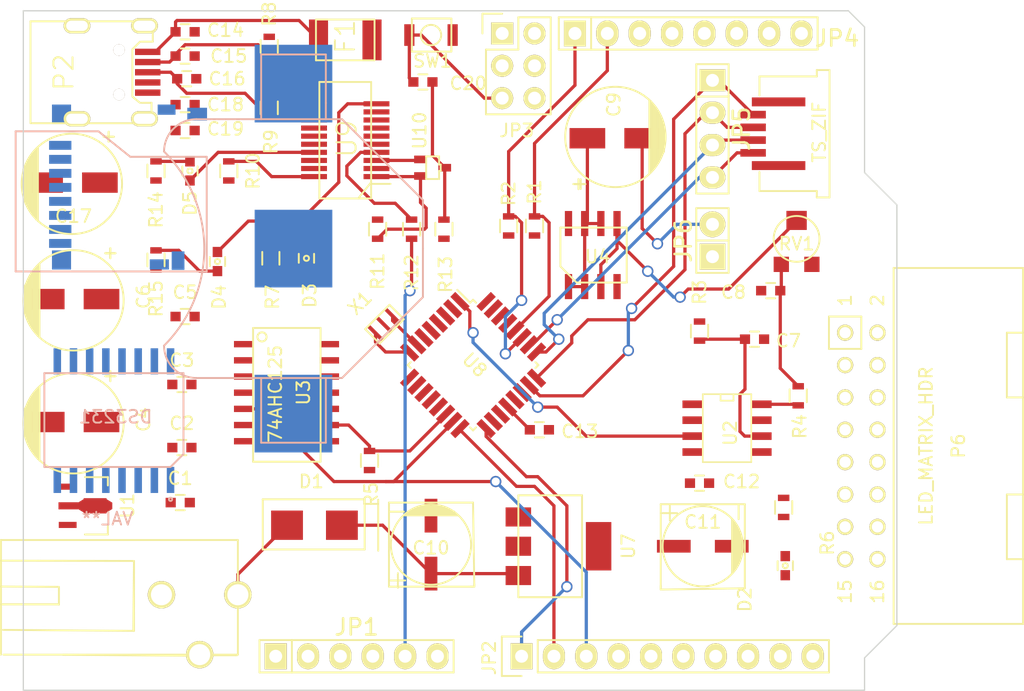
<source format=kicad_pcb>
(kicad_pcb (version 4) (host pcbnew "(2015-01-06 BZR 5261)-product")

  (general
    (links 203)
    (no_connects 145)
    (area 130.759999 86.309999 199.440001 139.750001)
    (thickness 1.6)
    (drawings 96)
    (tracks 208)
    (zones 0)
    (modules 65)
    (nets 80)
  )

  (page A)
  (title_block
    (title "tapMatrix Shield: Footprint")
    (date "2 Apr 2015")
    (rev 0.5)
    (company "Responsive Devices Inc")
  )

  (layers
    (0 F.Cu signal)
    (31 B.Cu signal)
    (32 B.Adhes user)
    (33 F.Adhes user)
    (34 B.Paste user hide)
    (35 F.Paste user)
    (36 B.SilkS user)
    (37 F.SilkS user)
    (38 B.Mask user hide)
    (39 F.Mask user)
    (40 Dwgs.User user hide)
    (41 Cmts.User user hide)
    (42 Eco1.User user hide)
    (43 Eco2.User user hide)
    (44 Edge.Cuts user)
    (45 Margin user hide)
    (46 B.CrtYd user hide)
    (47 F.CrtYd user hide)
    (48 B.Fab user hide)
    (49 F.Fab user hide)
  )

  (setup
    (last_trace_width 0.254)
    (user_trace_width 0.254)
    (user_trace_width 0.3556)
    (user_trace_width 0.508)
    (trace_clearance 0.254)
    (zone_clearance 0.508)
    (zone_45_only yes)
    (trace_min 0.1524)
    (segment_width 0.2)
    (edge_width 0.1)
    (via_size 0.889)
    (via_drill 0.635)
    (via_min_size 0.508)
    (via_min_drill 0.3302)
    (uvia_size 0.508)
    (uvia_drill 0.127)
    (uvias_allowed no)
    (uvia_min_size 0.381)
    (uvia_min_drill 0.0127)
    (pcb_text_width 0.3)
    (pcb_text_size 1.5 1.5)
    (mod_edge_width 0.15)
    (mod_text_size 1 1)
    (mod_text_width 0.15)
    (pad_size 1.45 1)
    (pad_drill 0)
    (pad_to_mask_clearance 0)
    (aux_axis_origin 0 0)
    (visible_elements FFFF7B3F)
    (pcbplotparams
      (layerselection 0x010fc_80000001)
      (usegerberextensions true)
      (excludeedgelayer true)
      (linewidth 0.152400)
      (plotframeref false)
      (viasonmask false)
      (mode 1)
      (useauxorigin false)
      (hpglpennumber 1)
      (hpglpenspeed 20)
      (hpglpendiameter 15)
      (hpglpenoverlay 2)
      (psnegative false)
      (psa4output false)
      (plotreference true)
      (plotvalue false)
      (plotinvisibletext false)
      (padsonsilk false)
      (subtractmaskfromsilk false)
      (outputformat 1)
      (mirror false)
      (drillshape 0)
      (scaleselection 1)
      (outputdirectory Gerber/))
  )

  (net 0 "")
  (net 1 +5V)
  (net 2 GND)
  (net 3 "Net-(C7-Pad2)")
  (net 4 "Net-(C8-Pad1)")
  (net 5 "Net-(C9-Pad1)")
  (net 6 "Net-(C9-Pad2)")
  (net 7 "Net-(BT1-Pad1)")
  (net 8 /I2C_SCL)
  (net 9 /I2C_SDA)
  (net 10 /XM)
  (net 11 /YP)
  (net 12 /XP)
  (net 13 /YM)
  (net 14 /SCK)
  (net 15 /MISO)
  (net 16 /MOSI)
  (net 17 /SD_CS)
  (net 18 /MATRIX_WR)
  (net 19 /MATRIX_DATA)
  (net 20 /DAC_LAT)
  (net 21 /DAC_DI)
  (net 22 /DAC_SCK)
  (net 23 /DAC_CS)
  (net 24 /MATRIX_CS)
  (net 25 /MATRIX_CLK)
  (net 26 "Net-(R4-Pad2)")
  (net 27 /SCLK)
  (net 28 /CS)
  (net 29 "Net-(P6-Pad9)")
  (net 30 "Net-(P6-Pad10)")
  (net 31 "Net-(P6-Pad6)")
  (net 32 "Net-(P6-Pad3)")
  (net 33 "Net-(P6-Pad4)")
  (net 34 "Net-(U5-Pad1)")
  (net 35 "Net-(U5-Pad8)")
  (net 36 /DATA_IN)
  (net 37 "Net-(U3-Pad11)")
  (net 38 "Net-(U3-Pad12)")
  (net 39 "Net-(U3-Pad13)")
  (net 40 "Net-(RV1-Pad2)")
  (net 41 "Net-(U6-Pad1)")
  (net 42 "Net-(U6-Pad3)")
  (net 43 "Net-(U6-Pad4)")
  (net 44 "Net-(C10-Pad1)")
  (net 45 "Net-(C13-Pad1)")
  (net 46 "Net-(C14-Pad1)")
  (net 47 "Net-(C15-Pad1)")
  (net 48 "Net-(C16-Pad1)")
  (net 49 "Net-(D1-Pad1)")
  (net 50 "Net-(D2-Pad1)")
  (net 51 "Net-(D3-Pad1)")
  (net 52 "Net-(D4-Pad1)")
  (net 53 "Net-(D4-Pad2)")
  (net 54 "Net-(D5-Pad1)")
  (net 55 "Net-(D5-Pad2)")
  (net 56 /RESET)
  (net 57 /D8)
  (net 58 "Net-(JP2-Pad6)")
  (net 59 /D9)
  (net 60 "Net-(JP2-Pad8)")
  (net 61 "Net-(P2-Pad4)")
  (net 62 "Net-(R8-Pad2)")
  (net 63 "Net-(R9-Pad2)")
  (net 64 "Net-(R10-Pad1)")
  (net 65 "Net-(R11-Pad2)")
  (net 66 "Net-(R12-Pad1)")
  (net 67 "Net-(U8-Pad7)")
  (net 68 "Net-(U8-Pad8)")
  (net 69 "Net-(U8-Pad19)")
  (net 70 "Net-(U8-Pad22)")
  (net 71 "Net-(U9-Pad18)")
  (net 72 "Net-(U9-Pad19)")
  (net 73 "Net-(U9-Pad2)")
  (net 74 "Net-(U9-Pad5)")
  (net 75 "Net-(U9-Pad7)")
  (net 76 "Net-(U9-Pad8)")
  (net 77 "Net-(U9-Pad9)")
  (net 78 VCC)
  (net 79 "Net-(C20-Pad2)")

  (net_class Default "This is the default net class."
    (clearance 0.254)
    (trace_width 0.254)
    (via_dia 0.889)
    (via_drill 0.635)
    (uvia_dia 0.508)
    (uvia_drill 0.127)
    (add_net /D8)
    (add_net /D9)
    (add_net /DATA_IN)
    (add_net /RESET)
    (add_net "Net-(C10-Pad1)")
    (add_net "Net-(C13-Pad1)")
    (add_net "Net-(C14-Pad1)")
    (add_net "Net-(C15-Pad1)")
    (add_net "Net-(C16-Pad1)")
    (add_net "Net-(C20-Pad2)")
    (add_net "Net-(D1-Pad1)")
    (add_net "Net-(D2-Pad1)")
    (add_net "Net-(D3-Pad1)")
    (add_net "Net-(D4-Pad1)")
    (add_net "Net-(D4-Pad2)")
    (add_net "Net-(D5-Pad1)")
    (add_net "Net-(D5-Pad2)")
    (add_net "Net-(JP2-Pad6)")
    (add_net "Net-(JP2-Pad8)")
    (add_net "Net-(P2-Pad4)")
    (add_net "Net-(R10-Pad1)")
    (add_net "Net-(R11-Pad2)")
    (add_net "Net-(R12-Pad1)")
    (add_net "Net-(R8-Pad2)")
    (add_net "Net-(R9-Pad2)")
    (add_net "Net-(RV1-Pad2)")
    (add_net "Net-(U3-Pad11)")
    (add_net "Net-(U3-Pad12)")
    (add_net "Net-(U3-Pad13)")
    (add_net "Net-(U5-Pad1)")
    (add_net "Net-(U5-Pad8)")
    (add_net "Net-(U6-Pad1)")
    (add_net "Net-(U6-Pad3)")
    (add_net "Net-(U6-Pad4)")
    (add_net "Net-(U8-Pad19)")
    (add_net "Net-(U8-Pad22)")
    (add_net "Net-(U8-Pad7)")
    (add_net "Net-(U8-Pad8)")
    (add_net "Net-(U9-Pad18)")
    (add_net "Net-(U9-Pad19)")
    (add_net "Net-(U9-Pad2)")
    (add_net "Net-(U9-Pad5)")
    (add_net "Net-(U9-Pad7)")
    (add_net "Net-(U9-Pad8)")
    (add_net "Net-(U9-Pad9)")
    (add_net VCC)
  )

  (net_class Power ""
    (clearance 0.381)
    (trace_width 0.762)
    (via_dia 1.27)
    (via_drill 0.889)
    (uvia_dia 0.508)
    (uvia_drill 0.127)
    (add_net +5V)
  )

  (net_class Signal ""
    (clearance 0.1524)
    (trace_width 0.254)
    (via_dia 0.889)
    (via_drill 0.635)
    (uvia_dia 0.508)
    (uvia_drill 0.127)
    (add_net /CS)
    (add_net /DAC_CS)
    (add_net /DAC_DI)
    (add_net /DAC_LAT)
    (add_net /DAC_SCK)
    (add_net /I2C_SCL)
    (add_net /I2C_SDA)
    (add_net /MATRIX_CLK)
    (add_net /MATRIX_CS)
    (add_net /MATRIX_DATA)
    (add_net /MATRIX_WR)
    (add_net /MISO)
    (add_net /MOSI)
    (add_net /SCK)
    (add_net /SCLK)
    (add_net /SD_CS)
    (add_net /XM)
    (add_net /XP)
    (add_net /YM)
    (add_net /YP)
    (add_net GND)
    (add_net "Net-(BT1-Pad1)")
    (add_net "Net-(C7-Pad2)")
    (add_net "Net-(C8-Pad1)")
    (add_net "Net-(C9-Pad1)")
    (add_net "Net-(C9-Pad2)")
    (add_net "Net-(P6-Pad10)")
    (add_net "Net-(P6-Pad3)")
    (add_net "Net-(P6-Pad4)")
    (add_net "Net-(P6-Pad6)")
    (add_net "Net-(P6-Pad9)")
    (add_net "Net-(R4-Pad2)")
  )

  (module SW_3BU_1000P (layer F.Cu) (tedit 551F7098) (tstamp 551E1D9A)
    (at 162.814 88.265 180)
    (path /54E7EA59)
    (fp_text reference SW1 (at -0.127 -2.032 180) (layer F.SilkS)
      (effects (font (size 1 1) (thickness 0.15)))
    )
    (fp_text value SW_PUSH (at 0.1 2.8 180) (layer F.SilkS) hide
      (effects (font (size 1.5 1.5) (thickness 0.15)))
    )
    (fp_line (start -1.6 -1.3) (end -1.6 1.3) (layer F.SilkS) (width 0.15))
    (fp_line (start 1.5 1.3) (end -1.5 1.3) (layer F.SilkS) (width 0.15))
    (fp_line (start -1.5 -1.3) (end 1.5 -1.3) (layer F.SilkS) (width 0.15))
    (fp_line (start 1.5 -1.3) (end 1.5 1.3) (layer F.SilkS) (width 0.15))
    (fp_circle (center 0 0) (end 0 -0.8) (layer F.SilkS) (width 0.15))
    (pad 1 smd rect (at -1.7 0 180) (size 0.8 1.7) (layers F.Cu F.Paste F.Mask)
      (net 2 GND))
    (pad 2 smd rect (at 1.7 0 180) (size 0.8 1.7) (layers F.Cu F.Paste F.Mask)
      (net 56 /RESET))
  )

  (module D_0603 (layer F.Cu) (tedit 551E259D) (tstamp 551E1BE6)
    (at 146.05 106.045 90)
    (descr "Capacitor SMD 0603, reflow soldering, AVX (see smccp.pdf)")
    (tags "capacitor 0603")
    (path /55096424)
    (attr smd)
    (fp_text reference D4 (at -2.794 0.127 90) (layer F.SilkS)
      (effects (font (size 1 1) (thickness 0.15)))
    )
    (fp_text value TXLED (at 0 1.9 90) (layer F.SilkS) hide
      (effects (font (size 1 1) (thickness 0.15)))
    )
    (fp_circle (center 0 0) (end -0.2 0) (layer F.SilkS) (width 0.15))
    (fp_line (start -1.45 -0.75) (end 1.45 -0.75) (layer F.CrtYd) (width 0.05))
    (fp_line (start -1.45 0.75) (end 1.45 0.75) (layer F.CrtYd) (width 0.05))
    (fp_line (start -1.45 -0.75) (end -1.45 0.75) (layer F.CrtYd) (width 0.05))
    (fp_line (start 1.45 -0.75) (end 1.45 0.75) (layer F.CrtYd) (width 0.05))
    (fp_line (start -0.35 -0.6) (end 0.35 -0.6) (layer F.SilkS) (width 0.15))
    (fp_line (start 0.35 0.6) (end -0.35 0.6) (layer F.SilkS) (width 0.15))
    (pad 1 smd rect (at -0.75 0 90) (size 0.8 0.75) (layers F.Cu F.Paste F.Mask)
      (net 52 "Net-(D4-Pad1)"))
    (pad 2 smd rect (at 0.75 0 90) (size 0.8 0.75) (layers F.Cu F.Paste F.Mask)
      (net 53 "Net-(D4-Pad2)"))
    (model Capacitors_SMD/C_0603J.wrl
      (at (xyz 0 0 0))
      (scale (xyz 1 1 1))
      (rotate (xyz 0 0 0))
    )
  )

  (module R_0603 (layer F.Cu) (tedit 551E25A0) (tstamp 551E1D87)
    (at 141.224 105.918 270)
    (descr "Resistor SMD 0603, reflow soldering, Vishay (see dcrcw.pdf)")
    (tags "resistor 0603")
    (path /55096A7A)
    (attr smd)
    (fp_text reference R15 (at 3.048 0 270) (layer F.SilkS)
      (effects (font (size 1 1) (thickness 0.15)))
    )
    (fp_text value 1K (at 0 1.9 270) (layer F.SilkS) hide
      (effects (font (size 1 1) (thickness 0.15)))
    )
    (fp_line (start -1.3 -0.8) (end 1.3 -0.8) (layer F.CrtYd) (width 0.05))
    (fp_line (start -1.3 0.8) (end 1.3 0.8) (layer F.CrtYd) (width 0.05))
    (fp_line (start -1.3 -0.8) (end -1.3 0.8) (layer F.CrtYd) (width 0.05))
    (fp_line (start 1.3 -0.8) (end 1.3 0.8) (layer F.CrtYd) (width 0.05))
    (fp_line (start 0.5 0.675) (end -0.5 0.675) (layer F.SilkS) (width 0.15))
    (fp_line (start -0.5 -0.675) (end 0.5 -0.675) (layer F.SilkS) (width 0.15))
    (pad 1 smd rect (at -0.75 0 270) (size 0.5 0.9) (layers F.Cu F.Paste F.Mask)
      (net 52 "Net-(D4-Pad1)"))
    (pad 2 smd rect (at 0.75 0 270) (size 0.5 0.9) (layers F.Cu F.Paste F.Mask)
      (net 1 +5V))
    (model Resistors_SMD/R_0603.wrl
      (at (xyz 0 0 0))
      (scale (xyz 1 1 1))
      (rotate (xyz 0 0 0))
    )
  )

  (module D_0603 (layer F.Cu) (tedit 551E258D) (tstamp 551E1BF3)
    (at 143.891 98.933 270)
    (descr "Capacitor SMD 0603, reflow soldering, AVX (see smccp.pdf)")
    (tags "capacitor 0603")
    (path /55095625)
    (attr smd)
    (fp_text reference D5 (at 2.54 0 270) (layer F.SilkS)
      (effects (font (size 1 1) (thickness 0.15)))
    )
    (fp_text value RXLED (at 0 1.9 270) (layer F.SilkS) hide
      (effects (font (size 1 1) (thickness 0.15)))
    )
    (fp_circle (center 0 0) (end -0.2 0) (layer F.SilkS) (width 0.15))
    (fp_line (start -1.45 -0.75) (end 1.45 -0.75) (layer F.CrtYd) (width 0.05))
    (fp_line (start -1.45 0.75) (end 1.45 0.75) (layer F.CrtYd) (width 0.05))
    (fp_line (start -1.45 -0.75) (end -1.45 0.75) (layer F.CrtYd) (width 0.05))
    (fp_line (start 1.45 -0.75) (end 1.45 0.75) (layer F.CrtYd) (width 0.05))
    (fp_line (start -0.35 -0.6) (end 0.35 -0.6) (layer F.SilkS) (width 0.15))
    (fp_line (start 0.35 0.6) (end -0.35 0.6) (layer F.SilkS) (width 0.15))
    (pad 1 smd rect (at -0.75 0 270) (size 0.8 0.75) (layers F.Cu F.Paste F.Mask)
      (net 54 "Net-(D5-Pad1)"))
    (pad 2 smd rect (at 0.75 0 270) (size 0.8 0.75) (layers F.Cu F.Paste F.Mask)
      (net 55 "Net-(D5-Pad2)"))
    (model Capacitors_SMD/C_0603J.wrl
      (at (xyz 0 0 0))
      (scale (xyz 1 1 1))
      (rotate (xyz 0 0 0))
    )
  )

  (module SSOP20_FTDI231X (layer F.Cu) (tedit 551E20CC) (tstamp 551E1E74)
    (at 156.083 96.52 90)
    (path /5507F0E2)
    (fp_text reference U9 (at 0.127 0.127 90) (layer F.SilkS)
      (effects (font (size 1.5 1.5) (thickness 0.15)))
    )
    (fp_text value FT231XS (at 0.254 6.096 90) (layer F.SilkS) hide
      (effects (font (size 1.5 1.5) (thickness 0.15)))
    )
    (fp_line (start -3.302 2.032) (end -4.572 1.016) (layer F.SilkS) (width 0.15))
    (fp_line (start 4.572 2.032) (end -3.302 2.032) (layer F.SilkS) (width 0.15))
    (fp_line (start 4.572 -2.032) (end 4.572 2.032) (layer F.SilkS) (width 0.15))
    (fp_line (start -4.572 -2.032) (end 4.572 -2.032) (layer F.SilkS) (width 0.15))
    (fp_line (start -4.572 2.032) (end -4.572 -2.032) (layer F.SilkS) (width 0.15))
    (fp_line (start -3.429 2.032) (end -4.572 2.032) (layer F.SilkS) (width 0.15))
    (fp_line (start -3.429 3.556) (end -3.429 2.032) (layer F.SilkS) (width 0.15))
    (pad 15 smd rect (at 0.3175 -2.4511 90) (size 0.4064 2.032) (layers F.Cu F.Paste F.Mask)
      (net 1 +5V))
    (pad 14 smd rect (at 0.9525 -2.4511 90) (size 0.4064 2.032) (layers F.Cu F.Paste F.Mask)
      (net 78 VCC))
    (pad 13 smd rect (at 1.5875 -2.4511 90) (size 0.4064 2.032) (layers F.Cu F.Paste F.Mask)
      (net 78 VCC))
    (pad 12 smd rect (at 2.2225 -2.4511 90) (size 0.4064 2.032) (layers F.Cu F.Paste F.Mask)
      (net 62 "Net-(R8-Pad2)"))
    (pad 11 smd rect (at 2.8575 -2.4511 90) (size 0.4064 2.032) (layers F.Cu F.Paste F.Mask)
      (net 63 "Net-(R9-Pad2)"))
    (pad 16 smd rect (at -0.3175 -2.4511 90) (size 0.4064 2.032) (layers F.Cu F.Paste F.Mask)
      (net 2 GND))
    (pad 17 smd rect (at -0.9525 -2.4511 90) (size 0.4064 2.032) (layers F.Cu F.Paste F.Mask)
      (net 55 "Net-(D5-Pad2)"))
    (pad 18 smd rect (at -1.5875 -2.4511 90) (size 0.4064 2.032) (layers F.Cu F.Paste F.Mask)
      (net 71 "Net-(U9-Pad18)"))
    (pad 19 smd rect (at -2.2225 -2.4511 90) (size 0.4064 2.032) (layers F.Cu F.Paste F.Mask)
      (net 72 "Net-(U9-Pad19)"))
    (pad 20 smd rect (at -2.8575 -2.4511 90) (size 0.4064 2.032) (layers F.Cu F.Paste F.Mask)
      (net 64 "Net-(R10-Pad1)"))
    (pad 1 smd rect (at -2.8575 2.4511 90) (size 0.4064 2.032) (layers F.Cu F.Paste F.Mask)
      (net 65 "Net-(R11-Pad2)"))
    (pad 2 smd rect (at -2.2225 2.4511 90) (size 0.4064 2.032) (layers F.Cu F.Paste F.Mask)
      (net 73 "Net-(U9-Pad2)"))
    (pad 3 smd rect (at -1.5875 2.4511 90) (size 0.4064 2.032) (layers F.Cu F.Paste F.Mask)
      (net 78 VCC))
    (pad 4 smd rect (at -0.9525 2.4511 90) (size 0.4064 2.032) (layers F.Cu F.Paste F.Mask)
      (net 66 "Net-(R12-Pad1)"))
    (pad 5 smd rect (at -0.3175 2.4511 90) (size 0.4064 2.032) (layers F.Cu F.Paste F.Mask)
      (net 74 "Net-(U9-Pad5)"))
    (pad 6 smd rect (at 0.3175 2.4511 90) (size 0.4064 2.032) (layers F.Cu F.Paste F.Mask)
      (net 2 GND))
    (pad 7 smd rect (at 0.9525 2.4511 90) (size 0.4064 2.032) (layers F.Cu F.Paste F.Mask)
      (net 75 "Net-(U9-Pad7)"))
    (pad 8 smd rect (at 1.5875 2.4511 90) (size 0.4064 2.032) (layers F.Cu F.Paste F.Mask)
      (net 76 "Net-(U9-Pad8)"))
    (pad 9 smd rect (at 2.2225 2.4511 90) (size 0.4064 2.032) (layers F.Cu F.Paste F.Mask)
      (net 77 "Net-(U9-Pad9)"))
    (pad 10 smd rect (at 2.8575 2.4511 90) (size 0.4064 2.032) (layers F.Cu F.Paste F.Mask)
      (net 53 "Net-(D4-Pad2)"))
  )

  (module EEE-0JA101WR (layer F.Cu) (tedit 551E3370) (tstamp 551E1B10)
    (at 177.292 96.266 270)
    (tags "5MM CAP ALUM 100UF 6.3V 20% SMD")
    (path /53F6E1A7)
    (fp_text reference C9 (at -2.54 0.127 270) (layer F.SilkS)
      (effects (font (size 1 1) (thickness 0.15)))
    )
    (fp_text value 100uF/6V (at 0.5 -4.7 270) (layer F.SilkS) hide
      (effects (font (size 1 1) (thickness 0.15)))
    )
    (fp_line (start 1.143 -3.81) (end 2.413 -3.048) (layer F.SilkS) (width 0.15))
    (fp_line (start -0.889 -3.81) (end 1.143 -3.81) (layer F.SilkS) (width 0.15))
    (fp_line (start 0.762 -3.81) (end -0.889 -3.81) (layer F.SilkS) (width 0.15))
    (fp_line (start 1.27 -3.683) (end 0.762 -3.81) (layer F.SilkS) (width 0.15))
    (fp_line (start -1.143 -3.683) (end 1.27 -3.683) (layer F.SilkS) (width 0.15))
    (fp_line (start -1.524 -3.556) (end -1.143 -3.683) (layer F.SilkS) (width 0.15))
    (fp_line (start 1.651 -3.556) (end -1.524 -3.556) (layer F.SilkS) (width 0.15))
    (fp_line (start 1.778 -3.429) (end 1.651 -3.556) (layer F.SilkS) (width 0.15))
    (fp_line (start -1.778 -3.429) (end 1.778 -3.429) (layer F.SilkS) (width 0.15))
    (fp_line (start -2.032 -3.302) (end -1.778 -3.429) (layer F.SilkS) (width 0.15))
    (fp_line (start 1.905 -3.302) (end -2.032 -3.302) (layer F.SilkS) (width 0.15))
    (fp_line (start 2.159 -3.175) (end 1.905 -3.302) (layer F.SilkS) (width 0.15))
    (fp_line (start -2.159 -3.175) (end 2.159 -3.175) (layer F.SilkS) (width 0.15))
    (fp_line (start -2.413 -3.048) (end -2.159 -3.175) (layer F.SilkS) (width 0.15))
    (fp_line (start 2.413 -3.048) (end -2.413 -3.048) (layer F.SilkS) (width 0.15))
    (fp_line (start 2.54 -2.921) (end 2.413 -3.048) (layer F.SilkS) (width 0.15))
    (fp_line (start -2.54 -2.921) (end 2.54 -2.921) (layer F.SilkS) (width 0.15))
    (fp_line (start -2.794 -2.794) (end -2.54 -2.921) (layer F.SilkS) (width 0.15))
    (fp_line (start 2.667 -2.794) (end -2.794 -2.794) (layer F.SilkS) (width 0.15))
    (fp_line (start 2.794 -2.667) (end 2.54 -2.794) (layer F.SilkS) (width 0.15))
    (fp_line (start -2.921 -2.667) (end 2.794 -2.667) (layer F.SilkS) (width 0.15))
    (fp_circle (center 0 0) (end -0.127 -3.937) (layer F.SilkS) (width 0.15))
    (fp_line (start 4.1 2.9) (end 3.3 2.9) (layer F.SilkS) (width 0.15))
    (fp_line (start 3.7 2.5) (end 3.7 3.3) (layer F.SilkS) (width 0.15))
    (fp_line (start 3.7 3.3) (end 3.7 2.5) (layer F.SilkS) (width 0.15))
    (fp_text user + (at 3.7 2.8 270) (layer F.SilkS)
      (effects (font (size 1 1) (thickness 0.15)))
    )
    (pad 2 smd rect (at 0.1 -2.1 270) (size 1.6 2.8) (layers F.Cu F.Paste F.Mask)
      (net 6 "Net-(C9-Pad2)"))
    (pad 1 smd rect (at 0.1 2.2 270) (size 1.6 2.8) (layers F.Cu F.Paste F.Mask)
      (net 5 "Net-(C9-Pad1)"))
  )

  (module EEE-0JA101WR (layer F.Cu) (tedit 551E1F54) (tstamp 551E1AAC)
    (at 134.747 118.745 90)
    (tags "5MM CAP ALUM 100UF 6.3V 20% SMD")
    (path /53F6F42A)
    (fp_text reference C4 (at 0.3 5.5 90) (layer F.SilkS)
      (effects (font (size 1 1) (thickness 0.15)))
    )
    (fp_text value 100uF/6V (at 0.5 -4.7 90) (layer F.SilkS) hide
      (effects (font (size 1 1) (thickness 0.15)))
    )
    (fp_line (start 1.143 -3.81) (end 2.413 -3.048) (layer F.SilkS) (width 0.15))
    (fp_line (start -0.889 -3.81) (end 1.143 -3.81) (layer F.SilkS) (width 0.15))
    (fp_line (start 0.762 -3.81) (end -0.889 -3.81) (layer F.SilkS) (width 0.15))
    (fp_line (start 1.27 -3.683) (end 0.762 -3.81) (layer F.SilkS) (width 0.15))
    (fp_line (start -1.143 -3.683) (end 1.27 -3.683) (layer F.SilkS) (width 0.15))
    (fp_line (start -1.524 -3.556) (end -1.143 -3.683) (layer F.SilkS) (width 0.15))
    (fp_line (start 1.651 -3.556) (end -1.524 -3.556) (layer F.SilkS) (width 0.15))
    (fp_line (start 1.778 -3.429) (end 1.651 -3.556) (layer F.SilkS) (width 0.15))
    (fp_line (start -1.778 -3.429) (end 1.778 -3.429) (layer F.SilkS) (width 0.15))
    (fp_line (start -2.032 -3.302) (end -1.778 -3.429) (layer F.SilkS) (width 0.15))
    (fp_line (start 1.905 -3.302) (end -2.032 -3.302) (layer F.SilkS) (width 0.15))
    (fp_line (start 2.159 -3.175) (end 1.905 -3.302) (layer F.SilkS) (width 0.15))
    (fp_line (start -2.159 -3.175) (end 2.159 -3.175) (layer F.SilkS) (width 0.15))
    (fp_line (start -2.413 -3.048) (end -2.159 -3.175) (layer F.SilkS) (width 0.15))
    (fp_line (start 2.413 -3.048) (end -2.413 -3.048) (layer F.SilkS) (width 0.15))
    (fp_line (start 2.54 -2.921) (end 2.413 -3.048) (layer F.SilkS) (width 0.15))
    (fp_line (start -2.54 -2.921) (end 2.54 -2.921) (layer F.SilkS) (width 0.15))
    (fp_line (start -2.794 -2.794) (end -2.54 -2.921) (layer F.SilkS) (width 0.15))
    (fp_line (start 2.667 -2.794) (end -2.794 -2.794) (layer F.SilkS) (width 0.15))
    (fp_line (start 2.794 -2.667) (end 2.54 -2.794) (layer F.SilkS) (width 0.15))
    (fp_line (start -2.921 -2.667) (end 2.794 -2.667) (layer F.SilkS) (width 0.15))
    (fp_circle (center 0 0) (end -0.127 -3.937) (layer F.SilkS) (width 0.15))
    (fp_line (start 4.1 2.9) (end 3.3 2.9) (layer F.SilkS) (width 0.15))
    (fp_line (start 3.7 2.5) (end 3.7 3.3) (layer F.SilkS) (width 0.15))
    (fp_line (start 3.7 3.3) (end 3.7 2.5) (layer F.SilkS) (width 0.15))
    (fp_text user + (at 3.7 2.8 90) (layer F.SilkS)
      (effects (font (size 1 1) (thickness 0.15)))
    )
    (pad 2 smd rect (at 0.1 -2.1 90) (size 1.6 2.8) (layers F.Cu F.Paste F.Mask)
      (net 2 GND))
    (pad 1 smd rect (at 0.1 2.2 90) (size 1.6 2.8) (layers F.Cu F.Paste F.Mask)
      (net 1 +5V))
  )

  (module EEE-0JA101WR (layer F.Cu) (tedit 551E1F32) (tstamp 551E1AD8)
    (at 134.747 109.093 90)
    (tags "5MM CAP ALUM 100UF 6.3V 20% SMD")
    (path /53F6EFF0)
    (fp_text reference C6 (at 0.3 5.5 90) (layer F.SilkS)
      (effects (font (size 1 1) (thickness 0.15)))
    )
    (fp_text value 100uF/6V (at 0.5 -4.7 90) (layer F.SilkS) hide
      (effects (font (size 1 1) (thickness 0.15)))
    )
    (fp_line (start 1.143 -3.81) (end 2.413 -3.048) (layer F.SilkS) (width 0.15))
    (fp_line (start -0.889 -3.81) (end 1.143 -3.81) (layer F.SilkS) (width 0.15))
    (fp_line (start 0.762 -3.81) (end -0.889 -3.81) (layer F.SilkS) (width 0.15))
    (fp_line (start 1.27 -3.683) (end 0.762 -3.81) (layer F.SilkS) (width 0.15))
    (fp_line (start -1.143 -3.683) (end 1.27 -3.683) (layer F.SilkS) (width 0.15))
    (fp_line (start -1.524 -3.556) (end -1.143 -3.683) (layer F.SilkS) (width 0.15))
    (fp_line (start 1.651 -3.556) (end -1.524 -3.556) (layer F.SilkS) (width 0.15))
    (fp_line (start 1.778 -3.429) (end 1.651 -3.556) (layer F.SilkS) (width 0.15))
    (fp_line (start -1.778 -3.429) (end 1.778 -3.429) (layer F.SilkS) (width 0.15))
    (fp_line (start -2.032 -3.302) (end -1.778 -3.429) (layer F.SilkS) (width 0.15))
    (fp_line (start 1.905 -3.302) (end -2.032 -3.302) (layer F.SilkS) (width 0.15))
    (fp_line (start 2.159 -3.175) (end 1.905 -3.302) (layer F.SilkS) (width 0.15))
    (fp_line (start -2.159 -3.175) (end 2.159 -3.175) (layer F.SilkS) (width 0.15))
    (fp_line (start -2.413 -3.048) (end -2.159 -3.175) (layer F.SilkS) (width 0.15))
    (fp_line (start 2.413 -3.048) (end -2.413 -3.048) (layer F.SilkS) (width 0.15))
    (fp_line (start 2.54 -2.921) (end 2.413 -3.048) (layer F.SilkS) (width 0.15))
    (fp_line (start -2.54 -2.921) (end 2.54 -2.921) (layer F.SilkS) (width 0.15))
    (fp_line (start -2.794 -2.794) (end -2.54 -2.921) (layer F.SilkS) (width 0.15))
    (fp_line (start 2.667 -2.794) (end -2.794 -2.794) (layer F.SilkS) (width 0.15))
    (fp_line (start 2.794 -2.667) (end 2.54 -2.794) (layer F.SilkS) (width 0.15))
    (fp_line (start -2.921 -2.667) (end 2.794 -2.667) (layer F.SilkS) (width 0.15))
    (fp_circle (center 0 0) (end -0.127 -3.937) (layer F.SilkS) (width 0.15))
    (fp_line (start 4.1 2.9) (end 3.3 2.9) (layer F.SilkS) (width 0.15))
    (fp_line (start 3.7 2.5) (end 3.7 3.3) (layer F.SilkS) (width 0.15))
    (fp_line (start 3.7 3.3) (end 3.7 2.5) (layer F.SilkS) (width 0.15))
    (fp_text user + (at 3.7 2.8 90) (layer F.SilkS)
      (effects (font (size 1 1) (thickness 0.15)))
    )
    (pad 2 smd rect (at 0.1 -2.1 90) (size 1.6 2.8) (layers F.Cu F.Paste F.Mask)
      (net 2 GND))
    (pad 1 smd rect (at 0.1 2.2 90) (size 1.6 2.8) (layers F.Cu F.Paste F.Mask)
      (net 78 VCC))
  )

  (module Fuse_MF_MSMF (layer F.Cu) (tedit 551E20DB) (tstamp 551E1BFD)
    (at 156.083 88.646)
    (path /55080316)
    (fp_text reference F1 (at 0 -0.254 90) (layer F.SilkS)
      (effects (font (size 1.5 1.5) (thickness 0.15)))
    )
    (fp_text value 500mA (at 0.3 4) (layer F.SilkS) hide
      (effects (font (size 1.5 1.5) (thickness 0.15)))
    )
    (fp_line (start -2.3 1.6) (end -2.3 -1.6) (layer F.SilkS) (width 0.15))
    (fp_line (start 2.3 1.6) (end -2.3 1.6) (layer F.SilkS) (width 0.15))
    (fp_line (start 2.3 -1.6) (end 2.3 1.6) (layer F.SilkS) (width 0.15))
    (fp_line (start -2.3 -1.6) (end 2.3 -1.6) (layer F.SilkS) (width 0.15))
    (pad 1 smd rect (at -2.1 0) (size 1.5 3.2) (layers F.Cu F.Paste F.Mask)
      (net 46 "Net-(C14-Pad1)"))
    (pad 2 smd rect (at 2.1 0) (size 1.5 3.2) (layers F.Cu F.Paste F.Mask)
      (net 1 +5V))
  )

  (module D_0603 (layer F.Cu) (tedit 551E26BC) (tstamp 551E1BCC)
    (at 190.627 129.921 90)
    (descr "Capacitor SMD 0603, reflow soldering, AVX (see smccp.pdf)")
    (tags "capacitor 0603")
    (path /54E6B1F8)
    (attr smd)
    (fp_text reference D2 (at -2.667 -3.175 90) (layer F.SilkS)
      (effects (font (size 1 1) (thickness 0.15)))
    )
    (fp_text value LED (at 0 1.9 90) (layer F.SilkS) hide
      (effects (font (size 1 1) (thickness 0.15)))
    )
    (fp_circle (center 0 0) (end -0.2 0) (layer F.SilkS) (width 0.15))
    (fp_line (start -1.45 -0.75) (end 1.45 -0.75) (layer F.CrtYd) (width 0.05))
    (fp_line (start -1.45 0.75) (end 1.45 0.75) (layer F.CrtYd) (width 0.05))
    (fp_line (start -1.45 -0.75) (end -1.45 0.75) (layer F.CrtYd) (width 0.05))
    (fp_line (start 1.45 -0.75) (end 1.45 0.75) (layer F.CrtYd) (width 0.05))
    (fp_line (start -0.35 -0.6) (end 0.35 -0.6) (layer F.SilkS) (width 0.15))
    (fp_line (start 0.35 0.6) (end -0.35 0.6) (layer F.SilkS) (width 0.15))
    (pad 1 smd rect (at -0.75 0 90) (size 0.8 0.75) (layers F.Cu F.Paste F.Mask)
      (net 50 "Net-(D2-Pad1)"))
    (pad 2 smd rect (at 0.75 0 90) (size 0.8 0.75) (layers F.Cu F.Paste F.Mask)
      (net 2 GND))
    (model Capacitors_SMD/C_0603J.wrl
      (at (xyz 0 0 0))
      (scale (xyz 1 1 1))
      (rotate (xyz 0 0 0))
    )
  )

  (module D_0603 (layer F.Cu) (tedit 551E26A7) (tstamp 551E1BD9)
    (at 153.035 105.791 270)
    (descr "Capacitor SMD 0603, reflow soldering, AVX (see smccp.pdf)")
    (tags "capacitor 0603")
    (path /54E9DE05)
    (attr smd)
    (fp_text reference D3 (at 2.921 -0.254 270) (layer F.SilkS)
      (effects (font (size 1 1) (thickness 0.15)))
    )
    (fp_text value LED (at 0 1.9 270) (layer F.SilkS) hide
      (effects (font (size 1 1) (thickness 0.15)))
    )
    (fp_circle (center 0 0) (end -0.2 0) (layer F.SilkS) (width 0.15))
    (fp_line (start -1.45 -0.75) (end 1.45 -0.75) (layer F.CrtYd) (width 0.05))
    (fp_line (start -1.45 0.75) (end 1.45 0.75) (layer F.CrtYd) (width 0.05))
    (fp_line (start -1.45 -0.75) (end -1.45 0.75) (layer F.CrtYd) (width 0.05))
    (fp_line (start 1.45 -0.75) (end 1.45 0.75) (layer F.CrtYd) (width 0.05))
    (fp_line (start -0.35 -0.6) (end 0.35 -0.6) (layer F.SilkS) (width 0.15))
    (fp_line (start 0.35 0.6) (end -0.35 0.6) (layer F.SilkS) (width 0.15))
    (pad 1 smd rect (at -0.75 0 270) (size 0.8 0.75) (layers F.Cu F.Paste F.Mask)
      (net 51 "Net-(D3-Pad1)"))
    (pad 2 smd rect (at 0.75 0 270) (size 0.8 0.75) (layers F.Cu F.Paste F.Mask)
      (net 2 GND))
    (model Capacitors_SMD/C_0603J.wrl
      (at (xyz 0 0 0))
      (scale (xyz 1 1 1))
      (rotate (xyz 0 0 0))
    )
  )

  (module CAP_MVA_F55 (layer F.Cu) (tedit 551E26EE) (tstamp 551E1B3E)
    (at 184.15 128.397 90)
    (path /54E780D4)
    (fp_text reference C11 (at 1.905 0 180) (layer F.SilkS)
      (effects (font (size 1 1) (thickness 0.15)))
    )
    (fp_text value 47uF (at 0 5.7 90) (layer F.SilkS) hide
      (effects (font (size 1.5 1.5) (thickness 0.15)))
    )
    (fp_text user - (at 2.7 2.7 90) (layer F.SilkS)
      (effects (font (size 1.5 1.5) (thickness 0.15)))
    )
    (fp_text user + (at 2.6 -2.7 90) (layer F.SilkS)
      (effects (font (size 1.5 1.5) (thickness 0.15)))
    )
    (fp_line (start -3.4 -3.3) (end -3.4 -3.1) (layer F.SilkS) (width 0.15))
    (fp_line (start -3.4 -3.3) (end -3.1 -3.3) (layer F.SilkS) (width 0.15))
    (fp_line (start -3.4 -3.2) (end -3.3 3.3) (layer F.SilkS) (width 0.15))
    (fp_line (start 3.3 3.3) (end 3.3 -3.3) (layer F.SilkS) (width 0.15))
    (fp_line (start 3.3 -3.3) (end -3.3 -3.3) (layer F.SilkS) (width 0.15))
    (fp_line (start -3.3 3.3) (end 3.3 3.3) (layer F.SilkS) (width 0.15))
    (fp_line (start 2.1 2.3) (end -2.1 2.3) (layer F.SilkS) (width 0.15))
    (fp_line (start -1.9 2.5) (end 1.8 2.5) (layer F.SilkS) (width 0.15))
    (fp_line (start 1.5 2.7) (end -1.6 2.7) (layer F.SilkS) (width 0.15))
    (fp_line (start -1.2 2.9) (end 1.1 2.9) (layer F.SilkS) (width 0.15))
    (fp_line (start 0.9 3) (end -0.9 3) (layer F.SilkS) (width 0.15))
    (fp_line (start -1.4 2.8) (end 1.4 2.8) (layer F.SilkS) (width 0.15))
    (fp_line (start 1.7 2.6) (end -1.8 2.6) (layer F.SilkS) (width 0.15))
    (fp_line (start -2 2.4) (end 2 2.4) (layer F.SilkS) (width 0.15))
    (fp_circle (center 0 0) (end 0 -3.15) (layer F.SilkS) (width 0.15))
    (pad 1 smd rect (at 0 -2.275 90) (size 1 2.65) (layers F.Cu F.Paste F.Mask)
      (net 1 +5V))
    (pad 2 smd rect (at 0 2.275 90) (size 1 2.65) (layers F.Cu F.Paste F.Mask)
      (net 2 GND))
  )

  (module XTAL_CSTCE_V (layer F.Cu) (tedit 551E2683) (tstamp 551F733B)
    (at 159.131 110.998 225)
    (path /551B3918)
    (fp_text reference X1 (at 0.127 2.54 225) (layer F.SilkS)
      (effects (font (size 1 1) (thickness 0.15)))
    )
    (fp_text value CRYSTAL_SMD (at 0.1 4.3 225) (layer F.SilkS) hide
      (effects (font (size 1.5 1.5) (thickness 0.15)))
    )
    (fp_line (start 1.3 -0.8) (end -1.4 -0.8) (layer F.SilkS) (width 0.15))
    (fp_line (start 1.3 0.8) (end 1.3 -0.8) (layer F.SilkS) (width 0.15))
    (fp_line (start -1.4 0.8) (end 1.3 0.8) (layer F.SilkS) (width 0.15))
    (fp_line (start -1.4 -0.7) (end -1.4 0.8) (layer F.SilkS) (width 0.15))
    (pad 2 smd rect (at 0 0 225) (size 0.3 1.6) (layers F.Cu F.Paste F.Mask)
      (net 2 GND))
    (pad 1 smd rect (at -0.95 0 225) (size 0.3 1.6) (layers F.Cu F.Paste F.Mask)
      (net 67 "Net-(U8-Pad7)"))
    (pad 3 smd rect (at 0.95 0 225) (size 0.3 1.6) (layers F.Cu F.Paste F.Mask)
      (net 68 "Net-(U8-Pad8)"))
  )

  (module SOT223_318H (layer F.Cu) (tedit 551E26E0) (tstamp 551E1E24)
    (at 169.672 128.397 270)
    (path /54E65FD5)
    (fp_text reference U7 (at 0 -8.636 270) (layer F.SilkS)
      (effects (font (size 1 1) (thickness 0.15)))
    )
    (fp_text value NCP1117ST50T3G (at 0 3 270) (layer F.SilkS) hide
      (effects (font (size 1.5 1.5) (thickness 0.15)))
    )
    (fp_line (start -4 -5) (end -4 0) (layer F.SilkS) (width 0.15))
    (fp_line (start 4 -5) (end -4 -5) (layer F.SilkS) (width 0.15))
    (fp_line (start 4 0) (end 4 -5) (layer F.SilkS) (width 0.15))
    (fp_line (start -4 0) (end 4 0) (layer F.SilkS) (width 0.15))
    (pad 1 smd rect (at -2.3 0 270) (size 1.5 2) (layers F.Cu F.Paste F.Mask)
      (net 2 GND))
    (pad 2 smd rect (at 0 0 270) (size 1.5 2) (layers F.Cu F.Paste F.Mask)
      (net 1 +5V))
    (pad 3 smd rect (at 2.3 0 270) (size 1.5 2) (layers F.Cu F.Paste F.Mask)
      (net 44 "Net-(C10-Pad1)"))
    (pad 2 smd rect (at 0 -6.3 270) (size 3.8 2) (layers F.Cu F.Paste F.Mask)
      (net 1 +5V))
  )

  (module CAP_MVA_F55 (layer F.Cu) (tedit 551E2E73) (tstamp 551E1B27)
    (at 162.814 128.27 180)
    (path /54E77D91)
    (fp_text reference C10 (at 0 -0.254 180) (layer F.SilkS)
      (effects (font (size 1 1) (thickness 0.15)))
    )
    (fp_text value 47uF (at 0 5.7 180) (layer F.SilkS) hide
      (effects (font (size 1.5 1.5) (thickness 0.15)))
    )
    (fp_text user - (at 2.7 2.7 180) (layer F.SilkS)
      (effects (font (size 1.5 1.5) (thickness 0.15)))
    )
    (fp_text user + (at 2.6 -2.7 180) (layer F.SilkS)
      (effects (font (size 1.5 1.5) (thickness 0.15)))
    )
    (fp_line (start -3.4 -3.3) (end -3.4 -3.1) (layer F.SilkS) (width 0.15))
    (fp_line (start -3.4 -3.3) (end -3.1 -3.3) (layer F.SilkS) (width 0.15))
    (fp_line (start -3.4 -3.2) (end -3.3 3.3) (layer F.SilkS) (width 0.15))
    (fp_line (start 3.3 3.3) (end 3.3 -3.3) (layer F.SilkS) (width 0.15))
    (fp_line (start 3.3 -3.3) (end -3.3 -3.3) (layer F.SilkS) (width 0.15))
    (fp_line (start -3.3 3.3) (end 3.3 3.3) (layer F.SilkS) (width 0.15))
    (fp_line (start 2.1 2.3) (end -2.1 2.3) (layer F.SilkS) (width 0.15))
    (fp_line (start -1.9 2.5) (end 1.8 2.5) (layer F.SilkS) (width 0.15))
    (fp_line (start 1.5 2.7) (end -1.6 2.7) (layer F.SilkS) (width 0.15))
    (fp_line (start -1.2 2.9) (end 1.1 2.9) (layer F.SilkS) (width 0.15))
    (fp_line (start 0.9 3) (end -0.9 3) (layer F.SilkS) (width 0.15))
    (fp_line (start -1.4 2.8) (end 1.4 2.8) (layer F.SilkS) (width 0.15))
    (fp_line (start 1.7 2.6) (end -1.8 2.6) (layer F.SilkS) (width 0.15))
    (fp_line (start -2 2.4) (end 2 2.4) (layer F.SilkS) (width 0.15))
    (fp_circle (center 0 0) (end 0 -3.15) (layer F.SilkS) (width 0.15))
    (pad 1 smd rect (at 0 -2.275 180) (size 1 2.65) (layers F.Cu F.Paste F.Mask)
      (net 44 "Net-(C10-Pad1)"))
    (pad 2 smd rect (at 0 2.275 180) (size 1 2.65) (layers F.Cu F.Paste F.Mask)
      (net 2 GND))
  )

  (module EEE-0JA101WR (layer F.Cu) (tedit 551E2137) (tstamp 551E1B9A)
    (at 134.62 99.949 90)
    (tags "5MM CAP ALUM 100UF 6.3V 20% SMD")
    (path /5508803B)
    (fp_text reference C17 (at -2.54 0.127 180) (layer F.SilkS)
      (effects (font (size 1 1) (thickness 0.15)))
    )
    (fp_text value 4.7uF (at 0.5 -4.7 90) (layer F.SilkS) hide
      (effects (font (size 1 1) (thickness 0.15)))
    )
    (fp_line (start 1.143 -3.81) (end 2.413 -3.048) (layer F.SilkS) (width 0.15))
    (fp_line (start -0.889 -3.81) (end 1.143 -3.81) (layer F.SilkS) (width 0.15))
    (fp_line (start 0.762 -3.81) (end -0.889 -3.81) (layer F.SilkS) (width 0.15))
    (fp_line (start 1.27 -3.683) (end 0.762 -3.81) (layer F.SilkS) (width 0.15))
    (fp_line (start -1.143 -3.683) (end 1.27 -3.683) (layer F.SilkS) (width 0.15))
    (fp_line (start -1.524 -3.556) (end -1.143 -3.683) (layer F.SilkS) (width 0.15))
    (fp_line (start 1.651 -3.556) (end -1.524 -3.556) (layer F.SilkS) (width 0.15))
    (fp_line (start 1.778 -3.429) (end 1.651 -3.556) (layer F.SilkS) (width 0.15))
    (fp_line (start -1.778 -3.429) (end 1.778 -3.429) (layer F.SilkS) (width 0.15))
    (fp_line (start -2.032 -3.302) (end -1.778 -3.429) (layer F.SilkS) (width 0.15))
    (fp_line (start 1.905 -3.302) (end -2.032 -3.302) (layer F.SilkS) (width 0.15))
    (fp_line (start 2.159 -3.175) (end 1.905 -3.302) (layer F.SilkS) (width 0.15))
    (fp_line (start -2.159 -3.175) (end 2.159 -3.175) (layer F.SilkS) (width 0.15))
    (fp_line (start -2.413 -3.048) (end -2.159 -3.175) (layer F.SilkS) (width 0.15))
    (fp_line (start 2.413 -3.048) (end -2.413 -3.048) (layer F.SilkS) (width 0.15))
    (fp_line (start 2.54 -2.921) (end 2.413 -3.048) (layer F.SilkS) (width 0.15))
    (fp_line (start -2.54 -2.921) (end 2.54 -2.921) (layer F.SilkS) (width 0.15))
    (fp_line (start -2.794 -2.794) (end -2.54 -2.921) (layer F.SilkS) (width 0.15))
    (fp_line (start 2.667 -2.794) (end -2.794 -2.794) (layer F.SilkS) (width 0.15))
    (fp_line (start 2.794 -2.667) (end 2.54 -2.794) (layer F.SilkS) (width 0.15))
    (fp_line (start -2.921 -2.667) (end 2.794 -2.667) (layer F.SilkS) (width 0.15))
    (fp_circle (center 0 0) (end -0.127 -3.937) (layer F.SilkS) (width 0.15))
    (fp_line (start 4.1 2.9) (end 3.3 2.9) (layer F.SilkS) (width 0.15))
    (fp_line (start 3.7 2.5) (end 3.7 3.3) (layer F.SilkS) (width 0.15))
    (fp_line (start 3.7 3.3) (end 3.7 2.5) (layer F.SilkS) (width 0.15))
    (fp_text user + (at 3.7 2.8 90) (layer F.SilkS)
      (effects (font (size 1 1) (thickness 0.15)))
    )
    (pad 2 smd rect (at 0.1 -2.1 90) (size 1.6 2.8) (layers F.Cu F.Paste F.Mask)
      (net 2 GND))
    (pad 1 smd rect (at 0.1 2.2 90) (size 1.6 2.8) (layers F.Cu F.Paste F.Mask)
      (net 1 +5V))
  )

  (module DS16004 (layer F.Cu) (tedit 551E26D6) (tstamp 551E1BBF)
    (at 153.67 126.746)
    (path /54E63A56)
    (fp_text reference D1 (at -0.254 -3.429) (layer F.SilkS)
      (effects (font (size 1 1) (thickness 0.15)))
    )
    (fp_text value DIODE (at 0.0889 4.6863) (layer F.SilkS) hide
      (effects (font (size 1.5 1.5) (thickness 0.15)))
    )
    (fp_line (start 3.937 -2.032) (end 3.937 1.905) (layer F.SilkS) (width 0.15))
    (fp_line (start -4.064 1.905) (end 3.937 1.905) (layer F.SilkS) (width 0.15))
    (fp_line (start -4.064 -2.032) (end -4.064 1.905) (layer F.SilkS) (width 0.15))
    (fp_line (start 3.937 -2.032) (end -4.064 -2.032) (layer F.SilkS) (width 0.15))
    (fp_line (start 5 -2) (end 5 2) (layer F.SilkS) (width 0.15))
    (pad 1 smd rect (at -2.159 0) (size 2.5 2.3) (layers F.Cu F.Paste F.Mask)
      (net 49 "Net-(D1-Pad1)"))
    (pad 2 smd rect (at 2.15 0) (size 2.5 2.3) (layers F.Cu F.Paste F.Mask)
      (net 44 "Net-(C10-Pad1)"))
  )

  (module tapmatrix:C_0603 (layer F.Cu) (tedit 551E2927) (tstamp 551E1A74)
    (at 143.129 124.968)
    (descr "Capacitor SMD 0603, reflow soldering, AVX (see smccp.pdf)")
    (tags "capacitor 0603")
    (path /53F6F4A8)
    (attr smd)
    (fp_text reference C1 (at 0 -1.9) (layer F.SilkS)
      (effects (font (size 1 1) (thickness 0.15)))
    )
    (fp_text value 0.1uF (at 0 1.9) (layer F.SilkS) hide
      (effects (font (size 1 1) (thickness 0.15)))
    )
    (fp_line (start -1.45 -0.75) (end 1.45 -0.75) (layer F.CrtYd) (width 0.05))
    (fp_line (start -1.45 0.75) (end 1.45 0.75) (layer F.CrtYd) (width 0.05))
    (fp_line (start -1.45 -0.75) (end -1.45 0.75) (layer F.CrtYd) (width 0.05))
    (fp_line (start 1.45 -0.75) (end 1.45 0.75) (layer F.CrtYd) (width 0.05))
    (fp_line (start -0.35 -0.6) (end 0.35 -0.6) (layer F.SilkS) (width 0.15))
    (fp_line (start 0.35 0.6) (end -0.35 0.6) (layer F.SilkS) (width 0.15))
    (pad 1 smd rect (at -0.75 0) (size 0.8 0.75) (layers F.Cu F.Paste F.Mask)
      (net 1 +5V))
    (pad 2 smd rect (at 0.75 0) (size 0.8 0.75) (layers F.Cu F.Paste F.Mask)
      (net 2 GND))
    (model Capacitors_SMD/C_0603J.wrl
      (at (xyz 0 0 0))
      (scale (xyz 1 1 1))
      (rotate (xyz 0 0 0))
    )
  )

  (module tapmatrix:C_0603 (layer F.Cu) (tedit 551E292E) (tstamp 551E1A80)
    (at 143.256 120.65)
    (descr "Capacitor SMD 0603, reflow soldering, AVX (see smccp.pdf)")
    (tags "capacitor 0603")
    (path /53F6F305)
    (attr smd)
    (fp_text reference C2 (at 0 -1.9) (layer F.SilkS)
      (effects (font (size 1 1) (thickness 0.15)))
    )
    (fp_text value 0.1uF (at 0 1.9) (layer F.SilkS) hide
      (effects (font (size 1 1) (thickness 0.15)))
    )
    (fp_line (start -1.45 -0.75) (end 1.45 -0.75) (layer F.CrtYd) (width 0.05))
    (fp_line (start -1.45 0.75) (end 1.45 0.75) (layer F.CrtYd) (width 0.05))
    (fp_line (start -1.45 -0.75) (end -1.45 0.75) (layer F.CrtYd) (width 0.05))
    (fp_line (start 1.45 -0.75) (end 1.45 0.75) (layer F.CrtYd) (width 0.05))
    (fp_line (start -0.35 -0.6) (end 0.35 -0.6) (layer F.SilkS) (width 0.15))
    (fp_line (start 0.35 0.6) (end -0.35 0.6) (layer F.SilkS) (width 0.15))
    (pad 1 smd rect (at -0.75 0) (size 0.8 0.75) (layers F.Cu F.Paste F.Mask)
      (net 1 +5V))
    (pad 2 smd rect (at 0.75 0) (size 0.8 0.75) (layers F.Cu F.Paste F.Mask)
      (net 2 GND))
    (model Capacitors_SMD/C_0603J.wrl
      (at (xyz 0 0 0))
      (scale (xyz 1 1 1))
      (rotate (xyz 0 0 0))
    )
  )

  (module tapmatrix:C_0603 (layer F.Cu) (tedit 551E293B) (tstamp 551E1A8C)
    (at 143.256 115.697)
    (descr "Capacitor SMD 0603, reflow soldering, AVX (see smccp.pdf)")
    (tags "capacitor 0603")
    (path /53F6F384)
    (attr smd)
    (fp_text reference C3 (at 0 -1.9) (layer F.SilkS)
      (effects (font (size 1 1) (thickness 0.15)))
    )
    (fp_text value 0.1uF (at 0 1.9) (layer F.SilkS) hide
      (effects (font (size 1 1) (thickness 0.15)))
    )
    (fp_line (start -1.45 -0.75) (end 1.45 -0.75) (layer F.CrtYd) (width 0.05))
    (fp_line (start -1.45 0.75) (end 1.45 0.75) (layer F.CrtYd) (width 0.05))
    (fp_line (start -1.45 -0.75) (end -1.45 0.75) (layer F.CrtYd) (width 0.05))
    (fp_line (start 1.45 -0.75) (end 1.45 0.75) (layer F.CrtYd) (width 0.05))
    (fp_line (start -0.35 -0.6) (end 0.35 -0.6) (layer F.SilkS) (width 0.15))
    (fp_line (start 0.35 0.6) (end -0.35 0.6) (layer F.SilkS) (width 0.15))
    (pad 1 smd rect (at -0.75 0) (size 0.8 0.75) (layers F.Cu F.Paste F.Mask)
      (net 1 +5V))
    (pad 2 smd rect (at 0.75 0) (size 0.8 0.75) (layers F.Cu F.Paste F.Mask)
      (net 2 GND))
    (model Capacitors_SMD/C_0603J.wrl
      (at (xyz 0 0 0))
      (scale (xyz 1 1 1))
      (rotate (xyz 0 0 0))
    )
  )

  (module tapmatrix:C_0603 (layer F.Cu) (tedit 551E2922) (tstamp 551E1AB8)
    (at 143.51 110.363)
    (descr "Capacitor SMD 0603, reflow soldering, AVX (see smccp.pdf)")
    (tags "capacitor 0603")
    (path /53F6F1E5)
    (attr smd)
    (fp_text reference C5 (at 0 -1.9) (layer F.SilkS)
      (effects (font (size 1 1) (thickness 0.15)))
    )
    (fp_text value 0.1uF (at 0 1.9) (layer F.SilkS) hide
      (effects (font (size 1 1) (thickness 0.15)))
    )
    (fp_line (start -1.45 -0.75) (end 1.45 -0.75) (layer F.CrtYd) (width 0.05))
    (fp_line (start -1.45 0.75) (end 1.45 0.75) (layer F.CrtYd) (width 0.05))
    (fp_line (start -1.45 -0.75) (end -1.45 0.75) (layer F.CrtYd) (width 0.05))
    (fp_line (start 1.45 -0.75) (end 1.45 0.75) (layer F.CrtYd) (width 0.05))
    (fp_line (start -0.35 -0.6) (end 0.35 -0.6) (layer F.SilkS) (width 0.15))
    (fp_line (start 0.35 0.6) (end -0.35 0.6) (layer F.SilkS) (width 0.15))
    (pad 1 smd rect (at -0.75 0) (size 0.8 0.75) (layers F.Cu F.Paste F.Mask)
      (net 78 VCC))
    (pad 2 smd rect (at 0.75 0) (size 0.8 0.75) (layers F.Cu F.Paste F.Mask)
      (net 2 GND))
    (model Capacitors_SMD/C_0603J.wrl
      (at (xyz 0 0 0))
      (scale (xyz 1 1 1))
      (rotate (xyz 0 0 0))
    )
  )

  (module tapmatrix:C_0603 (layer F.Cu) (tedit 551F7406) (tstamp 551E1AE4)
    (at 188.214 112.141 180)
    (descr "Capacitor SMD 0603, reflow soldering, AVX (see smccp.pdf)")
    (tags "capacitor 0603")
    (path /53F6CADB)
    (attr smd)
    (fp_text reference C7 (at -2.667 -0.127 180) (layer F.SilkS)
      (effects (font (size 1 1) (thickness 0.15)))
    )
    (fp_text value 0.1uF (at 0 1.9 180) (layer F.SilkS) hide
      (effects (font (size 1 1) (thickness 0.15)))
    )
    (fp_line (start -1.45 -0.75) (end 1.45 -0.75) (layer F.CrtYd) (width 0.05))
    (fp_line (start -1.45 0.75) (end 1.45 0.75) (layer F.CrtYd) (width 0.05))
    (fp_line (start -1.45 -0.75) (end -1.45 0.75) (layer F.CrtYd) (width 0.05))
    (fp_line (start 1.45 -0.75) (end 1.45 0.75) (layer F.CrtYd) (width 0.05))
    (fp_line (start -0.35 -0.6) (end 0.35 -0.6) (layer F.SilkS) (width 0.15))
    (fp_line (start 0.35 0.6) (end -0.35 0.6) (layer F.SilkS) (width 0.15))
    (pad 1 smd rect (at -0.75 0 180) (size 0.8 0.75) (layers F.Cu F.Paste F.Mask)
      (net 2 GND))
    (pad 2 smd rect (at 0.75 0 180) (size 0.8 0.75) (layers F.Cu F.Paste F.Mask)
      (net 3 "Net-(C7-Pad2)"))
    (model Capacitors_SMD/C_0603J.wrl
      (at (xyz 0 0 0))
      (scale (xyz 1 1 1))
      (rotate (xyz 0 0 0))
    )
  )

  (module tapmatrix:C_0603 (layer F.Cu) (tedit 551E2B1D) (tstamp 551E1AF0)
    (at 189.484 108.331 180)
    (descr "Capacitor SMD 0603, reflow soldering, AVX (see smccp.pdf)")
    (tags "capacitor 0603")
    (path /53F6CF04)
    (attr smd)
    (fp_text reference C8 (at 2.921 -0.127 180) (layer F.SilkS)
      (effects (font (size 1 1) (thickness 0.15)))
    )
    (fp_text value 0.01uF (at 0 1.9 180) (layer F.SilkS) hide
      (effects (font (size 1 1) (thickness 0.15)))
    )
    (fp_line (start -1.45 -0.75) (end 1.45 -0.75) (layer F.CrtYd) (width 0.05))
    (fp_line (start -1.45 0.75) (end 1.45 0.75) (layer F.CrtYd) (width 0.05))
    (fp_line (start -1.45 -0.75) (end -1.45 0.75) (layer F.CrtYd) (width 0.05))
    (fp_line (start 1.45 -0.75) (end 1.45 0.75) (layer F.CrtYd) (width 0.05))
    (fp_line (start -0.35 -0.6) (end 0.35 -0.6) (layer F.SilkS) (width 0.15))
    (fp_line (start 0.35 0.6) (end -0.35 0.6) (layer F.SilkS) (width 0.15))
    (pad 1 smd rect (at -0.75 0 180) (size 0.8 0.75) (layers F.Cu F.Paste F.Mask)
      (net 4 "Net-(C8-Pad1)"))
    (pad 2 smd rect (at 0.75 0 180) (size 0.8 0.75) (layers F.Cu F.Paste F.Mask)
      (net 2 GND))
    (model Capacitors_SMD/C_0603J.wrl
      (at (xyz 0 0 0))
      (scale (xyz 1 1 1))
      (rotate (xyz 0 0 0))
    )
  )

  (module tapmatrix:C_0603 (layer F.Cu) (tedit 551E26F2) (tstamp 551E1B4A)
    (at 183.896 123.444)
    (descr "Capacitor SMD 0603, reflow soldering, AVX (see smccp.pdf)")
    (tags "capacitor 0603")
    (path /54E68345)
    (attr smd)
    (fp_text reference C12 (at 3.302 -0.127) (layer F.SilkS)
      (effects (font (size 1 1) (thickness 0.15)))
    )
    (fp_text value 0.1uF (at 4.191 1.016) (layer F.SilkS) hide
      (effects (font (size 1 1) (thickness 0.15)))
    )
    (fp_line (start -1.45 -0.75) (end 1.45 -0.75) (layer F.CrtYd) (width 0.05))
    (fp_line (start -1.45 0.75) (end 1.45 0.75) (layer F.CrtYd) (width 0.05))
    (fp_line (start -1.45 -0.75) (end -1.45 0.75) (layer F.CrtYd) (width 0.05))
    (fp_line (start 1.45 -0.75) (end 1.45 0.75) (layer F.CrtYd) (width 0.05))
    (fp_line (start -0.35 -0.6) (end 0.35 -0.6) (layer F.SilkS) (width 0.15))
    (fp_line (start 0.35 0.6) (end -0.35 0.6) (layer F.SilkS) (width 0.15))
    (pad 1 smd rect (at -0.75 0) (size 0.8 0.75) (layers F.Cu F.Paste F.Mask)
      (net 1 +5V))
    (pad 2 smd rect (at 0.75 0) (size 0.8 0.75) (layers F.Cu F.Paste F.Mask)
      (net 2 GND))
    (model Capacitors_SMD/C_0603J.wrl
      (at (xyz 0 0 0))
      (scale (xyz 1 1 1))
      (rotate (xyz 0 0 0))
    )
  )

  (module tapmatrix:C_0603 (layer F.Cu) (tedit 551F78FA) (tstamp 551E1B56)
    (at 171.323 119.253)
    (descr "Capacitor SMD 0603, reflow soldering, AVX (see smccp.pdf)")
    (tags "capacitor 0603")
    (path /54E802EF)
    (attr smd)
    (fp_text reference C13 (at 3.175 0.127) (layer F.SilkS)
      (effects (font (size 1 1) (thickness 0.15)))
    )
    (fp_text value 0.1uF (at 0 1.9) (layer F.SilkS) hide
      (effects (font (size 1 1) (thickness 0.15)))
    )
    (fp_line (start -1.45 -0.75) (end 1.45 -0.75) (layer F.CrtYd) (width 0.05))
    (fp_line (start -1.45 0.75) (end 1.45 0.75) (layer F.CrtYd) (width 0.05))
    (fp_line (start -1.45 -0.75) (end -1.45 0.75) (layer F.CrtYd) (width 0.05))
    (fp_line (start 1.45 -0.75) (end 1.45 0.75) (layer F.CrtYd) (width 0.05))
    (fp_line (start -0.35 -0.6) (end 0.35 -0.6) (layer F.SilkS) (width 0.15))
    (fp_line (start 0.35 0.6) (end -0.35 0.6) (layer F.SilkS) (width 0.15))
    (pad 1 smd rect (at -0.75 0) (size 0.8 0.75) (layers F.Cu F.Paste F.Mask)
      (net 45 "Net-(C13-Pad1)"))
    (pad 2 smd rect (at 0.75 0) (size 0.8 0.75) (layers F.Cu F.Paste F.Mask)
      (net 2 GND))
    (model Capacitors_SMD/C_0603J.wrl
      (at (xyz 0 0 0))
      (scale (xyz 1 1 1))
      (rotate (xyz 0 0 0))
    )
  )

  (module tapmatrix:C_0603 (layer F.Cu) (tedit 551E203A) (tstamp 551E1B62)
    (at 143.51 88.011)
    (descr "Capacitor SMD 0603, reflow soldering, AVX (see smccp.pdf)")
    (tags "capacitor 0603")
    (path /550831AD)
    (attr smd)
    (fp_text reference C14 (at 3.175 -0.127) (layer F.SilkS)
      (effects (font (size 1 1) (thickness 0.15)))
    )
    (fp_text value 0.1uF (at 0 1.9) (layer F.SilkS) hide
      (effects (font (size 1 1) (thickness 0.15)))
    )
    (fp_line (start -1.45 -0.75) (end 1.45 -0.75) (layer F.CrtYd) (width 0.05))
    (fp_line (start -1.45 0.75) (end 1.45 0.75) (layer F.CrtYd) (width 0.05))
    (fp_line (start -1.45 -0.75) (end -1.45 0.75) (layer F.CrtYd) (width 0.05))
    (fp_line (start 1.45 -0.75) (end 1.45 0.75) (layer F.CrtYd) (width 0.05))
    (fp_line (start -0.35 -0.6) (end 0.35 -0.6) (layer F.SilkS) (width 0.15))
    (fp_line (start 0.35 0.6) (end -0.35 0.6) (layer F.SilkS) (width 0.15))
    (pad 1 smd rect (at -0.75 0) (size 0.8 0.75) (layers F.Cu F.Paste F.Mask)
      (net 46 "Net-(C14-Pad1)"))
    (pad 2 smd rect (at 0.75 0) (size 0.8 0.75) (layers F.Cu F.Paste F.Mask)
      (net 2 GND))
    (model Capacitors_SMD/C_0603J.wrl
      (at (xyz 0 0 0))
      (scale (xyz 1 1 1))
      (rotate (xyz 0 0 0))
    )
  )

  (module tapmatrix:C_0603 (layer F.Cu) (tedit 551E2064) (tstamp 551E1B6E)
    (at 143.51 89.916)
    (descr "Capacitor SMD 0603, reflow soldering, AVX (see smccp.pdf)")
    (tags "capacitor 0603")
    (path /550891FB)
    (attr smd)
    (fp_text reference C15 (at 3.429 0) (layer F.SilkS)
      (effects (font (size 1 1) (thickness 0.15)))
    )
    (fp_text value 47pF (at 0 1.9) (layer F.SilkS) hide
      (effects (font (size 1 1) (thickness 0.15)))
    )
    (fp_line (start -1.45 -0.75) (end 1.45 -0.75) (layer F.CrtYd) (width 0.05))
    (fp_line (start -1.45 0.75) (end 1.45 0.75) (layer F.CrtYd) (width 0.05))
    (fp_line (start -1.45 -0.75) (end -1.45 0.75) (layer F.CrtYd) (width 0.05))
    (fp_line (start 1.45 -0.75) (end 1.45 0.75) (layer F.CrtYd) (width 0.05))
    (fp_line (start -0.35 -0.6) (end 0.35 -0.6) (layer F.SilkS) (width 0.15))
    (fp_line (start 0.35 0.6) (end -0.35 0.6) (layer F.SilkS) (width 0.15))
    (pad 1 smd rect (at -0.75 0) (size 0.8 0.75) (layers F.Cu F.Paste F.Mask)
      (net 47 "Net-(C15-Pad1)"))
    (pad 2 smd rect (at 0.75 0) (size 0.8 0.75) (layers F.Cu F.Paste F.Mask)
      (net 2 GND))
    (model Capacitors_SMD/C_0603J.wrl
      (at (xyz 0 0 0))
      (scale (xyz 1 1 1))
      (rotate (xyz 0 0 0))
    )
  )

  (module tapmatrix:C_0603 (layer F.Cu) (tedit 551E2084) (tstamp 551E1B7A)
    (at 143.637 91.694)
    (descr "Capacitor SMD 0603, reflow soldering, AVX (see smccp.pdf)")
    (tags "capacitor 0603")
    (path /55083243)
    (attr smd)
    (fp_text reference C16 (at 3.175 0) (layer F.SilkS)
      (effects (font (size 1 1) (thickness 0.15)))
    )
    (fp_text value 47pF (at 0 1.9) (layer F.SilkS) hide
      (effects (font (size 1 1) (thickness 0.15)))
    )
    (fp_line (start -1.45 -0.75) (end 1.45 -0.75) (layer F.CrtYd) (width 0.05))
    (fp_line (start -1.45 0.75) (end 1.45 0.75) (layer F.CrtYd) (width 0.05))
    (fp_line (start -1.45 -0.75) (end -1.45 0.75) (layer F.CrtYd) (width 0.05))
    (fp_line (start 1.45 -0.75) (end 1.45 0.75) (layer F.CrtYd) (width 0.05))
    (fp_line (start -0.35 -0.6) (end 0.35 -0.6) (layer F.SilkS) (width 0.15))
    (fp_line (start 0.35 0.6) (end -0.35 0.6) (layer F.SilkS) (width 0.15))
    (pad 1 smd rect (at -0.75 0) (size 0.8 0.75) (layers F.Cu F.Paste F.Mask)
      (net 48 "Net-(C16-Pad1)"))
    (pad 2 smd rect (at 0.75 0) (size 0.8 0.75) (layers F.Cu F.Paste F.Mask)
      (net 2 GND))
    (model Capacitors_SMD/C_0603J.wrl
      (at (xyz 0 0 0))
      (scale (xyz 1 1 1))
      (rotate (xyz 0 0 0))
    )
  )

  (module tapmatrix:C_0603 (layer F.Cu) (tedit 551E2087) (tstamp 551E1BA6)
    (at 143.51 93.726)
    (descr "Capacitor SMD 0603, reflow soldering, AVX (see smccp.pdf)")
    (tags "capacitor 0603")
    (path /55087774)
    (attr smd)
    (fp_text reference C18 (at 3.175 0) (layer F.SilkS)
      (effects (font (size 1 1) (thickness 0.15)))
    )
    (fp_text value 0.1uF (at 0 1.9) (layer F.SilkS) hide
      (effects (font (size 1 1) (thickness 0.15)))
    )
    (fp_line (start -1.45 -0.75) (end 1.45 -0.75) (layer F.CrtYd) (width 0.05))
    (fp_line (start -1.45 0.75) (end 1.45 0.75) (layer F.CrtYd) (width 0.05))
    (fp_line (start -1.45 -0.75) (end -1.45 0.75) (layer F.CrtYd) (width 0.05))
    (fp_line (start 1.45 -0.75) (end 1.45 0.75) (layer F.CrtYd) (width 0.05))
    (fp_line (start -0.35 -0.6) (end 0.35 -0.6) (layer F.SilkS) (width 0.15))
    (fp_line (start 0.35 0.6) (end -0.35 0.6) (layer F.SilkS) (width 0.15))
    (pad 1 smd rect (at -0.75 0) (size 0.8 0.75) (layers F.Cu F.Paste F.Mask)
      (net 1 +5V))
    (pad 2 smd rect (at 0.75 0) (size 0.8 0.75) (layers F.Cu F.Paste F.Mask)
      (net 2 GND))
    (model Capacitors_SMD/C_0603J.wrl
      (at (xyz 0 0 0))
      (scale (xyz 1 1 1))
      (rotate (xyz 0 0 0))
    )
  )

  (module tapmatrix:C_0603 (layer F.Cu) (tedit 551E2164) (tstamp 551E1BB2)
    (at 143.51 95.758 180)
    (descr "Capacitor SMD 0603, reflow soldering, AVX (see smccp.pdf)")
    (tags "capacitor 0603")
    (path /5507FC5E)
    (attr smd)
    (fp_text reference C19 (at -3.175 0.127 180) (layer F.SilkS)
      (effects (font (size 1 1) (thickness 0.15)))
    )
    (fp_text value 0.1uF (at 0 1.9 180) (layer F.SilkS) hide
      (effects (font (size 1 1) (thickness 0.15)))
    )
    (fp_line (start -1.45 -0.75) (end 1.45 -0.75) (layer F.CrtYd) (width 0.05))
    (fp_line (start -1.45 0.75) (end 1.45 0.75) (layer F.CrtYd) (width 0.05))
    (fp_line (start -1.45 -0.75) (end -1.45 0.75) (layer F.CrtYd) (width 0.05))
    (fp_line (start 1.45 -0.75) (end 1.45 0.75) (layer F.CrtYd) (width 0.05))
    (fp_line (start -0.35 -0.6) (end 0.35 -0.6) (layer F.SilkS) (width 0.15))
    (fp_line (start 0.35 0.6) (end -0.35 0.6) (layer F.SilkS) (width 0.15))
    (pad 1 smd rect (at -0.75 0 180) (size 0.8 0.75) (layers F.Cu F.Paste F.Mask)
      (net 78 VCC))
    (pad 2 smd rect (at 0.75 0 180) (size 0.8 0.75) (layers F.Cu F.Paste F.Mask)
      (net 2 GND))
    (model Capacitors_SMD/C_0603J.wrl
      (at (xyz 0 0 0))
      (scale (xyz 1 1 1))
      (rotate (xyz 0 0 0))
    )
  )

  (module tapmatrix:Pin_Header_Straight_1x06 (layer F.Cu) (tedit 544F2A87) (tstamp 551E1C0E)
    (at 156.972 137.033)
    (descr "Through hole pin header")
    (tags "pin header")
    (path /54E8245D)
    (fp_text reference JP1 (at 0 -2.286) (layer F.SilkS)
      (effects (font (size 1.27 1.27) (thickness 0.2032)))
    )
    (fp_text value FTDI (at 0 0) (layer F.SilkS) hide
      (effects (font (size 1.27 1.27) (thickness 0.2032)))
    )
    (fp_line (start -5.08 -1.27) (end 7.62 -1.27) (layer F.SilkS) (width 0.15))
    (fp_line (start 7.62 -1.27) (end 7.62 1.27) (layer F.SilkS) (width 0.15))
    (fp_line (start 7.62 1.27) (end -5.08 1.27) (layer F.SilkS) (width 0.15))
    (fp_line (start -7.62 -1.27) (end -5.08 -1.27) (layer F.SilkS) (width 0.15))
    (fp_line (start -5.08 -1.27) (end -5.08 1.27) (layer F.SilkS) (width 0.15))
    (fp_line (start -7.62 -1.27) (end -7.62 1.27) (layer F.SilkS) (width 0.15))
    (fp_line (start -7.62 1.27) (end -5.08 1.27) (layer F.SilkS) (width 0.15))
    (pad 1 thru_hole rect (at -6.35 0) (size 1.7272 2.032) (drill 1.016) (layers *.Cu *.Mask F.SilkS)
      (net 2 GND))
    (pad 2 thru_hole oval (at -3.81 0) (size 1.7272 2.032) (drill 1.016) (layers *.Cu *.Mask F.SilkS)
      (net 2 GND))
    (pad 3 thru_hole oval (at -1.27 0) (size 1.7272 2.032) (drill 1.016) (layers *.Cu *.Mask F.SilkS)
      (net 1 +5V))
    (pad 4 thru_hole oval (at 1.27 0) (size 1.7272 2.032) (drill 1.016) (layers *.Cu *.Mask F.SilkS)
      (net 24 /MATRIX_CS))
    (pad 5 thru_hole oval (at 3.81 0) (size 1.7272 2.032) (drill 1.016) (layers *.Cu *.Mask F.SilkS)
      (net 25 /MATRIX_CLK))
    (pad 6 thru_hole oval (at 6.35 0) (size 1.7272 2.032) (drill 1.016) (layers *.Cu *.Mask F.SilkS)
      (net 56 /RESET))
    (model Pin_Headers/Pin_Header_Straight_1x06.wrl
      (at (xyz 0 0 0))
      (scale (xyz 1 1 1))
      (rotate (xyz 0 0 0))
    )
  )

  (module tapmatrix:Pin_Header_Straight_1x10 (layer F.Cu) (tedit 551E2659) (tstamp 551E1C27)
    (at 169.926 137.033 90)
    (descr "Through hole pin header")
    (tags "pin header")
    (path /55198608)
    (fp_text reference JP2 (at -0.127 -2.54 90) (layer F.SilkS)
      (effects (font (size 1 1) (thickness 0.15)))
    )
    (fp_text value nRF8001 (at 0 -3.1 90) (layer F.Fab) hide
      (effects (font (size 1 1) (thickness 0.15)))
    )
    (fp_line (start -1.75 -1.75) (end -1.75 24.65) (layer F.CrtYd) (width 0.05))
    (fp_line (start 1.75 -1.75) (end 1.75 24.65) (layer F.CrtYd) (width 0.05))
    (fp_line (start -1.75 -1.75) (end 1.75 -1.75) (layer F.CrtYd) (width 0.05))
    (fp_line (start -1.75 24.65) (end 1.75 24.65) (layer F.CrtYd) (width 0.05))
    (fp_line (start 1.27 1.27) (end 1.27 24.13) (layer F.SilkS) (width 0.15))
    (fp_line (start 1.27 24.13) (end -1.27 24.13) (layer F.SilkS) (width 0.15))
    (fp_line (start -1.27 24.13) (end -1.27 1.27) (layer F.SilkS) (width 0.15))
    (fp_line (start 1.55 -1.55) (end 1.55 0) (layer F.SilkS) (width 0.15))
    (fp_line (start 1.27 1.27) (end -1.27 1.27) (layer F.SilkS) (width 0.15))
    (fp_line (start -1.55 0) (end -1.55 -1.55) (layer F.SilkS) (width 0.15))
    (fp_line (start -1.55 -1.55) (end 1.55 -1.55) (layer F.SilkS) (width 0.15))
    (pad 1 thru_hole rect (at 0 0 90) (size 2.032 1.7272) (drill 1.016) (layers *.Cu *.Mask F.SilkS)
      (net 14 /SCK))
    (pad 2 thru_hole oval (at 0 2.54 90) (size 2.032 1.7272) (drill 1.016) (layers *.Cu *.Mask F.SilkS)
      (net 15 /MISO))
    (pad 3 thru_hole oval (at 0 5.08 90) (size 2.032 1.7272) (drill 1.016) (layers *.Cu *.Mask F.SilkS)
      (net 16 /MOSI))
    (pad 4 thru_hole oval (at 0 7.62 90) (size 2.032 1.7272) (drill 1.016) (layers *.Cu *.Mask F.SilkS)
      (net 57 /D8))
    (pad 5 thru_hole oval (at 0 10.16 90) (size 2.032 1.7272) (drill 1.016) (layers *.Cu *.Mask F.SilkS)
      (net 22 /DAC_SCK))
    (pad 6 thru_hole oval (at 0 12.7 90) (size 2.032 1.7272) (drill 1.016) (layers *.Cu *.Mask F.SilkS)
      (net 58 "Net-(JP2-Pad6)"))
    (pad 7 thru_hole oval (at 0 15.24 90) (size 2.032 1.7272) (drill 1.016) (layers *.Cu *.Mask F.SilkS)
      (net 59 /D9))
    (pad 8 thru_hole oval (at 0 17.78 90) (size 2.032 1.7272) (drill 1.016) (layers *.Cu *.Mask F.SilkS)
      (net 60 "Net-(JP2-Pad8)"))
    (pad 9 thru_hole oval (at 0 20.32 90) (size 2.032 1.7272) (drill 1.016) (layers *.Cu *.Mask F.SilkS)
      (net 2 GND))
    (pad 10 thru_hole oval (at 0 22.86 90) (size 2.032 1.7272) (drill 1.016) (layers *.Cu *.Mask F.SilkS)
      (net 1 +5V))
    (model Pin_Headers.3dshapes/Pin_Header_Straight_1x10.wrl
      (at (xyz 0 -0.45 0))
      (scale (xyz 1 1 1))
      (rotate (xyz 0 0 90))
    )
  )

  (module tapmatrix:Pin_Header_Straight_1x08 (layer F.Cu) (tedit 551F6E9D) (tstamp 551E1C4D)
    (at 183.007 88.138)
    (descr "Through hole pin header")
    (tags "pin header")
    (path /551A2015)
    (fp_text reference JP4 (at 11.684 0.381) (layer F.SilkS)
      (effects (font (size 1.27 1.27) (thickness 0.2032)))
    )
    (fp_text value 4_PIN_2 (at 0 0) (layer F.SilkS) hide
      (effects (font (size 1.27 1.27) (thickness 0.2032)))
    )
    (fp_line (start -7.62 -1.27) (end 10.16 -1.27) (layer F.SilkS) (width 0.15))
    (fp_line (start 10.16 -1.27) (end 10.16 1.27) (layer F.SilkS) (width 0.15))
    (fp_line (start 10.16 1.27) (end -7.62 1.27) (layer F.SilkS) (width 0.15))
    (fp_line (start -10.16 -1.27) (end -7.62 -1.27) (layer F.SilkS) (width 0.15))
    (fp_line (start -7.62 -1.27) (end -7.62 1.27) (layer F.SilkS) (width 0.15))
    (fp_line (start -10.16 -1.27) (end -10.16 1.27) (layer F.SilkS) (width 0.15))
    (fp_line (start -10.16 1.27) (end -7.62 1.27) (layer F.SilkS) (width 0.15))
    (pad 1 thru_hole rect (at -8.89 0) (size 1.7272 2.032) (drill 1.016) (layers *.Cu *.Mask F.SilkS)
      (net 9 /I2C_SDA))
    (pad 2 thru_hole oval (at -6.35 0) (size 1.7272 2.032) (drill 1.016) (layers *.Cu *.Mask F.SilkS)
      (net 8 /I2C_SCL))
    (pad 3 thru_hole oval (at -3.81 0) (size 1.7272 2.032) (drill 1.016) (layers *.Cu *.Mask F.SilkS)
      (net 78 VCC))
    (pad 4 thru_hole oval (at -1.27 0) (size 1.7272 2.032) (drill 1.016) (layers *.Cu *.Mask F.SilkS)
      (net 2 GND))
    (pad 5 thru_hole oval (at 1.27 0) (size 1.7272 2.032) (drill 1.016) (layers *.Cu *.Mask F.SilkS))
    (pad 6 thru_hole oval (at 3.81 0) (size 1.7272 2.032) (drill 1.016) (layers *.Cu *.Mask F.SilkS))
    (pad 7 thru_hole oval (at 6.35 0) (size 1.7272 2.032) (drill 1.016) (layers *.Cu *.Mask F.SilkS))
    (pad 8 thru_hole oval (at 8.89 0) (size 1.7272 2.032) (drill 1.016) (layers *.Cu *.Mask F.SilkS))
    (model Pin_Headers/Pin_Header_Straight_1x08.wrl
      (at (xyz 0 0 0))
      (scale (xyz 1 1 1))
      (rotate (xyz 0 0 0))
    )
  )

  (module tapmatrix:Pin_Header_Straight_1x04 (layer F.Cu) (tedit 544F2DC4) (tstamp 551E1C5C)
    (at 184.912 95.631 270)
    (descr "Through hole pin header")
    (tags "pin header")
    (path /5407DC2F)
    (fp_text reference JP5 (at 0 -2.286 270) (layer F.SilkS)
      (effects (font (size 1.27 1.27) (thickness 0.2032)))
    )
    (fp_text value 4_PIN_1 (at 0 0 270) (layer F.SilkS) hide
      (effects (font (size 1.27 1.27) (thickness 0.2032)))
    )
    (fp_line (start -2.54 1.27) (end 5.08 1.27) (layer F.SilkS) (width 0.15))
    (fp_line (start -2.54 -1.27) (end 5.08 -1.27) (layer F.SilkS) (width 0.15))
    (fp_line (start -5.08 -1.27) (end -2.54 -1.27) (layer F.SilkS) (width 0.15))
    (fp_line (start 5.08 1.27) (end 5.08 -1.27) (layer F.SilkS) (width 0.15))
    (fp_line (start -2.54 -1.27) (end -2.54 1.27) (layer F.SilkS) (width 0.15))
    (fp_line (start -5.08 -1.27) (end -5.08 1.27) (layer F.SilkS) (width 0.15))
    (fp_line (start -5.08 1.27) (end -2.54 1.27) (layer F.SilkS) (width 0.15))
    (pad 1 thru_hole rect (at -3.81 0 270) (size 1.7272 2.032) (drill 1.016) (layers *.Cu *.Mask F.SilkS)
      (net 10 /XM))
    (pad 2 thru_hole oval (at -1.27 0 270) (size 1.7272 2.032) (drill 1.016) (layers *.Cu *.Mask F.SilkS)
      (net 11 /YP))
    (pad 3 thru_hole oval (at 1.27 0 270) (size 1.7272 2.032) (drill 1.016) (layers *.Cu *.Mask F.SilkS)
      (net 12 /XP))
    (pad 4 thru_hole oval (at 3.81 0 270) (size 1.7272 2.032) (drill 1.016) (layers *.Cu *.Mask F.SilkS)
      (net 13 /YM))
    (model Pin_Headers/Pin_Header_Straight_1x04.wrl
      (at (xyz 0 0 0))
      (scale (xyz 1 1 1))
      (rotate (xyz 0 0 0))
    )
  )

  (module tapmatrix:Pin_Header_Straight_1x02 (layer F.Cu) (tedit 544F2AB1) (tstamp 551E1C68)
    (at 184.912 104.394 90)
    (descr "Through hole pin header")
    (tags "pin header")
    (path /53F6E48F)
    (fp_text reference JP6 (at 0 -2.286 90) (layer F.SilkS)
      (effects (font (size 1.27 1.27) (thickness 0.2032)))
    )
    (fp_text value SPKR (at 0 0 90) (layer F.SilkS) hide
      (effects (font (size 1.27 1.27) (thickness 0.2032)))
    )
    (fp_line (start 0 -1.27) (end 0 1.27) (layer F.SilkS) (width 0.15))
    (fp_line (start -2.54 -1.27) (end -2.54 1.27) (layer F.SilkS) (width 0.15))
    (fp_line (start -2.54 1.27) (end 0 1.27) (layer F.SilkS) (width 0.15))
    (fp_line (start 0 1.27) (end 2.54 1.27) (layer F.SilkS) (width 0.15))
    (fp_line (start 2.54 1.27) (end 2.54 -1.27) (layer F.SilkS) (width 0.15))
    (fp_line (start 2.54 -1.27) (end -2.54 -1.27) (layer F.SilkS) (width 0.15))
    (pad 1 thru_hole rect (at -1.27 0 90) (size 2.032 2.032) (drill 1.016) (layers *.Cu *.Mask F.SilkS)
      (net 2 GND))
    (pad 2 thru_hole oval (at 1.27 0 90) (size 2.032 2.032) (drill 1.016) (layers *.Cu *.Mask F.SilkS)
      (net 6 "Net-(C9-Pad2)"))
    (model Pin_Headers/Pin_Header_Straight_1x02.wrl
      (at (xyz 0 0 0))
      (scale (xyz 1 1 1))
      (rotate (xyz 0 0 0))
    )
  )

  (module tapmatrix:PJ-102AH (layer F.Cu) (tedit 551E179E) (tstamp 551E1C7E)
    (at 144.653 132.207 90)
    (path /54E63915)
    (fp_text reference P1 (at 0.2286 -17.526 90) (layer F.SilkS) hide
      (effects (font (size 1.5 1.5) (thickness 0.15)))
    )
    (fp_text value "+9V Power" (at 0.6731 6.0325 90) (layer F.SilkS) hide
      (effects (font (size 1.5 1.5) (thickness 0.15)))
    )
    (fp_line (start 2.6035 -5.1562) (end -2.8067 -5.207) (layer F.SilkS) (width 0.15))
    (fp_line (start -2.7559 -15.4432) (end -2.8321 -5.1562) (layer F.SilkS) (width 0.15))
    (fp_line (start -2.8321 -5.1562) (end 2.6543 -5.1562) (layer F.SilkS) (width 0.15))
    (fp_line (start 2.6543 -5.1562) (end 2.6797 -15.494) (layer F.SilkS) (width 0.15))
    (fp_line (start 0.6223 -11.0998) (end 0.6477 -15.5702) (layer F.SilkS) (width 0.15))
    (fp_line (start -0.7747 -11.049) (end 0.6223 -11.049) (layer F.SilkS) (width 0.15))
    (fp_line (start -0.7493 -15.4813) (end -0.7493 -11.1252) (layer F.SilkS) (width 0.15))
    (fp_line (start -0.7493 -11.1252) (end -0.7493 -15.4813) (layer F.SilkS) (width 0.15))
    (fp_line (start -4.7 -15.6) (end 4.3 -15.6) (layer F.SilkS) (width 0.15))
    (fp_line (start 4.3 3) (end 4.3 -15.6) (layer F.SilkS) (width 0.15))
    (fp_line (start -4.7 3) (end 4.3 3) (layer F.SilkS) (width 0.15))
    (fp_line (start -4.7 0) (end -4.7 3) (layer F.SilkS) (width 0.15))
    (fp_line (start -4.7498 2.9337) (end -4.7498 -0.1143) (layer F.SilkS) (width 0.15))
    (fp_line (start -4.7 0) (end -4.7 -15.4) (layer F.SilkS) (width 0.15))
    (fp_line (start -4.7117 -10.7442) (end -4.7879 -0.1905) (layer F.SilkS) (width 0.15))
    (pad 2 thru_hole circle (at 0 -3 90) (size 2.15 2.15) (drill 1.65) (layers *.Cu *.Mask F.SilkS)
      (net 2 GND))
    (pad 1 thru_hole circle (at 0 3 90) (size 2.15 2.15) (drill 1.65) (layers *.Cu *.Mask F.SilkS)
      (net 49 "Net-(D1-Pad1)"))
    (pad 3 thru_hole circle (at -4.7 0 90) (size 2.15 2.15) (drill 1.65) (layers *.Cu *.Mask F.SilkS)
      (net 2 GND))
  )

  (module tapmatrix:USBMiniB_UX60_MB_5S8 (layer F.Cu) (tedit 551E2035) (tstamp 551E1C99)
    (at 139.573 91.186 270)
    (path /5507BC1C)
    (fp_text reference P2 (at 0 5.588 270) (layer F.SilkS)
      (effects (font (size 1.5 1.5) (thickness 0.15)))
    )
    (fp_text value USB-MINI-B (at 0.634713 9.893001 270) (layer F.SilkS) hide
      (effects (font (size 1.5 1.5) (thickness 0.15)))
    )
    (fp_line (start 1.9 0.2) (end 2 0.1) (layer F.SilkS) (width 0.15))
    (fp_line (start -1.8 0.2) (end 1.9 0.2) (layer F.SilkS) (width 0.15))
    (fp_line (start -2 0) (end -1.8 0.2) (layer F.SilkS) (width 0.15))
    (fp_line (start 2.4 -0.4) (end 2 0.1) (layer F.SilkS) (width 0.15))
    (fp_line (start 2.4 -1.3) (end 2.4 -0.5) (layer F.SilkS) (width 0.15))
    (fp_line (start 4 -1.3) (end 2.4 -1.3) (layer F.SilkS) (width 0.15))
    (fp_line (start -2.4 -0.4) (end -2 0) (layer F.SilkS) (width 0.15))
    (fp_line (start -2.4 -1.4) (end -2.4 -0.5) (layer F.SilkS) (width 0.15))
    (fp_line (start -4 -1.4) (end -2.4 -1.4) (layer F.SilkS) (width 0.15))
    (fp_line (start -4 8.2) (end 4 8.2) (layer F.SilkS) (width 0.15))
    (fp_line (start 4 -1.3) (end 4 8.1) (layer F.SilkS) (width 0.15))
    (fp_line (start -4 -1.4) (end -4 8.2) (layer F.SilkS) (width 0.15))
    (pad 3 smd rect (at 0 -1 270) (size 0.5 2) (layers F.Cu F.Paste F.Mask)
      (net 48 "Net-(C16-Pad1)"))
    (pad 2 smd rect (at -0.8 -1 270) (size 0.5 2) (layers F.Cu F.Paste F.Mask)
      (net 47 "Net-(C15-Pad1)"))
    (pad 1 smd rect (at -1.6 -1 270) (size 0.5 2) (layers F.Cu F.Paste F.Mask)
      (net 46 "Net-(C14-Pad1)"))
    (pad 4 smd rect (at 0.8 -1 270) (size 0.5 2) (layers F.Cu F.Paste F.Mask)
      (net 61 "Net-(P2-Pad4)"))
    (pad 5 smd rect (at 1.6 -1 270) (size 0.5 2) (layers F.Cu F.Paste F.Mask)
      (net 2 GND))
    (pad 6 thru_hole oval (at -3.65 -0.75 270) (size 1.2 2.1) (drill oval 0.8 1.7) (layers *.Cu *.Mask F.SilkS)
      (net 2 GND))
    (pad 7 thru_hole oval (at 3.65 -0.75 270) (size 1.2 2.1) (drill oval 0.8 1.7) (layers *.Cu *.Mask F.SilkS)
      (net 2 GND))
    (pad 9 thru_hole oval (at 3.65 4.55 270) (size 1.2 2.1) (drill oval 0.8 1.7) (layers *.Cu *.Mask F.SilkS)
      (net 2 GND))
    (pad 8 thru_hole oval (at -3.65 4.55 270) (size 1.2 2.1) (drill oval 0.8 1.7) (layers *.Cu *.Mask F.SilkS)
      (net 2 GND))
    (pad 9 thru_hole circle (at -1.75 1.25 270) (size 0.9 0.9) (drill 0.9) (layers *.Cu *.Mask F.SilkS)
      (net 2 GND))
    (pad 9 thru_hole circle (at 1.75 1.25 270) (size 0.9 0.9) (drill 0.9) (layers *.Cu *.Mask F.SilkS)
      (net 2 GND))
  )

  (module tapmatrix:SFW4R­5STE1LF (layer F.Cu) (tedit 551E276B) (tstamp 551E1CAD)
    (at 189.103 96.012 90)
    (path /53F23B9F)
    (fp_text reference P5 (at 0 7.5 90) (layer F.SilkS) hide
      (effects (font (size 1 1) (thickness 0.15)))
    )
    (fp_text value TS_ZIF (at 0.127 4.191 90) (layer F.SilkS)
      (effects (font (size 1 1) (thickness 0.15)))
    )
    (fp_line (start -3 -0.5) (end -4.5 -0.5) (layer F.SilkS) (width 0.15))
    (fp_line (start -4.5 -0.5) (end -4.5 4) (layer F.SilkS) (width 0.15))
    (fp_line (start -4.5 4) (end -5 4) (layer F.SilkS) (width 0.15))
    (fp_line (start -5 4) (end -5 5) (layer F.SilkS) (width 0.15))
    (fp_line (start -5 5) (end 0 5) (layer F.SilkS) (width 0.15))
    (fp_line (start 3 -0.5) (end 4.5 -0.5) (layer F.SilkS) (width 0.15))
    (fp_line (start 4.5 -0.5) (end 4.5 4) (layer F.SilkS) (width 0.15))
    (fp_line (start 0 5) (end 5 5) (layer F.SilkS) (width 0.15))
    (fp_line (start 5 5) (end 5 4) (layer F.SilkS) (width 0.15))
    (fp_line (start 5 4) (end 4.5 4) (layer F.SilkS) (width 0.15))
    (pad 3 smd rect (at -0.5 -1 90) (size 0.6 2) (layers F.Cu F.Paste F.Mask)
      (net 12 /XP))
    (pad 4 smd rect (at -1.5 -1 90) (size 0.6 2) (layers F.Cu F.Paste F.Mask)
      (net 13 /YM))
    (pad 2 smd rect (at 0.5 -1 90) (size 0.6 2) (layers F.Cu F.Paste F.Mask)
      (net 11 /YP))
    (pad 1 smd rect (at 1.5 -1 90) (size 0.6 2) (layers F.Cu F.Paste F.Mask)
      (net 10 /XM))
    (pad "" smd rect (at -2.5 1 90) (size 0.7 4.2) (layers F.Cu F.Paste F.Mask))
    (pad "" smd rect (at 2.5 1 90) (size 0.7 4.2) (layers F.Cu F.Paste F.Mask))
  )

  (module tapmatrix:R_0603 (layer F.Cu) (tedit 551F7202) (tstamp 551E1CEB)
    (at 168.91 103.251 90)
    (descr "Resistor SMD 0603, reflow soldering, Vishay (see dcrcw.pdf)")
    (tags "resistor 0603")
    (path /53F81E1C)
    (attr smd)
    (fp_text reference R2 (at 2.54 0 90) (layer F.SilkS)
      (effects (font (size 1 1) (thickness 0.15)))
    )
    (fp_text value R (at 0 1.9 90) (layer F.SilkS) hide
      (effects (font (size 1 1) (thickness 0.15)))
    )
    (fp_line (start -1.3 -0.8) (end 1.3 -0.8) (layer F.CrtYd) (width 0.05))
    (fp_line (start -1.3 0.8) (end 1.3 0.8) (layer F.CrtYd) (width 0.05))
    (fp_line (start -1.3 -0.8) (end -1.3 0.8) (layer F.CrtYd) (width 0.05))
    (fp_line (start 1.3 -0.8) (end 1.3 0.8) (layer F.CrtYd) (width 0.05))
    (fp_line (start 0.5 0.675) (end -0.5 0.675) (layer F.SilkS) (width 0.15))
    (fp_line (start -0.5 -0.675) (end 0.5 -0.675) (layer F.SilkS) (width 0.15))
    (pad 1 smd rect (at -0.75 0 90) (size 0.5 0.9) (layers F.Cu F.Paste F.Mask)
      (net 1 +5V))
    (pad 2 smd rect (at 0.75 0 90) (size 0.5 0.9) (layers F.Cu F.Paste F.Mask)
      (net 9 /I2C_SDA))
    (model Resistors_SMD/R_0603.wrl
      (at (xyz 0 0 0))
      (scale (xyz 1 1 1))
      (rotate (xyz 0 0 0))
    )
  )

  (module tapmatrix:R_0603 (layer F.Cu) (tedit 551E2AC5) (tstamp 551E1CF7)
    (at 183.896 111.506 270)
    (descr "Resistor SMD 0603, reflow soldering, Vishay (see dcrcw.pdf)")
    (tags "resistor 0603")
    (path /53F6CDB0)
    (attr smd)
    (fp_text reference R3 (at -3.048 0 270) (layer F.SilkS)
      (effects (font (size 1 1) (thickness 0.15)))
    )
    (fp_text value 100K (at 0 1.9 270) (layer F.SilkS) hide
      (effects (font (size 1 1) (thickness 0.15)))
    )
    (fp_line (start -1.3 -0.8) (end 1.3 -0.8) (layer F.CrtYd) (width 0.05))
    (fp_line (start -1.3 0.8) (end 1.3 0.8) (layer F.CrtYd) (width 0.05))
    (fp_line (start -1.3 -0.8) (end -1.3 0.8) (layer F.CrtYd) (width 0.05))
    (fp_line (start 1.3 -0.8) (end 1.3 0.8) (layer F.CrtYd) (width 0.05))
    (fp_line (start 0.5 0.675) (end -0.5 0.675) (layer F.SilkS) (width 0.15))
    (fp_line (start -0.5 -0.675) (end 0.5 -0.675) (layer F.SilkS) (width 0.15))
    (pad 1 smd rect (at -0.75 0 270) (size 0.5 0.9) (layers F.Cu F.Paste F.Mask)
      (net 1 +5V))
    (pad 2 smd rect (at 0.75 0 270) (size 0.5 0.9) (layers F.Cu F.Paste F.Mask)
      (net 3 "Net-(C7-Pad2)"))
    (model Resistors_SMD/R_0603.wrl
      (at (xyz 0 0 0))
      (scale (xyz 1 1 1))
      (rotate (xyz 0 0 0))
    )
  )

  (module tapmatrix:R_0603 (layer F.Cu) (tedit 551F75F5) (tstamp 551E1D03)
    (at 191.643 116.586 270)
    (descr "Resistor SMD 0603, reflow soldering, Vishay (see dcrcw.pdf)")
    (tags "resistor 0603")
    (path /53F6CE16)
    (attr smd)
    (fp_text reference R4 (at 2.413 -0.127 270) (layer F.SilkS)
      (effects (font (size 1 1) (thickness 0.15)))
    )
    (fp_text value 1.5K (at 0 1.9 270) (layer F.SilkS) hide
      (effects (font (size 1 1) (thickness 0.15)))
    )
    (fp_line (start -1.3 -0.8) (end 1.3 -0.8) (layer F.CrtYd) (width 0.05))
    (fp_line (start -1.3 0.8) (end 1.3 0.8) (layer F.CrtYd) (width 0.05))
    (fp_line (start -1.3 -0.8) (end -1.3 0.8) (layer F.CrtYd) (width 0.05))
    (fp_line (start 1.3 -0.8) (end 1.3 0.8) (layer F.CrtYd) (width 0.05))
    (fp_line (start 0.5 0.675) (end -0.5 0.675) (layer F.SilkS) (width 0.15))
    (fp_line (start -0.5 -0.675) (end 0.5 -0.675) (layer F.SilkS) (width 0.15))
    (pad 1 smd rect (at -0.75 0 270) (size 0.5 0.9) (layers F.Cu F.Paste F.Mask)
      (net 4 "Net-(C8-Pad1)"))
    (pad 2 smd rect (at 0.75 0 270) (size 0.5 0.9) (layers F.Cu F.Paste F.Mask)
      (net 26 "Net-(R4-Pad2)"))
    (model Resistors_SMD/R_0603.wrl
      (at (xyz 0 0 0))
      (scale (xyz 1 1 1))
      (rotate (xyz 0 0 0))
    )
  )

  (module tapmatrix:R_0603 (layer F.Cu) (tedit 551E2825) (tstamp 551E1D0F)
    (at 157.988 121.666 90)
    (descr "Resistor SMD 0603, reflow soldering, Vishay (see dcrcw.pdf)")
    (tags "resistor 0603")
    (path /53F3A864)
    (attr smd)
    (fp_text reference R5 (at -2.667 0.127 90) (layer F.SilkS)
      (effects (font (size 1 1) (thickness 0.15)))
    )
    (fp_text value 10K (at 0 1.9 90) (layer F.SilkS) hide
      (effects (font (size 1 1) (thickness 0.15)))
    )
    (fp_line (start -1.3 -0.8) (end 1.3 -0.8) (layer F.CrtYd) (width 0.05))
    (fp_line (start -1.3 0.8) (end 1.3 0.8) (layer F.CrtYd) (width 0.05))
    (fp_line (start -1.3 -0.8) (end -1.3 0.8) (layer F.CrtYd) (width 0.05))
    (fp_line (start 1.3 -0.8) (end 1.3 0.8) (layer F.CrtYd) (width 0.05))
    (fp_line (start 0.5 0.675) (end -0.5 0.675) (layer F.SilkS) (width 0.15))
    (fp_line (start -0.5 -0.675) (end 0.5 -0.675) (layer F.SilkS) (width 0.15))
    (pad 1 smd rect (at -0.75 0 90) (size 0.5 0.9) (layers F.Cu F.Paste F.Mask)
      (net 1 +5V))
    (pad 2 smd rect (at 0.75 0 90) (size 0.5 0.9) (layers F.Cu F.Paste F.Mask)
      (net 17 /SD_CS))
    (model Resistors_SMD/R_0603.wrl
      (at (xyz 0 0 0))
      (scale (xyz 1 1 1))
      (rotate (xyz 0 0 0))
    )
  )

  (module tapmatrix:R_0603 (layer F.Cu) (tedit 551E26E5) (tstamp 551E1D1B)
    (at 190.5 125.349 270)
    (descr "Resistor SMD 0603, reflow soldering, Vishay (see dcrcw.pdf)")
    (tags "resistor 0603")
    (path /54E7442A)
    (attr smd)
    (fp_text reference R6 (at 2.794 -3.429 270) (layer F.SilkS)
      (effects (font (size 1 1) (thickness 0.15)))
    )
    (fp_text value 510 (at 0 1.9 270) (layer F.SilkS) hide
      (effects (font (size 1 1) (thickness 0.15)))
    )
    (fp_line (start -1.3 -0.8) (end 1.3 -0.8) (layer F.CrtYd) (width 0.05))
    (fp_line (start -1.3 0.8) (end 1.3 0.8) (layer F.CrtYd) (width 0.05))
    (fp_line (start -1.3 -0.8) (end -1.3 0.8) (layer F.CrtYd) (width 0.05))
    (fp_line (start 1.3 -0.8) (end 1.3 0.8) (layer F.CrtYd) (width 0.05))
    (fp_line (start 0.5 0.675) (end -0.5 0.675) (layer F.SilkS) (width 0.15))
    (fp_line (start -0.5 -0.675) (end 0.5 -0.675) (layer F.SilkS) (width 0.15))
    (pad 1 smd rect (at -0.75 0 270) (size 0.5 0.9) (layers F.Cu F.Paste F.Mask)
      (net 1 +5V))
    (pad 2 smd rect (at 0.75 0 270) (size 0.5 0.9) (layers F.Cu F.Paste F.Mask)
      (net 50 "Net-(D2-Pad1)"))
    (model Resistors_SMD/R_0603.wrl
      (at (xyz 0 0 0))
      (scale (xyz 1 1 1))
      (rotate (xyz 0 0 0))
    )
  )

  (module tapmatrix:R_0603 (layer F.Cu) (tedit 551E269C) (tstamp 551E1D27)
    (at 150.241 105.791 270)
    (descr "Resistor SMD 0603, reflow soldering, Vishay (see dcrcw.pdf)")
    (tags "resistor 0603")
    (path /54E9DEAE)
    (attr smd)
    (fp_text reference R7 (at 3.048 -0.127 270) (layer F.SilkS)
      (effects (font (size 1 1) (thickness 0.15)))
    )
    (fp_text value 510 (at 0 1.9 270) (layer F.SilkS) hide
      (effects (font (size 1 1) (thickness 0.15)))
    )
    (fp_line (start -1.3 -0.8) (end 1.3 -0.8) (layer F.CrtYd) (width 0.05))
    (fp_line (start -1.3 0.8) (end 1.3 0.8) (layer F.CrtYd) (width 0.05))
    (fp_line (start -1.3 -0.8) (end -1.3 0.8) (layer F.CrtYd) (width 0.05))
    (fp_line (start 1.3 -0.8) (end 1.3 0.8) (layer F.CrtYd) (width 0.05))
    (fp_line (start 0.5 0.675) (end -0.5 0.675) (layer F.SilkS) (width 0.15))
    (fp_line (start -0.5 -0.675) (end 0.5 -0.675) (layer F.SilkS) (width 0.15))
    (pad 1 smd rect (at -0.75 0 270) (size 0.5 0.9) (layers F.Cu F.Paste F.Mask)
      (net 51 "Net-(D3-Pad1)"))
    (pad 2 smd rect (at 0.75 0 270) (size 0.5 0.9) (layers F.Cu F.Paste F.Mask)
      (net 14 /SCK))
    (model Resistors_SMD/R_0603.wrl
      (at (xyz 0 0 0))
      (scale (xyz 1 1 1))
      (rotate (xyz 0 0 0))
    )
  )

  (module tapmatrix:R_0603 (layer F.Cu) (tedit 551E21B6) (tstamp 551E1D33)
    (at 150.114 89.154 90)
    (descr "Resistor SMD 0603, reflow soldering, Vishay (see dcrcw.pdf)")
    (tags "resistor 0603")
    (path /5507D3DB)
    (attr smd)
    (fp_text reference R8 (at 2.54 0 90) (layer F.SilkS)
      (effects (font (size 1 1) (thickness 0.15)))
    )
    (fp_text value 27 (at 0 1.9 90) (layer F.SilkS) hide
      (effects (font (size 1 1) (thickness 0.15)))
    )
    (fp_line (start -1.3 -0.8) (end 1.3 -0.8) (layer F.CrtYd) (width 0.05))
    (fp_line (start -1.3 0.8) (end 1.3 0.8) (layer F.CrtYd) (width 0.05))
    (fp_line (start -1.3 -0.8) (end -1.3 0.8) (layer F.CrtYd) (width 0.05))
    (fp_line (start 1.3 -0.8) (end 1.3 0.8) (layer F.CrtYd) (width 0.05))
    (fp_line (start 0.5 0.675) (end -0.5 0.675) (layer F.SilkS) (width 0.15))
    (fp_line (start -0.5 -0.675) (end 0.5 -0.675) (layer F.SilkS) (width 0.15))
    (pad 1 smd rect (at -0.75 0 90) (size 0.5 0.9) (layers F.Cu F.Paste F.Mask)
      (net 47 "Net-(C15-Pad1)"))
    (pad 2 smd rect (at 0.75 0 90) (size 0.5 0.9) (layers F.Cu F.Paste F.Mask)
      (net 62 "Net-(R8-Pad2)"))
    (model Resistors_SMD/R_0603.wrl
      (at (xyz 0 0 0))
      (scale (xyz 1 1 1))
      (rotate (xyz 0 0 0))
    )
  )

  (module tapmatrix:R_0603 (layer F.Cu) (tedit 551E2221) (tstamp 551E1D3F)
    (at 150.114 93.98 90)
    (descr "Resistor SMD 0603, reflow soldering, Vishay (see dcrcw.pdf)")
    (tags "resistor 0603")
    (path /5507D8C4)
    (attr smd)
    (fp_text reference R9 (at -2.667 0.127 90) (layer F.SilkS)
      (effects (font (size 1 1) (thickness 0.15)))
    )
    (fp_text value 27 (at 0 1.9 90) (layer F.SilkS) hide
      (effects (font (size 1 1) (thickness 0.15)))
    )
    (fp_line (start -1.3 -0.8) (end 1.3 -0.8) (layer F.CrtYd) (width 0.05))
    (fp_line (start -1.3 0.8) (end 1.3 0.8) (layer F.CrtYd) (width 0.05))
    (fp_line (start -1.3 -0.8) (end -1.3 0.8) (layer F.CrtYd) (width 0.05))
    (fp_line (start 1.3 -0.8) (end 1.3 0.8) (layer F.CrtYd) (width 0.05))
    (fp_line (start 0.5 0.675) (end -0.5 0.675) (layer F.SilkS) (width 0.15))
    (fp_line (start -0.5 -0.675) (end 0.5 -0.675) (layer F.SilkS) (width 0.15))
    (pad 1 smd rect (at -0.75 0 90) (size 0.5 0.9) (layers F.Cu F.Paste F.Mask)
      (net 48 "Net-(C16-Pad1)"))
    (pad 2 smd rect (at 0.75 0 90) (size 0.5 0.9) (layers F.Cu F.Paste F.Mask)
      (net 63 "Net-(R9-Pad2)"))
    (model Resistors_SMD/R_0603.wrl
      (at (xyz 0 0 0))
      (scale (xyz 1 1 1))
      (rotate (xyz 0 0 0))
    )
  )

  (module tapmatrix:R_0603 (layer F.Cu) (tedit 551E23C5) (tstamp 551E1D4B)
    (at 146.939 98.933 270)
    (descr "Resistor SMD 0603, reflow soldering, Vishay (see dcrcw.pdf)")
    (tags "resistor 0603")
    (path /5509762E)
    (attr smd)
    (fp_text reference R10 (at 0 -1.9 270) (layer F.SilkS)
      (effects (font (size 1 1) (thickness 0.15)))
    )
    (fp_text value 1K (at 0 1.9 270) (layer F.SilkS) hide
      (effects (font (size 1 1) (thickness 0.15)))
    )
    (fp_line (start -1.3 -0.8) (end 1.3 -0.8) (layer F.CrtYd) (width 0.05))
    (fp_line (start -1.3 0.8) (end 1.3 0.8) (layer F.CrtYd) (width 0.05))
    (fp_line (start -1.3 -0.8) (end -1.3 0.8) (layer F.CrtYd) (width 0.05))
    (fp_line (start 1.3 -0.8) (end 1.3 0.8) (layer F.CrtYd) (width 0.05))
    (fp_line (start 0.5 0.675) (end -0.5 0.675) (layer F.SilkS) (width 0.15))
    (fp_line (start -0.5 -0.675) (end 0.5 -0.675) (layer F.SilkS) (width 0.15))
    (pad 1 smd rect (at -0.75 0 270) (size 0.5 0.9) (layers F.Cu F.Paste F.Mask)
      (net 64 "Net-(R10-Pad1)"))
    (pad 2 smd rect (at 0.75 0 270) (size 0.5 0.9) (layers F.Cu F.Paste F.Mask)
      (net 24 /MATRIX_CS))
    (model Resistors_SMD/R_0603.wrl
      (at (xyz 0 0 0))
      (scale (xyz 1 1 1))
      (rotate (xyz 0 0 0))
    )
  )

  (module tapmatrix:R_0603 (layer F.Cu) (tedit 551E2616) (tstamp 551E1D57)
    (at 158.623 103.505 270)
    (descr "Resistor SMD 0603, reflow soldering, Vishay (see dcrcw.pdf)")
    (tags "resistor 0603")
    (path /5508F506)
    (attr smd)
    (fp_text reference R11 (at 3.302 0 270) (layer F.SilkS)
      (effects (font (size 1 1) (thickness 0.15)))
    )
    (fp_text value 10K (at 0 1.9 270) (layer F.SilkS) hide
      (effects (font (size 1 1) (thickness 0.15)))
    )
    (fp_line (start -1.3 -0.8) (end 1.3 -0.8) (layer F.CrtYd) (width 0.05))
    (fp_line (start -1.3 0.8) (end 1.3 0.8) (layer F.CrtYd) (width 0.05))
    (fp_line (start -1.3 -0.8) (end -1.3 0.8) (layer F.CrtYd) (width 0.05))
    (fp_line (start 1.3 -0.8) (end 1.3 0.8) (layer F.CrtYd) (width 0.05))
    (fp_line (start 0.5 0.675) (end -0.5 0.675) (layer F.SilkS) (width 0.15))
    (fp_line (start -0.5 -0.675) (end 0.5 -0.675) (layer F.SilkS) (width 0.15))
    (pad 1 smd rect (at -0.75 0 270) (size 0.5 0.9) (layers F.Cu F.Paste F.Mask)
      (net 78 VCC))
    (pad 2 smd rect (at 0.75 0 270) (size 0.5 0.9) (layers F.Cu F.Paste F.Mask)
      (net 65 "Net-(R11-Pad2)"))
    (model Resistors_SMD/R_0603.wrl
      (at (xyz 0 0 0))
      (scale (xyz 1 1 1))
      (rotate (xyz 0 0 0))
    )
  )

  (module tapmatrix:R_0603 (layer F.Cu) (tedit 551E262C) (tstamp 551E1D63)
    (at 161.29 103.505 270)
    (descr "Resistor SMD 0603, reflow soldering, Vishay (see dcrcw.pdf)")
    (tags "resistor 0603")
    (path /5509798B)
    (attr smd)
    (fp_text reference R12 (at 3.429 0 270) (layer F.SilkS)
      (effects (font (size 1 1) (thickness 0.15)))
    )
    (fp_text value 1K (at 0 1.9 270) (layer F.SilkS) hide
      (effects (font (size 1 1) (thickness 0.15)))
    )
    (fp_line (start -1.3 -0.8) (end 1.3 -0.8) (layer F.CrtYd) (width 0.05))
    (fp_line (start -1.3 0.8) (end 1.3 0.8) (layer F.CrtYd) (width 0.05))
    (fp_line (start -1.3 -0.8) (end -1.3 0.8) (layer F.CrtYd) (width 0.05))
    (fp_line (start 1.3 -0.8) (end 1.3 0.8) (layer F.CrtYd) (width 0.05))
    (fp_line (start 0.5 0.675) (end -0.5 0.675) (layer F.SilkS) (width 0.15))
    (fp_line (start -0.5 -0.675) (end 0.5 -0.675) (layer F.SilkS) (width 0.15))
    (pad 1 smd rect (at -0.75 0 270) (size 0.5 0.9) (layers F.Cu F.Paste F.Mask)
      (net 66 "Net-(R12-Pad1)"))
    (pad 2 smd rect (at 0.75 0 270) (size 0.5 0.9) (layers F.Cu F.Paste F.Mask)
      (net 25 /MATRIX_CLK))
    (model Resistors_SMD/R_0603.wrl
      (at (xyz 0 0 0))
      (scale (xyz 1 1 1))
      (rotate (xyz 0 0 0))
    )
  )

  (module tapmatrix:R_0603 (layer F.Cu) (tedit 551E262F) (tstamp 551E1D6F)
    (at 163.83 103.505 90)
    (descr "Resistor SMD 0603, reflow soldering, Vishay (see dcrcw.pdf)")
    (tags "resistor 0603")
    (path /550932B0)
    (attr smd)
    (fp_text reference R13 (at -3.556 0.127 90) (layer F.SilkS)
      (effects (font (size 1 1) (thickness 0.15)))
    )
    (fp_text value 10K (at 0 1.9 90) (layer F.SilkS) hide
      (effects (font (size 1 1) (thickness 0.15)))
    )
    (fp_line (start -1.3 -0.8) (end 1.3 -0.8) (layer F.CrtYd) (width 0.05))
    (fp_line (start -1.3 0.8) (end 1.3 0.8) (layer F.CrtYd) (width 0.05))
    (fp_line (start -1.3 -0.8) (end -1.3 0.8) (layer F.CrtYd) (width 0.05))
    (fp_line (start 1.3 -0.8) (end 1.3 0.8) (layer F.CrtYd) (width 0.05))
    (fp_line (start 0.5 0.675) (end -0.5 0.675) (layer F.SilkS) (width 0.15))
    (fp_line (start -0.5 -0.675) (end 0.5 -0.675) (layer F.SilkS) (width 0.15))
    (pad 1 smd rect (at -0.75 0 90) (size 0.5 0.9) (layers F.Cu F.Paste F.Mask)
      (net 1 +5V))
    (pad 2 smd rect (at 0.75 0 90) (size 0.5 0.9) (layers F.Cu F.Paste F.Mask)
      (net 79 "Net-(C20-Pad2)"))
    (model Resistors_SMD/R_0603.wrl
      (at (xyz 0 0 0))
      (scale (xyz 1 1 1))
      (rotate (xyz 0 0 0))
    )
  )

  (module tapmatrix:R_0603 (layer F.Cu) (tedit 551E258A) (tstamp 551E1D7B)
    (at 141.224 98.933 270)
    (descr "Resistor SMD 0603, reflow soldering, Vishay (see dcrcw.pdf)")
    (tags "resistor 0603")
    (path /5509562B)
    (attr smd)
    (fp_text reference R14 (at 3.048 0 270) (layer F.SilkS)
      (effects (font (size 1 1) (thickness 0.15)))
    )
    (fp_text value 1K (at 0 1.9 270) (layer F.SilkS) hide
      (effects (font (size 1 1) (thickness 0.15)))
    )
    (fp_line (start -1.3 -0.8) (end 1.3 -0.8) (layer F.CrtYd) (width 0.05))
    (fp_line (start -1.3 0.8) (end 1.3 0.8) (layer F.CrtYd) (width 0.05))
    (fp_line (start -1.3 -0.8) (end -1.3 0.8) (layer F.CrtYd) (width 0.05))
    (fp_line (start 1.3 -0.8) (end 1.3 0.8) (layer F.CrtYd) (width 0.05))
    (fp_line (start 0.5 0.675) (end -0.5 0.675) (layer F.SilkS) (width 0.15))
    (fp_line (start -0.5 -0.675) (end 0.5 -0.675) (layer F.SilkS) (width 0.15))
    (pad 1 smd rect (at -0.75 0 270) (size 0.5 0.9) (layers F.Cu F.Paste F.Mask)
      (net 54 "Net-(D5-Pad1)"))
    (pad 2 smd rect (at 0.75 0 270) (size 0.5 0.9) (layers F.Cu F.Paste F.Mask)
      (net 1 +5V))
    (model Resistors_SMD/R_0603.wrl
      (at (xyz 0 0 0))
      (scale (xyz 1 1 1))
      (rotate (xyz 0 0 0))
    )
  )

  (module tapmatrix:TC33X (layer F.Cu) (tedit 551E29AE) (tstamp 551E1D8F)
    (at 191.516 104.267)
    (tags POT)
    (path /549B848B)
    (fp_text reference RV1 (at 0 0.381) (layer F.SilkS)
      (effects (font (size 1 1) (thickness 0.15)))
    )
    (fp_text value POT (at 0.2 4.2) (layer F.SilkS) hide
      (effects (font (size 1 1) (thickness 0.15)))
    )
    (fp_circle (center 0 0) (end 0 1.8) (layer F.SilkS) (width 0.15))
    (pad 2 smd rect (at 0 -1.45) (size 1.6 1.5) (layers F.Cu F.Paste F.Mask)
      (net 40 "Net-(RV1-Pad2)"))
    (pad 1 smd rect (at -1.2 2) (size 1.2 1.2) (layers F.Cu F.Paste F.Mask)
      (net 4 "Net-(C8-Pad1)"))
    (pad 3 smd rect (at 1.2 2) (size 1.2 1.2) (layers F.Cu F.Paste F.Mask)
      (net 2 GND))
  )

  (module tapmatrix:SOT89-3_Housing (layer F.Cu) (tedit 5456FE16) (tstamp 551E1DA8)
    (at 136.144 125.222 270)
    (descr "SOT89-3, Housing,")
    (tags "SOT89-3, Housing,")
    (path /54D1B081)
    (attr smd)
    (fp_text reference U1 (at 0 -2.8448 270) (layer F.SilkS)
      (effects (font (size 1 1) (thickness 0.15)))
    )
    (fp_text value MCP1703 (at -0.20066 4.59994 270) (layer F.SilkS) hide
      (effects (font (thickness 0.3048)))
    )
    (fp_line (start -2.25044 -1.30048) (end -2.25044 0.50038) (layer F.SilkS) (width 0.15))
    (fp_line (start -2.25044 -1.30048) (end -1.6002 -1.30048) (layer F.SilkS) (width 0.15))
    (fp_line (start 2.25044 -1.30048) (end 2.25044 0.50038) (layer F.SilkS) (width 0.15))
    (fp_line (start 2.25044 -1.30048) (end 1.6002 -1.30048) (layer F.SilkS) (width 0.15))
    (pad 1 smd rect (at -1.50114 1.85166 270) (size 0.48 1.4) (layers F.Cu F.Paste F.Mask)
      (net 2 GND))
    (pad 2 smd rect (at 0 1.8 270) (size 0.56 1.55) (layers F.Cu F.Paste F.Mask)
      (net 1 +5V))
    (pad 3 smd rect (at 1.50114 1.85166 270) (size 0.48 1.4) (layers F.Cu F.Paste F.Mask)
      (net 78 VCC))
    (pad 2 smd rect (at 0 -0.3 270) (size 1.2 1.8) (layers F.Cu F.Paste F.Mask)
      (net 1 +5V))
    (pad 2 smd trapezoid (at 0 0.8 90) (size 0.8 0.5) (rect_delta 0 0.3 ) (layers F.Cu F.Paste F.Mask)
      (net 1 +5V))
    (pad 2 smd trapezoid (at 0 -1.4 270) (size 0.8 0.5) (rect_delta 0 0.3 ) (layers F.Cu F.Paste F.Mask)
      (net 1 +5V))
    (model SOT89-3_SOT89-5_Housing_Wings3d_RevA_02Sep2012/SOT89-3_Housing_Faktor03937_RevA_02Sep2012.wrl
      (at (xyz 0 0 0))
      (scale (xyz 0.3937000036239624 0.3937000036239624 0.3937000036239624))
      (rotate (xyz 0 0 0))
    )
  )

  (module tapmatrix:SOIC-8_N (layer F.Cu) (tedit 551E2A12) (tstamp 551E1DBC)
    (at 186.055 119.126 270)
    (descr "module CMS SOJ 8 pins etroit")
    (tags "CMS SOJ")
    (path /53F6C019)
    (attr smd)
    (fp_text reference U2 (at 0.381 -0.254 450) (layer F.SilkS)
      (effects (font (size 1 1) (thickness 0.15)))
    )
    (fp_text value MCP4921-E/SN (at 0 1.016 270) (layer F.SilkS) hide
      (effects (font (size 0.8 0.8) (thickness 0.15)))
    )
    (fp_line (start -2.667 1.778) (end -2.667 1.905) (layer F.SilkS) (width 0.127))
    (fp_line (start -2.667 1.905) (end 2.667 1.905) (layer F.SilkS) (width 0.127))
    (fp_line (start 2.667 -1.905) (end -2.667 -1.905) (layer F.SilkS) (width 0.127))
    (fp_line (start -2.667 -1.905) (end -2.667 1.778) (layer F.SilkS) (width 0.127))
    (fp_line (start -2.667 -0.508) (end -2.159 -0.508) (layer F.SilkS) (width 0.127))
    (fp_line (start -2.159 -0.508) (end -2.159 0.508) (layer F.SilkS) (width 0.127))
    (fp_line (start -2.159 0.508) (end -2.667 0.508) (layer F.SilkS) (width 0.127))
    (fp_line (start 2.667 -1.905) (end 2.667 1.905) (layer F.SilkS) (width 0.127))
    (pad 8 smd rect (at -1.875 -2.7 270) (size 0.6 1.6) (layers F.Cu F.Paste F.Mask)
      (net 26 "Net-(R4-Pad2)"))
    (pad 1 smd rect (at -1.875 2.7 270) (size 0.6 1.6) (layers F.Cu F.Paste F.Mask)
      (net 1 +5V))
    (pad 7 smd rect (at -0.625 -2.7 270) (size 0.6 1.6) (layers F.Cu F.Paste F.Mask)
      (net 2 GND))
    (pad 6 smd rect (at 0.625 -2.7 270) (size 0.6 1.6) (layers F.Cu F.Paste F.Mask)
      (net 3 "Net-(C7-Pad2)"))
    (pad 5 smd rect (at 1.875 -2.7 270) (size 0.6 1.6) (layers F.Cu F.Paste F.Mask)
      (net 20 /DAC_LAT))
    (pad 2 smd rect (at -0.625 2.7 270) (size 0.6 1.6) (layers F.Cu F.Paste F.Mask)
      (net 23 /DAC_CS))
    (pad 3 smd rect (at 0.625 2.7 270) (size 0.6 1.6) (layers F.Cu F.Paste F.Mask)
      (net 22 /DAC_SCK))
    (pad 4 smd rect (at 1.875 2.7 270) (size 0.6 1.6) (layers F.Cu F.Paste F.Mask)
      (net 21 /DAC_DI))
    (model smd/cms_so8.wrl
      (at (xyz 0 0 0))
      (scale (xyz 0.5 0.3199999928474426 0.5))
      (rotate (xyz 0 0 0))
    )
  )

  (module tapmatrix:SO-14 (layer F.Cu) (tedit 545316B9) (tstamp 551E1DD3)
    (at 152.146 115.062 270)
    (path /53F3911B)
    (fp_text reference U3 (at 1.27 -0.65 270) (layer F.SilkS)
      (effects (font (size 1 1) (thickness 0.15)))
    )
    (fp_text value 74AHC125 (at 1.37 1.55 270) (layer F.SilkS)
      (effects (font (size 1 1) (thickness 0.15)))
    )
    (fp_circle (center -3.1 2.6) (end -3.3 2.9) (layer F.SilkS) (width 0.15))
    (fp_line (start -3.8 3.3) (end -3.8 -2) (layer F.SilkS) (width 0.15))
    (fp_line (start -3.8 -2) (end 6.7 -2) (layer F.SilkS) (width 0.15))
    (fp_line (start 6.7 -2) (end 6.7 3.3) (layer F.SilkS) (width 0.15))
    (fp_line (start 6.7 3.3) (end -3.8 3.3) (layer F.SilkS) (width 0.15))
    (pad 1 smd rect (at -2.53 4.05 270) (size 0.5 1.5) (layers F.Cu F.Paste F.Mask)
      (net 2 GND))
    (pad 2 smd rect (at -1.26 4.05 270) (size 0.5 1.5) (layers F.Cu F.Paste F.Mask)
      (net 14 /SCK))
    (pad 3 smd rect (at 0.01 4.05 270) (size 0.5 1.5) (layers F.Cu F.Paste F.Mask)
      (net 27 /SCLK))
    (pad 4 smd rect (at 1.28 4.05 270) (size 0.5 1.5) (layers F.Cu F.Paste F.Mask)
      (net 2 GND))
    (pad 5 smd rect (at 2.55 4.05 270) (size 0.5 1.5) (layers F.Cu F.Paste F.Mask)
      (net 16 /MOSI))
    (pad 6 smd rect (at 3.82 4.05 270) (size 0.5 1.5) (layers F.Cu F.Paste F.Mask)
      (net 36 /DATA_IN))
    (pad 7 smd rect (at 5.09 4.05 270) (size 0.5 1.5) (layers F.Cu F.Paste F.Mask)
      (net 2 GND))
    (pad 8 smd rect (at 5.09 -2.7 270) (size 0.5 1.5) (layers F.Cu F.Paste F.Mask)
      (net 28 /CS))
    (pad 9 smd rect (at 3.82 -2.7 270) (size 0.5 1.5) (layers F.Cu F.Paste F.Mask)
      (net 17 /SD_CS))
    (pad 10 smd rect (at 2.55 -2.7 270) (size 0.5 1.5) (layers F.Cu F.Paste F.Mask)
      (net 2 GND))
    (pad 11 smd rect (at 1.28 -2.7 270) (size 0.5 1.5) (layers F.Cu F.Paste F.Mask)
      (net 37 "Net-(U3-Pad11)"))
    (pad 12 smd rect (at 0.01 -2.7 270) (size 0.5 1.5) (layers F.Cu F.Paste F.Mask)
      (net 38 "Net-(U3-Pad12)"))
    (pad 13 smd rect (at -1.26 -2.7 270) (size 0.5 1.5) (layers F.Cu F.Paste F.Mask)
      (net 39 "Net-(U3-Pad13)"))
    (pad 14 smd rect (at -2.53 -2.7 270) (size 0.5 1.5) (layers F.Cu F.Paste F.Mask)
      (net 78 VCC))
  )

  (module tapmatrix:TS922_SO8 (layer F.Cu) (tedit 551E2B24) (tstamp 551E1DE4)
    (at 175.514 105.537)
    (path /53F6DDA6)
    (fp_text reference U4 (at 0.381 0.127 180) (layer F.SilkS)
      (effects (font (size 1 1) (thickness 0.15)))
    )
    (fp_text value TS922 (at 0.508 -5.08) (layer F.SilkS) hide
      (effects (font (size 1 1) (thickness 0.15)))
    )
    (fp_line (start -2.54 0.889) (end -2.54 -2.159) (layer F.SilkS) (width 0.15))
    (fp_line (start -1.27 2.159) (end -2.54 0.889) (layer F.SilkS) (width 0.15))
    (fp_line (start 2.667 2.159) (end -1.27 2.159) (layer F.SilkS) (width 0.15))
    (fp_line (start 2.667 -2.159) (end 2.667 2.159) (layer F.SilkS) (width 0.15))
    (fp_line (start -2.54 -2.159) (end 2.667 -2.159) (layer F.SilkS) (width 0.15))
    (pad 8 smd rect (at -1.905 -2.475) (size 0.57 1.97) (layers F.Cu F.Paste F.Mask)
      (net 1 +5V))
    (pad 7 smd rect (at -0.635 -2.475) (size 0.57 1.97) (layers F.Cu F.Paste F.Mask)
      (net 5 "Net-(C9-Pad1)"))
    (pad 6 smd rect (at 0.635 -2.475) (size 0.57 1.97) (layers F.Cu F.Paste F.Mask)
      (net 5 "Net-(C9-Pad1)"))
    (pad 5 smd rect (at 1.905 -2.475) (size 0.57 1.97) (layers F.Cu F.Paste F.Mask)
      (net 40 "Net-(RV1-Pad2)"))
    (pad 1 smd rect (at -1.905 2.475) (size 0.57 1.97) (layers F.Cu F.Paste F.Mask)
      (net 5 "Net-(C9-Pad1)"))
    (pad 2 smd rect (at -0.635 2.475) (size 0.57 1.97) (layers F.Cu F.Paste F.Mask)
      (net 5 "Net-(C9-Pad1)"))
    (pad 3 smd rect (at 0.635 2.475) (size 0.57 1.97) (layers F.Cu F.Paste F.Mask)
      (net 40 "Net-(RV1-Pad2)"))
    (pad 4 smd rect (at 1.905 2.475) (size 0.57 1.97) (layers F.Cu F.Paste F.Mask)
      (net 2 GND))
  )

  (module tapmatrix:114-00841-68 (layer B.Cu) (tedit 545720EF) (tstamp 551E1DFC)
    (at 132.207 107.823 90)
    (tags microsd)
    (path /53F2E748)
    (fp_text reference U5 (at 5.5 17 90) (layer B.SilkS) hide
      (effects (font (size 1 1) (thickness 0.15)) (justify mirror))
    )
    (fp_text value SD_CARD (at 5.969 7.493 360) (layer B.SilkS) hide
      (effects (font (size 1 1) (thickness 0.15)) (justify mirror))
    )
    (fp_line (start 1 13) (end 1 -2) (layer B.SilkS) (width 0.15))
    (fp_line (start 1 -2) (end 12 -2) (layer B.SilkS) (width 0.15))
    (fp_line (start 12 -2) (end 12 4.5) (layer B.SilkS) (width 0.15))
    (fp_line (start 12 4.5) (end 10 7) (layer B.SilkS) (width 0.15))
    (fp_line (start 10 7) (end 10 13) (layer B.SilkS) (width 0.15))
    (fp_line (start 10 13) (end 1 13) (layer B.SilkS) (width 0.15))
    (pad 1 smd rect (at 10.9 1.5 90) (size 0.7 1.75) (layers B.Cu B.Paste B.Mask)
      (net 34 "Net-(U5-Pad1)"))
    (pad 2 smd rect (at 9.8 1.5 90) (size 0.7 1.75) (layers B.Cu B.Paste B.Mask)
      (net 28 /CS))
    (pad 3 smd rect (at 8.7 1.5 90) (size 0.7 1.75) (layers B.Cu B.Paste B.Mask)
      (net 36 /DATA_IN))
    (pad 4 smd rect (at 7.6 1.5 90) (size 0.7 1.75) (layers B.Cu B.Paste B.Mask)
      (net 78 VCC))
    (pad 5 smd rect (at 6.5 1.5 90) (size 0.7 1.75) (layers B.Cu B.Paste B.Mask)
      (net 27 /SCLK))
    (pad 6 smd rect (at 5.4 1.5 90) (size 0.7 1.75) (layers B.Cu B.Paste B.Mask)
      (net 2 GND))
    (pad 7 smd rect (at 4.3 1.5 90) (size 0.7 1.75) (layers B.Cu B.Paste B.Mask)
      (net 15 /MISO))
    (pad 8 smd rect (at 3.2 1.5 90) (size 0.7 1.75) (layers B.Cu B.Paste B.Mask)
      (net 35 "Net-(U5-Pad8)"))
    (pad G2 smd rect (at 1.9 1.6 90) (size 1.5 1.5) (layers B.Cu B.Paste B.Mask)
      (net 2 GND))
    (pad G1 smd rect (at 13.35 1.6 90) (size 1.5 1.5) (layers B.Cu B.Paste B.Mask)
      (net 2 GND))
    (pad G4 smd rect (at 1.55 9.28 90) (size 0.8 1.5) (layers B.Cu B.Paste B.Mask)
      (net 2 GND))
    (pad G3 smd rect (at 13.7 9.85 90) (size 0.8 1.4) (layers B.Cu B.Paste B.Mask)
      (net 2 GND))
    (pad CD1 smd rect (at 13.35 12.25 90) (size 1 1.55) (layers B.Cu B.Paste B.Mask))
    (pad CD2 smd rect (at 1.85 10.75 90) (size 1.45 1) (layers B.Cu B.Paste B.Mask))
  )

  (module tapmatrix:TQFP-32_7x7mm_Pitch0.8mm (layer F.Cu) (tedit 551E247B) (tstamp 551E1E55)
    (at 166.116 114.173 315)
    (descr "32-Lead Plastic Thin Quad Flatpack (PT) - 7x7x1.0 mm Body, 2.00 mm [TQFP] (see Microchip Packaging Specification 00000049BS.pdf)")
    (tags "QFP 0.8")
    (path /54E5672B)
    (attr smd)
    (fp_text reference U8 (at 0.089803 -0.089803 495) (layer F.SilkS)
      (effects (font (size 1 1) (thickness 0.15)))
    )
    (fp_text value ATMEGA328P-A (at 0 6.05 315) (layer F.Fab) hide
      (effects (font (size 1 1) (thickness 0.15)))
    )
    (fp_line (start -5.3 -5.3) (end -5.3 5.3) (layer F.CrtYd) (width 0.05))
    (fp_line (start 5.3 -5.3) (end 5.3 5.3) (layer F.CrtYd) (width 0.05))
    (fp_line (start -5.3 -5.3) (end 5.3 -5.3) (layer F.CrtYd) (width 0.05))
    (fp_line (start -5.3 5.3) (end 5.3 5.3) (layer F.CrtYd) (width 0.05))
    (fp_line (start -3.625 -3.625) (end -3.625 -3.3) (layer F.SilkS) (width 0.15))
    (fp_line (start 3.625 -3.625) (end 3.625 -3.3) (layer F.SilkS) (width 0.15))
    (fp_line (start 3.625 3.625) (end 3.625 3.3) (layer F.SilkS) (width 0.15))
    (fp_line (start -3.625 3.625) (end -3.625 3.3) (layer F.SilkS) (width 0.15))
    (fp_line (start -3.625 -3.625) (end -3.3 -3.625) (layer F.SilkS) (width 0.15))
    (fp_line (start -3.625 3.625) (end -3.3 3.625) (layer F.SilkS) (width 0.15))
    (fp_line (start 3.625 3.625) (end 3.3 3.625) (layer F.SilkS) (width 0.15))
    (fp_line (start 3.625 -3.625) (end 3.3 -3.625) (layer F.SilkS) (width 0.15))
    (fp_line (start -3.625 -3.3) (end -5.05 -3.3) (layer F.SilkS) (width 0.15))
    (pad 1 smd rect (at -4.25 -2.8 315) (size 1.6 0.55) (layers F.Cu F.Paste F.Mask)
      (net 22 /DAC_SCK))
    (pad 2 smd rect (at -4.25 -2 315) (size 1.6 0.55) (layers F.Cu F.Paste F.Mask)
      (net 21 /DAC_DI))
    (pad 3 smd rect (at -4.25 -1.2 315) (size 1.6 0.55) (layers F.Cu F.Paste F.Mask)
      (net 2 GND))
    (pad 4 smd rect (at -4.25 -0.4 315) (size 1.6 0.55) (layers F.Cu F.Paste F.Mask)
      (net 1 +5V))
    (pad 5 smd rect (at -4.25 0.4 315) (size 1.6 0.55) (layers F.Cu F.Paste F.Mask)
      (net 2 GND))
    (pad 6 smd rect (at -4.25 1.2 315) (size 1.6 0.55) (layers F.Cu F.Paste F.Mask)
      (net 1 +5V))
    (pad 7 smd rect (at -4.25 2 315) (size 1.6 0.55) (layers F.Cu F.Paste F.Mask)
      (net 67 "Net-(U8-Pad7)"))
    (pad 8 smd rect (at -4.25 2.8 315) (size 1.6 0.55) (layers F.Cu F.Paste F.Mask)
      (net 68 "Net-(U8-Pad8)"))
    (pad 9 smd rect (at -2.8 4.25 45) (size 1.6 0.55) (layers F.Cu F.Paste F.Mask)
      (net 20 /DAC_LAT))
    (pad 10 smd rect (at -2 4.25 45) (size 1.6 0.55) (layers F.Cu F.Paste F.Mask)
      (net 18 /MATRIX_WR))
    (pad 11 smd rect (at -1.2 4.25 45) (size 1.6 0.55) (layers F.Cu F.Paste F.Mask)
      (net 19 /MATRIX_DATA))
    (pad 12 smd rect (at -0.4 4.25 45) (size 1.6 0.55) (layers F.Cu F.Paste F.Mask)
      (net 57 /D8))
    (pad 13 smd rect (at 0.4 4.25 45) (size 1.6 0.55) (layers F.Cu F.Paste F.Mask)
      (net 59 /D9))
    (pad 14 smd rect (at 1.2 4.25 45) (size 1.6 0.55) (layers F.Cu F.Paste F.Mask)
      (net 17 /SD_CS))
    (pad 15 smd rect (at 2 4.25 45) (size 1.6 0.55) (layers F.Cu F.Paste F.Mask)
      (net 16 /MOSI))
    (pad 16 smd rect (at 2.8 4.25 45) (size 1.6 0.55) (layers F.Cu F.Paste F.Mask)
      (net 15 /MISO))
    (pad 17 smd rect (at 4.25 2.8 315) (size 1.6 0.55) (layers F.Cu F.Paste F.Mask)
      (net 14 /SCK))
    (pad 18 smd rect (at 4.25 2 315) (size 1.6 0.55) (layers F.Cu F.Paste F.Mask)
      (net 1 +5V))
    (pad 19 smd rect (at 4.25 1.2 315) (size 1.6 0.55) (layers F.Cu F.Paste F.Mask)
      (net 69 "Net-(U8-Pad19)"))
    (pad 20 smd rect (at 4.25 0.4 315) (size 1.6 0.55) (layers F.Cu F.Paste F.Mask)
      (net 45 "Net-(C13-Pad1)"))
    (pad 21 smd rect (at 4.25 -0.4 315) (size 1.6 0.55) (layers F.Cu F.Paste F.Mask)
      (net 2 GND))
    (pad 22 smd rect (at 4.25 -1.2 315) (size 1.6 0.55) (layers F.Cu F.Paste F.Mask)
      (net 70 "Net-(U8-Pad22)"))
    (pad 23 smd rect (at 4.25 -2 315) (size 1.6 0.55) (layers F.Cu F.Paste F.Mask)
      (net 10 /XM))
    (pad 24 smd rect (at 4.25 -2.8 315) (size 1.6 0.55) (layers F.Cu F.Paste F.Mask)
      (net 11 /YP))
    (pad 25 smd rect (at 2.8 -4.25 45) (size 1.6 0.55) (layers F.Cu F.Paste F.Mask)
      (net 12 /XP))
    (pad 26 smd rect (at 2 -4.25 45) (size 1.6 0.55) (layers F.Cu F.Paste F.Mask)
      (net 13 /YM))
    (pad 27 smd rect (at 1.2 -4.25 45) (size 1.6 0.55) (layers F.Cu F.Paste F.Mask)
      (net 9 /I2C_SDA))
    (pad 28 smd rect (at 0.4 -4.25 45) (size 1.6 0.55) (layers F.Cu F.Paste F.Mask)
      (net 8 /I2C_SCL))
    (pad 29 smd rect (at -0.4 -4.25 45) (size 1.6 0.55) (layers F.Cu F.Paste F.Mask)
      (net 56 /RESET))
    (pad 30 smd rect (at -1.2 -4.25 45) (size 1.6 0.55) (layers F.Cu F.Paste F.Mask)
      (net 25 /MATRIX_CLK))
    (pad 31 smd rect (at -2 -4.25 45) (size 1.6 0.55) (layers F.Cu F.Paste F.Mask)
      (net 24 /MATRIX_CS))
    (pad 32 smd rect (at -2.8 -4.25 45) (size 1.6 0.55) (layers F.Cu F.Paste F.Mask)
      (net 23 /DAC_CS))
    (model Housings_QFP.3dshapes/TQFP-32_7x7mm_Pitch0.8mm.wrl
      (at (xyz 0 0 0))
      (scale (xyz 1 1 1))
      (rotate (xyz 0 0 0))
    )
  )

  (module tapmatrix:SOT-323 (layer F.Cu) (tedit 551E22BF) (tstamp 551E1E83)
    (at 162.941 98.679 90)
    (tags "SMD SOT")
    (path /5508EE45)
    (attr smd)
    (fp_text reference U10 (at 2.921 -1.016 90) (layer F.SilkS)
      (effects (font (size 1 1) (thickness 0.15)))
    )
    (fp_text value 2N7002PW (at 0 0 90) (layer F.Fab) hide
      (effects (font (size 1 1) (thickness 0.15)))
    )
    (fp_line (start 0.254 0.508) (end 0.889 0.508) (layer F.SilkS) (width 0.15))
    (fp_line (start 0.889 0.508) (end 0.889 -0.508) (layer F.SilkS) (width 0.15))
    (fp_line (start -0.889 -0.508) (end -0.889 0.508) (layer F.SilkS) (width 0.15))
    (fp_line (start -0.889 0.508) (end -0.254 0.508) (layer F.SilkS) (width 0.15))
    (fp_line (start 0.254 0.635) (end 0.254 0.508) (layer F.SilkS) (width 0.15))
    (fp_line (start -0.254 0.508) (end -0.254 0.635) (layer F.SilkS) (width 0.15))
    (fp_line (start 0.889 -0.508) (end -0.889 -0.508) (layer F.SilkS) (width 0.15))
    (fp_line (start -0.254 0.635) (end 0.254 0.635) (layer F.SilkS) (width 0.15))
    (pad 2 smd rect (at -0.65024 -0.94996 90) (size 0.59944 1.00076) (layers F.Cu F.Paste F.Mask)
      (net 65 "Net-(R11-Pad2)"))
    (pad 1 smd rect (at 0.65024 -0.94996 90) (size 0.59944 1.00076) (layers F.Cu F.Paste F.Mask)
      (net 78 VCC))
    (pad 3 smd rect (at 0 0.94996 90) (size 0.59944 1.00076) (layers F.Cu F.Paste F.Mask)
      (net 79 "Net-(C20-Pad2)"))
    (model SMD_Packages.3dshapes/SOT-323.wrl
      (at (xyz 0 0 0.001))
      (scale (xyz 0.3937 0.3937 0.3937))
      (rotate (xyz 0 0 0))
    )
  )

  (module tapmatrix:Pin_Header_Straight_2x03 (layer F.Cu) (tedit 551F6EA2) (tstamp 551E3EA7)
    (at 168.402 88.138)
    (descr "Through hole pin header")
    (tags "pin header")
    (path /54E9424E)
    (fp_text reference JP3 (at 1.143 7.62) (layer F.SilkS)
      (effects (font (size 1 1) (thickness 0.15)))
    )
    (fp_text value ICSP (at 0 -3.1) (layer F.Fab) hide
      (effects (font (size 1 1) (thickness 0.15)))
    )
    (fp_line (start -1.27 1.27) (end -1.27 6.35) (layer F.SilkS) (width 0.15))
    (fp_line (start -1.55 -1.55) (end 0 -1.55) (layer F.SilkS) (width 0.15))
    (fp_line (start -1.75 -1.75) (end -1.75 6.85) (layer F.CrtYd) (width 0.05))
    (fp_line (start 4.3 -1.75) (end 4.3 6.85) (layer F.CrtYd) (width 0.05))
    (fp_line (start -1.75 -1.75) (end 4.3 -1.75) (layer F.CrtYd) (width 0.05))
    (fp_line (start -1.75 6.85) (end 4.3 6.85) (layer F.CrtYd) (width 0.05))
    (fp_line (start 1.27 -1.27) (end 1.27 1.27) (layer F.SilkS) (width 0.15))
    (fp_line (start 1.27 1.27) (end -1.27 1.27) (layer F.SilkS) (width 0.15))
    (fp_line (start -1.27 6.35) (end 3.81 6.35) (layer F.SilkS) (width 0.15))
    (fp_line (start 3.81 6.35) (end 3.81 1.27) (layer F.SilkS) (width 0.15))
    (fp_line (start -1.55 -1.55) (end -1.55 0) (layer F.SilkS) (width 0.15))
    (fp_line (start 3.81 -1.27) (end 1.27 -1.27) (layer F.SilkS) (width 0.15))
    (fp_line (start 3.81 1.27) (end 3.81 -1.27) (layer F.SilkS) (width 0.15))
    (pad 1 thru_hole rect (at 0 0) (size 1.7272 1.7272) (drill 1.016) (layers *.Cu *.Mask F.SilkS)
      (net 15 /MISO))
    (pad 2 thru_hole oval (at 2.54 0) (size 1.7272 1.7272) (drill 1.016) (layers *.Cu *.Mask F.SilkS)
      (net 1 +5V))
    (pad 3 thru_hole oval (at 0 2.54) (size 1.7272 1.7272) (drill 1.016) (layers *.Cu *.Mask F.SilkS)
      (net 14 /SCK))
    (pad 4 thru_hole oval (at 2.54 2.54) (size 1.7272 1.7272) (drill 1.016) (layers *.Cu *.Mask F.SilkS)
      (net 16 /MOSI))
    (pad 5 thru_hole oval (at 0 5.08) (size 1.7272 1.7272) (drill 1.016) (layers *.Cu *.Mask F.SilkS)
      (net 56 /RESET))
    (pad 6 thru_hole oval (at 2.54 5.08) (size 1.7272 1.7272) (drill 1.016) (layers *.Cu *.Mask F.SilkS)
      (net 2 GND))
    (model Pin_Headers.3dshapes/Pin_Header_Straight_2x03.wrl
      (at (xyz 0.05 -0.1 0))
      (scale (xyz 1 1 1))
      (rotate (xyz 0 0 90))
    )
  )

  (module tapmatrix:CR2032 (layer B.Cu) (tedit 551E2DC6) (tstamp 551E1A68)
    (at 152.019 105.029 270)
    (path /53F7C57F)
    (fp_text reference BT1 (at 0 -13.97 270) (layer B.SilkS) hide
      (effects (font (size 1 1) (thickness 0.15)) (justify mirror))
    )
    (fp_text value BATTERY (at 0 15.24 270) (layer B.SilkS) hide
      (effects (font (size 1 1) (thickness 0.15)) (justify mirror))
    )
    (fp_arc (start 0 17.78) (end 7.62 10.16) (angle -90) (layer B.SilkS) (width 0.15))
    (fp_arc (start -7.62 7.62) (end -10.16 7.62) (angle -90) (layer B.SilkS) (width 0.15))
    (fp_arc (start 7.62 7.62) (end 7.62 10.16) (angle -90) (layer B.SilkS) (width 0.15))
    (fp_line (start 10.16 2.54) (end 10.16 7.62) (layer B.SilkS) (width 0.15))
    (fp_line (start -10.16 2.54) (end -10.16 7.62) (layer B.SilkS) (width 0.15))
    (fp_line (start 0 -10.16) (end 3.81 -10.16) (layer B.SilkS) (width 0.15))
    (fp_line (start 3.81 -10.16) (end 10.16 -3.81) (layer B.SilkS) (width 0.15))
    (fp_line (start 10.16 -3.81) (end 10.16 2.54) (layer B.SilkS) (width 0.15))
    (fp_line (start 10.16 2.54) (end 15.24 2.54) (layer B.SilkS) (width 0.15))
    (fp_line (start 15.24 2.54) (end 15.24 -2.54) (layer B.SilkS) (width 0.15))
    (fp_line (start 15.24 -2.54) (end 10.16 -2.54) (layer B.SilkS) (width 0.15))
    (fp_line (start -10.16 -2.54) (end -11.43 -2.54) (layer B.SilkS) (width 0.15))
    (fp_line (start 0 -10.16) (end -3.81 -10.16) (layer B.SilkS) (width 0.15))
    (fp_line (start -3.81 -10.16) (end -10.16 -3.81) (layer B.SilkS) (width 0.15))
    (fp_line (start -10.16 -3.81) (end -10.16 -2.54) (layer B.SilkS) (width 0.15))
    (fp_line (start -15.24 2.54) (end -15.24 -2.54) (layer B.SilkS) (width 0.15))
    (fp_line (start -15.24 -2.54) (end -11.43 -2.54) (layer B.SilkS) (width 0.15))
    (fp_line (start -10.16 -2.54) (end -10.16 2.54) (layer B.SilkS) (width 0.15))
    (fp_line (start -10.16 2.54) (end -15.24 2.54) (layer B.SilkS) (width 0.15))
    (pad 2 smd rect (at 0 0 270) (size 6.096 6.096) (layers B.Cu B.Paste B.Mask)
      (net 2 GND))
    (pad 1 smd rect (at -12.954 0 270) (size 6.096 6.096) (layers B.Cu B.Paste B.Mask)
      (net 7 "Net-(BT1-Pad1)"))
    (pad 1 smd rect (at 12.954 0 270) (size 6.096 6.096) (layers B.Cu B.Paste B.Mask)
      (net 7 "Net-(BT1-Pad1)"))
  )

  (module tapmatrix:5103310­-3 (layer F.Cu) (tedit 53FA7C49) (tstamp 551E1CD3)
    (at 196.596 120.523 90)
    (path /53F2DDF1)
    (fp_text reference P6 (at 0 7.62 90) (layer F.SilkS)
      (effects (font (size 1 1) (thickness 0.15)))
    )
    (fp_text value LED_MATRIX_HDR (at 0 5.08 90) (layer F.SilkS)
      (effects (font (size 1 1) (thickness 0.15)))
    )
    (fp_line (start 3.81 12.7) (end 3.81 11.43) (layer F.SilkS) (width 0.15))
    (fp_line (start 3.81 11.43) (end 8.89 11.43) (layer F.SilkS) (width 0.15))
    (fp_line (start 8.89 11.43) (end 8.89 12.7) (layer F.SilkS) (width 0.15))
    (fp_line (start -8.89 12.7) (end -8.89 11.43) (layer F.SilkS) (width 0.15))
    (fp_line (start -8.89 11.43) (end -3.81 11.43) (layer F.SilkS) (width 0.15))
    (fp_line (start -3.81 11.43) (end -3.81 12.7) (layer F.SilkS) (width 0.15))
    (fp_line (start -13.97 12.7) (end 13.97 12.7) (layer F.SilkS) (width 0.15))
    (fp_line (start 13.97 12.7) (end 13.97 2.54) (layer F.SilkS) (width 0.15))
    (fp_line (start -13.97 12.7) (end -13.97 2.54) (layer F.SilkS) (width 0.15))
    (fp_line (start -13.97 2.54) (end 13.97 2.54) (layer F.SilkS) (width 0.15))
    (fp_text user 16 (at -11.43 1.27 90) (layer F.SilkS)
      (effects (font (size 1 1) (thickness 0.15)))
    )
    (fp_text user 15 (at -11.43 -1.27 90) (layer F.SilkS)
      (effects (font (size 1 1) (thickness 0.15)))
    )
    (fp_text user 2 (at 11.43 1.27 90) (layer F.SilkS)
      (effects (font (size 1 1) (thickness 0.15)))
    )
    (fp_text user 1 (at 11.43 -1.27 90) (layer F.SilkS)
      (effects (font (size 1 1) (thickness 0.15)))
    )
    (fp_line (start 7.62 -2.54) (end 7.62 0) (layer F.SilkS) (width 0.15))
    (fp_line (start 7.62 0) (end 10.16 0) (layer F.SilkS) (width 0.15))
    (fp_line (start 10.16 0) (end 10.16 -2.54) (layer F.SilkS) (width 0.15))
    (fp_line (start 10.16 -2.54) (end 7.62 -2.54) (layer F.SilkS) (width 0.15))
    (pad 15 thru_hole circle (at -8.89 -1.27 90) (size 1.27 1.27) (drill 0.889) (layers *.Cu *.Mask F.SilkS)
      (net 2 GND))
    (pad 16 thru_hole circle (at -8.89 1.27 90) (size 1.27 1.27) (drill 0.889) (layers *.Cu *.Mask F.SilkS)
      (net 1 +5V))
    (pad 13 thru_hole circle (at -6.35 -1.27 90) (size 1.27 1.27) (drill 0.889) (layers *.Cu *.Mask F.SilkS)
      (net 2 GND))
    (pad 14 thru_hole circle (at -6.35 1.27 90) (size 1.27 1.27) (drill 0.889) (layers *.Cu *.Mask F.SilkS)
      (net 1 +5V))
    (pad 11 thru_hole circle (at -3.81 -1.27 90) (size 1.27 1.27) (drill 0.889) (layers *.Cu *.Mask F.SilkS)
      (net 2 GND))
    (pad 12 thru_hole circle (at -3.81 1.27 90) (size 1.27 1.27) (drill 0.889) (layers *.Cu *.Mask F.SilkS)
      (net 1 +5V))
    (pad 9 thru_hole circle (at -1.27 -1.27 90) (size 1.27 1.27) (drill 0.889) (layers *.Cu *.Mask F.SilkS)
      (net 29 "Net-(P6-Pad9)"))
    (pad 10 thru_hole circle (at -1.27 1.27 90) (size 1.27 1.27) (drill 0.889) (layers *.Cu *.Mask F.SilkS)
      (net 30 "Net-(P6-Pad10)"))
    (pad 7 thru_hole circle (at 1.27 -1.27 90) (size 1.27 1.27) (drill 0.889) (layers *.Cu *.Mask F.SilkS)
      (net 19 /MATRIX_DATA))
    (pad 8 thru_hole circle (at 1.27 1.27 90) (size 1.27 1.27) (drill 0.889) (layers *.Cu *.Mask F.SilkS)
      (net 2 GND))
    (pad 5 thru_hole circle (at 3.81 -1.27 90) (size 1.27 1.27) (drill 0.889) (layers *.Cu *.Mask F.SilkS)
      (net 18 /MATRIX_WR))
    (pad 6 thru_hole circle (at 3.81 1.27 90) (size 1.27 1.27) (drill 0.889) (layers *.Cu *.Mask F.SilkS)
      (net 31 "Net-(P6-Pad6)"))
    (pad 3 thru_hole circle (at 6.35 -1.27 90) (size 1.27 1.27) (drill 0.889) (layers *.Cu *.Mask F.SilkS)
      (net 32 "Net-(P6-Pad3)"))
    (pad 4 thru_hole circle (at 6.35 1.27 90) (size 1.27 1.27) (drill 0.889) (layers *.Cu *.Mask F.SilkS)
      (net 33 "Net-(P6-Pad4)"))
    (pad 1 thru_hole circle (at 8.89 -1.27 90) (size 1.27 1.27) (drill 0.889) (layers *.Cu *.Mask F.SilkS)
      (net 24 /MATRIX_CS))
    (pad 2 thru_hole circle (at 8.89 1.27 90) (size 1.27 1.27) (drill 0.889) (layers *.Cu *.Mask F.SilkS)
      (net 25 /MATRIX_CLK))
  )

  (module tapmatrix:R_0603 (layer F.Cu) (tedit 551F71F5) (tstamp 551E1CDF)
    (at 170.942 103.251 90)
    (descr "Resistor SMD 0603, reflow soldering, Vishay (see dcrcw.pdf)")
    (tags "resistor 0603")
    (path /53F81CD9)
    (attr smd)
    (fp_text reference R1 (at 2.667 0 90) (layer F.SilkS)
      (effects (font (size 1 1) (thickness 0.15)))
    )
    (fp_text value R (at 0 1.9 90) (layer F.SilkS) hide
      (effects (font (size 1 1) (thickness 0.15)))
    )
    (fp_line (start -1.3 -0.8) (end 1.3 -0.8) (layer F.CrtYd) (width 0.05))
    (fp_line (start -1.3 0.8) (end 1.3 0.8) (layer F.CrtYd) (width 0.05))
    (fp_line (start -1.3 -0.8) (end -1.3 0.8) (layer F.CrtYd) (width 0.05))
    (fp_line (start 1.3 -0.8) (end 1.3 0.8) (layer F.CrtYd) (width 0.05))
    (fp_line (start 0.5 0.675) (end -0.5 0.675) (layer F.SilkS) (width 0.15))
    (fp_line (start -0.5 -0.675) (end 0.5 -0.675) (layer F.SilkS) (width 0.15))
    (pad 1 smd rect (at -0.75 0 90) (size 0.5 0.9) (layers F.Cu F.Paste F.Mask)
      (net 1 +5V))
    (pad 2 smd rect (at 0.75 0 90) (size 0.5 0.9) (layers F.Cu F.Paste F.Mask)
      (net 8 /I2C_SCL))
    (model Resistors_SMD/R_0603.wrl
      (at (xyz 0 0 0))
      (scale (xyz 1 1 1))
      (rotate (xyz 0 0 0))
    )
  )

  (module tapmatrix:DS3231 (layer B.Cu) (tedit 551E294A) (tstamp 551E1E18)
    (at 138.176 118.237 180)
    (path /549B473E)
    (attr virtual)
    (fp_text reference U6 (at 2.159 1.397 180) (layer B.SilkS) hide
      (effects (font (thickness 0.15)) (justify mirror))
    )
    (fp_text value DS3231 (at 2.159 1.397 180) (layer B.SilkS) hide
      (effects (font (thickness 0.15)) (justify mirror))
    )
    (fp_text user DS3231 (at 0.127 0 180) (layer B.SilkS)
      (effects (font (size 1 1) (thickness 0.15)) (justify mirror))
    )
    (fp_text user VAL** (at 0.762 -8.001 180) (layer B.SilkS)
      (effects (font (size 1 1) (thickness 0.15)) (justify mirror))
    )
    (fp_circle (center -4.191 -6.477) (end -4.191 -6.35) (layer B.SilkS) (width 0.15))
    (fp_line (start -5.207 -2.921) (end -4.191 -3.937) (layer B.SilkS) (width 0.15))
    (fp_line (start -4.191 -3.937) (end 5.715 -3.937) (layer B.SilkS) (width 0.15))
    (fp_line (start 5.715 -3.937) (end 5.715 3.429) (layer B.SilkS) (width 0.15))
    (fp_line (start 5.715 3.429) (end -5.207 3.429) (layer B.SilkS) (width 0.15))
    (fp_line (start -5.207 3.429) (end -5.207 -2.921) (layer B.SilkS) (width 0.15))
    (pad 1 smd rect (at -4.191 -4.953 180) (size 0.59 2.05) (layers B.Cu B.Paste B.Mask)
      (net 41 "Net-(U6-Pad1)"))
    (pad 2 smd rect (at -2.921 -4.953 180) (size 0.59 2.05) (layers B.Cu B.Paste B.Mask)
      (net 1 +5V))
    (pad 3 smd rect (at -1.651 -4.953 180) (size 0.59 2.05) (layers B.Cu B.Paste B.Mask)
      (net 42 "Net-(U6-Pad3)"))
    (pad 4 smd rect (at -0.381 -4.953 180) (size 0.59 2.05) (layers B.Cu B.Paste B.Mask)
      (net 43 "Net-(U6-Pad4)"))
    (pad 5 smd rect (at 0.889 -4.953 180) (size 0.59 2.05) (layers B.Cu B.Paste B.Mask)
      (net 2 GND))
    (pad 6 smd rect (at 2.159 -4.953 180) (size 0.59 2.05) (layers B.Cu B.Paste B.Mask)
      (net 2 GND))
    (pad 7 smd rect (at 3.429 -4.953 180) (size 0.59 2.05) (layers B.Cu B.Paste B.Mask)
      (net 2 GND))
    (pad 8 smd rect (at 4.699 -4.953 180) (size 0.59 2.05) (layers B.Cu B.Paste B.Mask)
      (net 2 GND))
    (pad 9 smd rect (at 4.699 4.357 180) (size 0.59 2.05) (layers B.Cu B.Paste B.Mask)
      (net 2 GND))
    (pad 10 smd rect (at 3.429 4.357 180) (size 0.59 2.05) (layers B.Cu B.Paste B.Mask)
      (net 2 GND))
    (pad 11 smd rect (at 2.159 4.357 180) (size 0.59 2.05) (layers B.Cu B.Paste B.Mask)
      (net 2 GND))
    (pad 12 smd rect (at 0.889 4.357 180) (size 0.59 2.05) (layers B.Cu B.Paste B.Mask)
      (net 2 GND))
    (pad 13 smd rect (at -0.381 4.357 180) (size 0.59 2.05) (layers B.Cu B.Paste B.Mask)
      (net 2 GND))
    (pad 14 smd rect (at -1.651 4.357 180) (size 0.59 2.05) (layers B.Cu B.Paste B.Mask)
      (net 7 "Net-(BT1-Pad1)"))
    (pad 15 smd rect (at -2.921 4.357 180) (size 0.59 2.05) (layers B.Cu B.Paste B.Mask)
      (net 9 /I2C_SDA))
    (pad 16 smd rect (at -4.191 4.357 180) (size 0.59 2.05) (layers B.Cu B.Paste B.Mask)
      (net 8 /I2C_SCL))
  )

  (module tapmatrix:C_0603 (layer F.Cu) (tedit 551F6E6B) (tstamp 551F6E8D)
    (at 162.179 91.948)
    (descr "Capacitor SMD 0603, reflow soldering, AVX (see smccp.pdf)")
    (tags "capacitor 0603")
    (path /551FB47B)
    (attr smd)
    (fp_text reference C20 (at 3.556 0.109999) (layer F.SilkS)
      (effects (font (size 1 1) (thickness 0.15)))
    )
    (fp_text value 0.1uF (at 0 1.9) (layer F.SilkS) hide
      (effects (font (size 1 1) (thickness 0.15)))
    )
    (fp_line (start -1.45 -0.75) (end 1.45 -0.75) (layer F.CrtYd) (width 0.05))
    (fp_line (start -1.45 0.75) (end 1.45 0.75) (layer F.CrtYd) (width 0.05))
    (fp_line (start -1.45 -0.75) (end -1.45 0.75) (layer F.CrtYd) (width 0.05))
    (fp_line (start 1.45 -0.75) (end 1.45 0.75) (layer F.CrtYd) (width 0.05))
    (fp_line (start -0.35 -0.6) (end 0.35 -0.6) (layer F.SilkS) (width 0.15))
    (fp_line (start 0.35 0.6) (end -0.35 0.6) (layer F.SilkS) (width 0.15))
    (pad 1 smd rect (at -0.75 0) (size 0.8 0.75) (layers F.Cu F.Paste F.Mask)
      (net 56 /RESET))
    (pad 2 smd rect (at 0.75 0) (size 0.8 0.75) (layers F.Cu F.Paste F.Mask)
      (net 79 "Net-(C20-Pad2)"))
    (model Capacitors_SMD/C_0603J.wrl
      (at (xyz 0 0 0))
      (scale (xyz 1 1 1))
      (rotate (xyz 0 0 0))
    )
  )

  (gr_line (start 130.81 86.36) (end 130.81 139.7) (angle 90) (layer Edge.Cuts) (width 0.1))
  (gr_line (start 195.58 86.36) (end 130.81 86.36) (angle 90) (layer Edge.Cuts) (width 0.1))
  (gr_line (start 196.85 87.63) (end 195.58 86.36) (angle 90) (layer Edge.Cuts) (width 0.1))
  (gr_line (start 196.85 99.06) (end 196.85 87.63) (angle 90) (layer Edge.Cuts) (width 0.1))
  (gr_line (start 199.39 101.6) (end 196.85 99.06) (angle 90) (layer Edge.Cuts) (width 0.1))
  (gr_line (start 199.39 134.62) (end 199.39 101.6) (angle 90) (layer Edge.Cuts) (width 0.1))
  (gr_line (start 196.85 137.16) (end 199.39 134.62) (angle 90) (layer Edge.Cuts) (width 0.1))
  (gr_line (start 196.85 139.7) (end 196.85 137.16) (angle 90) (layer Edge.Cuts) (width 0.1))
  (gr_line (start 130.81 139.7) (end 196.85 139.7) (angle 90) (layer Edge.Cuts) (width 0.1))
  (gr_text VTG (at 198.49 109.27) (layer Dwgs.User)
    (effects (font (size 1 0.8) (thickness 0.1)) (justify left))
  )
  (gr_text SCL (at 191.77 135.66 90) (layer Dwgs.User)
    (effects (font (size 1 0.8) (thickness 0.1)) (justify left))
  )
  (gr_text SDA (at 194.31 135.66 90) (layer Dwgs.User)
    (effects (font (size 1 0.8) (thickness 0.1)) (justify left))
  )
  (gr_text Aref (at 154.686 90.4 90) (layer Dwgs.User)
    (effects (font (size 1 0.8) (thickness 0.1)) (justify right))
  )
  (gr_text GND (at 157.226 90.4 90) (layer Dwgs.User)
    (effects (font (size 1 0.8) (thickness 0.1)) (justify right))
  )
  (gr_text SCK/LED (at 159.766 90.4 90) (layer Dwgs.User)
    (effects (font (size 1 0.8) (thickness 0.1)) (justify right))
  )
  (gr_text MISO (at 162.306 90.4 90) (layer Dwgs.User)
    (effects (font (size 1 0.8) (thickness 0.1)) (justify right))
  )
  (gr_text MOSI/PWM (at 164.846 90.4 90) (layer Dwgs.User)
    (effects (font (size 1 0.8) (thickness 0.1)) (justify right))
  )
  (gr_text SS/PWM (at 167.386 90.4 90) (layer Dwgs.User)
    (effects (font (size 1 0.8) (thickness 0.1)) (justify right))
  )
  (gr_text PWM (at 169.926 90.4 90) (layer Dwgs.User)
    (effects (font (size 1 0.8) (thickness 0.1)) (justify right))
  )
  (gr_text PWM (at 179.07 90.4 90) (layer Dwgs.User)
    (effects (font (size 1 0.8) (thickness 0.1)) (justify right))
  )
  (gr_text PWM (at 181.61 90.4 90) (layer Dwgs.User)
    (effects (font (size 1 0.8) (thickness 0.1)) (justify right))
  )
  (gr_text INT1/PWM (at 186.69 90.4 90) (layer Dwgs.User)
    (effects (font (size 1 0.8) (thickness 0.1)) (justify right))
  )
  (gr_text Rx (at 194.31 90.4 90) (layer Dwgs.User)
    (effects (font (size 1 0.8) (thickness 0.1)) (justify right))
  )
  (gr_text Tx (at 191.77 90.4 90) (layer Dwgs.User)
    (effects (font (size 1 0.8) (thickness 0.1)) (justify right))
  )
  (gr_text INT0 (at 189.23 90.4 90) (layer Dwgs.User)
    (effects (font (size 1 0.8) (thickness 0.1)) (justify right))
  )
  (gr_text IOref (at 161.29 135.66 90) (layer Dwgs.User)
    (effects (font (size 1 0.8) (thickness 0.1)) (justify left))
  )
  (gr_text RST (at 163.83 135.66 90) (layer Dwgs.User)
    (effects (font (size 1 0.8) (thickness 0.1)) (justify left))
  )
  (gr_text 3.3V (at 166.37 135.66 90) (layer Dwgs.User)
    (effects (font (size 1 0.8) (thickness 0.1)) (justify left))
  )
  (gr_text Vin (at 176.53 135.66 90) (layer Dwgs.User)
    (effects (font (size 1 0.8) (thickness 0.1)) (justify left))
  )
  (gr_text 5V (at 168.91 135.66 90) (layer Dwgs.User)
    (effects (font (size 1 0.8) (thickness 0.1)) (justify left))
  )
  (gr_text GND (at 171.45 135.66 90) (layer Dwgs.User)
    (effects (font (size 1 0.8) (thickness 0.1)) (justify left))
  )
  (gr_text GND (at 173.99 135.66 90) (layer Dwgs.User)
    (effects (font (size 1 0.8) (thickness 0.1)) (justify left))
  )
  (gr_text MOSI (at 198.49 111.81) (layer Dwgs.User)
    (effects (font (size 1 0.8) (thickness 0.1)) (justify left))
  )
  (gr_text GND (at 198.49 114.35) (layer Dwgs.User)
    (effects (font (size 1 0.8) (thickness 0.1)) (justify left))
  )
  (gr_text RST (at 192.95 114.35) (layer Dwgs.User)
    (effects (font (size 1 0.8) (thickness 0.1)) (justify right))
  )
  (gr_text SCK (at 192.95 111.81) (layer Dwgs.User)
    (effects (font (size 1 0.8) (thickness 0.1)) (justify right))
  )
  (gr_text MISO (at 192.95 109.27) (layer Dwgs.User)
    (effects (font (size 1 0.8) (thickness 0.1)) (justify right))
  )
  (gr_line (start 140.335 95.885) (end 140.335 107.315) (layer Dwgs.User) (width 0.1))
  (gr_line (start 124.46 107.315) (end 140.335 107.315) (layer Dwgs.User) (width 0.1))
  (gr_line (start 124.46 95.885) (end 140.335 95.885) (layer Dwgs.User) (width 0.1))
  (gr_line (start 124.46 107.315) (end 124.46 95.885) (layer Dwgs.User) (width 0.1))
  (gr_line (start 142.24 137.16) (end 142.24 128.27) (layer Dwgs.User) (width 0.1))
  (gr_line (start 128.905 137.16) (end 142.24 137.16) (layer Dwgs.User) (width 0.1))
  (gr_line (start 128.905 128.27) (end 142.24 128.27) (layer Dwgs.User) (width 0.1))
  (gr_line (start 128.905 137.16) (end 128.905 128.27) (layer Dwgs.User) (width 0.1))
  (gr_circle (center 196.99 114.35) (end 197.625 114.35) (layer Dwgs.User) (width 0.1))
  (gr_circle (center 194.45 114.35) (end 195.085 114.35) (layer Dwgs.User) (width 0.1))
  (gr_circle (center 196.99 111.81) (end 197.625 111.81) (layer Dwgs.User) (width 0.1))
  (gr_circle (center 194.45 111.81) (end 195.085 111.81) (layer Dwgs.User) (width 0.1))
  (gr_circle (center 196.99 109.27) (end 197.625 109.27) (layer Dwgs.User) (width 0.1))
  (gr_circle (center 194.45 109.27) (end 195.085 109.27) (layer Dwgs.User) (width 0.1))
  (gr_circle (center 194.31 88.9) (end 194.945 88.9) (layer Dwgs.User) (width 0.1))
  (gr_circle (center 191.77 88.9) (end 192.405 88.9) (layer Dwgs.User) (width 0.1))
  (gr_circle (center 189.23 88.9) (end 189.865 88.9) (layer Dwgs.User) (width 0.1))
  (gr_circle (center 186.69 88.9) (end 187.325 88.9) (layer Dwgs.User) (width 0.1))
  (gr_circle (center 184.15 88.9) (end 184.785 88.9) (layer Dwgs.User) (width 0.1))
  (gr_circle (center 181.61 88.9) (end 182.245 88.9) (layer Dwgs.User) (width 0.1))
  (gr_circle (center 179.07 88.9) (end 179.705 88.9) (layer Dwgs.User) (width 0.1))
  (gr_circle (center 176.53 88.9) (end 177.165 88.9) (layer Dwgs.User) (width 0.1))
  (gr_circle (center 172.466 88.9) (end 173.101 88.9) (layer Dwgs.User) (width 0.1))
  (gr_circle (center 169.926 88.9) (end 170.561 88.9) (layer Dwgs.User) (width 0.1))
  (gr_circle (center 167.386 88.9) (end 168.021 88.9) (layer Dwgs.User) (width 0.1))
  (gr_circle (center 164.846 88.9) (end 165.481 88.9) (layer Dwgs.User) (width 0.1))
  (gr_circle (center 162.306 88.9) (end 162.941 88.9) (layer Dwgs.User) (width 0.1))
  (gr_circle (center 159.766 88.9) (end 160.401 88.9) (layer Dwgs.User) (width 0.1))
  (gr_circle (center 157.226 88.9) (end 157.861 88.9) (layer Dwgs.User) (width 0.1))
  (gr_circle (center 154.686 88.9) (end 155.321 88.9) (layer Dwgs.User) (width 0.1))
  (gr_circle (center 152.146 88.9) (end 152.781 88.9) (layer Dwgs.User) (width 0.1))
  (gr_circle (center 149.606 88.9) (end 150.241 88.9) (layer Dwgs.User) (width 0.1))
  (gr_circle (center 194.31 137.16) (end 194.945 137.16) (layer Dwgs.User) (width 0.1))
  (gr_circle (center 191.77 137.16) (end 192.405 137.16) (layer Dwgs.User) (width 0.1))
  (gr_circle (center 189.23 137.16) (end 189.865 137.16) (layer Dwgs.User) (width 0.1))
  (gr_circle (center 186.69 137.16) (end 187.325 137.16) (layer Dwgs.User) (width 0.1))
  (gr_circle (center 184.15 137.16) (end 184.785 137.16) (layer Dwgs.User) (width 0.1))
  (gr_circle (center 181.61 137.16) (end 182.245 137.16) (layer Dwgs.User) (width 0.1))
  (gr_circle (center 176.53 137.16) (end 177.165 137.16) (layer Dwgs.User) (width 0.1))
  (gr_circle (center 173.99 137.16) (end 174.625 137.16) (layer Dwgs.User) (width 0.1))
  (gr_circle (center 171.45 137.16) (end 172.085 137.16) (layer Dwgs.User) (width 0.1))
  (gr_circle (center 168.91 137.16) (end 169.545 137.16) (layer Dwgs.User) (width 0.1))
  (gr_circle (center 166.37 137.16) (end 167.005 137.16) (layer Dwgs.User) (width 0.1))
  (gr_circle (center 163.83 137.16) (end 164.465 137.16) (layer Dwgs.User) (width 0.1))
  (gr_circle (center 161.29 137.16) (end 161.925 137.16) (layer Dwgs.User) (width 0.1))
  (gr_circle (center 158.75 137.16) (end 159.385 137.16) (layer Dwgs.User) (width 0.1))
  (gr_circle (center 146.05 88.9) (end 147.55 88.9) (layer Dwgs.User) (width 0.1))
  (gr_circle (center 144.78 137.16) (end 146.28 137.16) (layer Dwgs.User) (width 0.1))
  (gr_circle (center 196.85 132.08) (end 198.35 132.08) (layer Dwgs.User) (width 0.1))
  (gr_circle (center 196.85 104.14) (end 198.35 104.14) (layer Dwgs.User) (width 0.1))
  (gr_line (start 195.326 86.36) (end 196.85 87.884) (layer Dwgs.User) (width 0.1))
  (gr_line (start 130.81 86.36) (end 195.326 86.36) (layer Dwgs.User) (width 0.1))
  (gr_line (start 196.85 99.314) (end 196.85 87.884) (layer Dwgs.User) (width 0.1))
  (gr_line (start 196.85 99.314) (end 199.39 101.854) (layer Dwgs.User) (width 0.1))
  (gr_line (start 199.39 134.62) (end 199.39 101.854) (layer Dwgs.User) (width 0.1))
  (gr_line (start 196.85 137.16) (end 199.39 134.62) (layer Dwgs.User) (width 0.1))
  (gr_line (start 196.85 139.7) (end 196.85 137.16) (layer Dwgs.User) (width 0.1))
  (gr_line (start 130.81 139.7) (end 196.85 139.7) (layer Dwgs.User) (width 0.1))
  (gr_line (start 130.81 139.7) (end 130.81 86.36) (layer Dwgs.User) (width 0.1))

  (segment (start 187.464 112.141) (end 184.011 112.141) (width 0.254) (layer F.Cu) (net 3))
  (segment (start 184.011 112.141) (end 183.896 112.256) (width 0.254) (layer F.Cu) (net 3) (tstamp 551F7607))
  (segment (start 187.464 112.141) (end 187.464 116.066) (width 0.254) (layer F.Cu) (net 3))
  (segment (start 187.442 119.751) (end 188.755 119.751) (width 0.254) (layer F.Cu) (net 3) (tstamp 551F741C))
  (segment (start 187.071 119.38) (end 187.442 119.751) (width 0.254) (layer F.Cu) (net 3) (tstamp 551F7419))
  (segment (start 187.071 116.459) (end 187.071 119.38) (width 0.254) (layer F.Cu) (net 3) (tstamp 551F7417))
  (segment (start 187.464 116.066) (end 187.071 116.459) (width 0.254) (layer F.Cu) (net 3) (tstamp 551F7411))
  (segment (start 190.234 108.331) (end 190.234 114.427) (width 0.254) (layer F.Cu) (net 4))
  (segment (start 190.234 114.427) (end 191.643 115.836) (width 0.254) (layer F.Cu) (net 4) (tstamp 551F7603))
  (segment (start 190.316 106.267) (end 190.316 108.249) (width 0.254) (layer F.Cu) (net 4))
  (segment (start 190.316 108.249) (end 190.234 108.331) (width 0.254) (layer F.Cu) (net 4) (tstamp 551F7594))
  (segment (start 174.879 108.012) (end 173.609 108.012) (width 0.254) (layer F.Cu) (net 5))
  (segment (start 174.879 103.062) (end 174.879 108.012) (width 0.254) (layer F.Cu) (net 5))
  (segment (start 174.879 103.062) (end 176.149 103.062) (width 0.254) (layer F.Cu) (net 5))
  (segment (start 175.092 96.366) (end 175.092 102.849) (width 0.254) (layer F.Cu) (net 5))
  (segment (start 175.092 102.849) (end 174.879 103.062) (width 0.254) (layer F.Cu) (net 5) (tstamp 551F7548))
  (segment (start 179.392 96.366) (end 179.392 103.446) (width 0.254) (layer F.Cu) (net 6))
  (segment (start 182.118 103.124) (end 184.912 103.124) (width 0.254) (layer B.Cu) (net 6) (tstamp 551F7543))
  (segment (start 180.594 104.648) (end 182.118 103.124) (width 0.254) (layer B.Cu) (net 6) (tstamp 551F7542))
  (via (at 180.594 104.648) (size 0.889) (layers F.Cu B.Cu) (net 6))
  (segment (start 179.392 103.446) (end 180.594 104.648) (width 0.254) (layer F.Cu) (net 6) (tstamp 551F753F))
  (segment (start 170.942 102.501) (end 171.589 102.501) (width 0.254) (layer F.Cu) (net 8))
  (segment (start 172.085 108.769686) (end 169.404047 111.450639) (width 0.254) (layer F.Cu) (net 8) (tstamp 551F727B))
  (segment (start 172.085 102.997) (end 172.085 108.769686) (width 0.254) (layer F.Cu) (net 8) (tstamp 551F7278))
  (segment (start 171.589 102.501) (end 172.085 102.997) (width 0.254) (layer F.Cu) (net 8) (tstamp 551F726B))
  (segment (start 176.657 88.138) (end 176.657 91.059) (width 0.254) (layer F.Cu) (net 8))
  (segment (start 170.942 96.774) (end 170.942 102.501) (width 0.254) (layer F.Cu) (net 8) (tstamp 551F725D))
  (segment (start 176.657 91.059) (end 170.942 96.774) (width 0.254) (layer F.Cu) (net 8) (tstamp 551F725B))
  (segment (start 168.91 102.501) (end 169.43 102.501) (width 0.254) (layer F.Cu) (net 9))
  (segment (start 168.656 113.284) (end 169.923676 112.016324) (width 0.254) (layer F.Cu) (net 9) (tstamp 551F78D4))
  (via (at 168.656 113.284) (size 0.889) (layers F.Cu B.Cu) (net 9))
  (segment (start 168.656 110.363) (end 168.656 113.284) (width 0.254) (layer B.Cu) (net 9) (tstamp 551F78CB))
  (segment (start 169.926 109.093) (end 168.656 110.363) (width 0.254) (layer B.Cu) (net 9) (tstamp 551F78CA))
  (via (at 169.926 109.093) (size 0.889) (layers F.Cu B.Cu) (net 9))
  (segment (start 169.926 102.997) (end 169.926 109.093) (width 0.254) (layer F.Cu) (net 9) (tstamp 551F78B5))
  (segment (start 169.43 102.501) (end 169.926 102.997) (width 0.254) (layer F.Cu) (net 9) (tstamp 551F78B2))
  (segment (start 169.923676 112.016324) (end 169.969732 112.016324) (width 0.254) (layer F.Cu) (net 9) (tstamp 551F78D5))
  (segment (start 168.91 102.501) (end 168.91 97.409) (width 0.254) (layer F.Cu) (net 9))
  (segment (start 174.117 92.202) (end 174.117 88.138) (width 0.254) (layer F.Cu) (net 9) (tstamp 551F7265))
  (segment (start 168.91 97.409) (end 174.117 92.202) (width 0.254) (layer F.Cu) (net 9) (tstamp 551F7261))
  (segment (start 184.912 91.821) (end 181.864 94.869) (width 0.254) (layer F.Cu) (net 10))
  (segment (start 171.357427 116.586) (end 170.535417 115.76399) (width 0.254) (layer F.Cu) (net 10) (tstamp 551F74ED))
  (segment (start 174.752 116.586) (end 171.357427 116.586) (width 0.254) (layer F.Cu) (net 10) (tstamp 551F74E9))
  (segment (start 178.308 113.03) (end 174.752 116.586) (width 0.254) (layer F.Cu) (net 10) (tstamp 551F74E8))
  (via (at 178.308 113.03) (size 0.889) (layers F.Cu B.Cu) (net 10))
  (segment (start 178.308 109.982) (end 178.308 113.03) (width 0.254) (layer B.Cu) (net 10) (tstamp 551F74E2))
  (segment (start 178.562 109.728) (end 178.308 109.982) (width 0.254) (layer B.Cu) (net 10) (tstamp 551F74E1))
  (via (at 178.562 109.728) (size 0.889) (layers F.Cu B.Cu) (net 10))
  (segment (start 181.864 106.426) (end 178.562 109.728) (width 0.254) (layer F.Cu) (net 10) (tstamp 551F74D2))
  (segment (start 181.864 94.869) (end 181.864 106.426) (width 0.254) (layer F.Cu) (net 10) (tstamp 551F74CE))
  (segment (start 184.912 91.821) (end 185.412 91.821) (width 0.254) (layer F.Cu) (net 10))
  (segment (start 185.412 91.821) (end 188.103 94.512) (width 0.254) (layer F.Cu) (net 10) (tstamp 551F7436))
  (segment (start 184.912 94.361) (end 184.404 94.361) (width 0.254) (layer F.Cu) (net 11))
  (segment (start 184.404 94.361) (end 182.753 96.012) (width 0.254) (layer F.Cu) (net 11) (tstamp 551F749B))
  (segment (start 173.863 112.436408) (end 171.101103 115.198305) (width 0.254) (layer F.Cu) (net 11) (tstamp 551F74C0))
  (segment (start 173.863 111.887) (end 173.863 112.436408) (width 0.254) (layer F.Cu) (net 11) (tstamp 551F74B8))
  (segment (start 175.133 110.617) (end 173.863 111.887) (width 0.254) (layer F.Cu) (net 11) (tstamp 551F74B7))
  (segment (start 178.816 110.617) (end 175.133 110.617) (width 0.254) (layer F.Cu) (net 11) (tstamp 551F74B5))
  (segment (start 182.753 106.68) (end 178.816 110.617) (width 0.254) (layer F.Cu) (net 11) (tstamp 551F74A7))
  (segment (start 182.753 96.012) (end 182.753 106.68) (width 0.254) (layer F.Cu) (net 11) (tstamp 551F749F))
  (segment (start 188.103 95.512) (end 186.063 95.512) (width 0.254) (layer F.Cu) (net 11))
  (segment (start 186.063 95.512) (end 184.912 94.361) (width 0.254) (layer F.Cu) (net 11) (tstamp 551F7432))
  (segment (start 184.912 96.901) (end 171.704 110.109) (width 0.254) (layer B.Cu) (net 12))
  (segment (start 171.840305 113.147695) (end 171.101103 113.147695) (width 0.254) (layer F.Cu) (net 12) (tstamp 551F7485))
  (segment (start 172.847 112.141) (end 171.840305 113.147695) (width 0.254) (layer F.Cu) (net 12) (tstamp 551F7484))
  (via (at 172.847 112.141) (size 0.889) (layers F.Cu B.Cu) (net 12))
  (segment (start 171.704 110.998) (end 172.847 112.141) (width 0.254) (layer B.Cu) (net 12) (tstamp 551F747C))
  (segment (start 171.704 110.109) (end 171.704 110.998) (width 0.254) (layer B.Cu) (net 12) (tstamp 551F746D))
  (segment (start 188.103 96.512) (end 185.301 96.512) (width 0.254) (layer F.Cu) (net 12))
  (segment (start 185.301 96.512) (end 184.912 96.901) (width 0.254) (layer F.Cu) (net 12) (tstamp 551F742F))
  (segment (start 184.912 99.441) (end 183.896 99.441) (width 0.254) (layer B.Cu) (net 13))
  (segment (start 172.72 110.617) (end 170.75499 112.58201) (width 0.254) (layer F.Cu) (net 13) (tstamp 551F745D))
  (via (at 172.72 110.617) (size 0.889) (layers F.Cu B.Cu) (net 13))
  (segment (start 183.896 99.441) (end 172.72 110.617) (width 0.254) (layer B.Cu) (net 13) (tstamp 551F744D))
  (segment (start 170.75499 112.58201) (end 170.535417 112.58201) (width 0.254) (layer F.Cu) (net 13) (tstamp 551F745E))
  (segment (start 188.103 97.512) (end 186.841 97.512) (width 0.254) (layer F.Cu) (net 13))
  (segment (start 186.841 97.512) (end 184.912 99.441) (width 0.254) (layer F.Cu) (net 13) (tstamp 551F742A))
  (segment (start 167.141305 119.158103) (end 167.141305 119.770305) (width 0.254) (layer F.Cu) (net 14))
  (segment (start 169.926 135.128) (end 169.926 137.033) (width 0.254) (layer B.Cu) (net 14) (tstamp 551F76C4))
  (segment (start 173.482 131.572) (end 169.926 135.128) (width 0.254) (layer B.Cu) (net 14) (tstamp 551F76C3))
  (via (at 173.482 131.572) (size 0.889) (layers F.Cu B.Cu) (net 14))
  (segment (start 173.482 125.222) (end 173.482 131.572) (width 0.254) (layer F.Cu) (net 14) (tstamp 551F76B8))
  (segment (start 171.196 122.936) (end 173.482 125.222) (width 0.254) (layer F.Cu) (net 14) (tstamp 551F76AE))
  (segment (start 170.307 122.936) (end 171.196 122.936) (width 0.254) (layer F.Cu) (net 14) (tstamp 551F76AB))
  (segment (start 167.141305 119.770305) (end 170.307 122.936) (width 0.254) (layer F.Cu) (net 14) (tstamp 551F76A8))
  (segment (start 165.090695 119.158103) (end 165.090695 119.262305) (width 0.254) (layer F.Cu) (net 15))
  (segment (start 165.090695 119.262305) (end 169.52639 123.698) (width 0.254) (layer F.Cu) (net 15) (tstamp 551F7373))
  (segment (start 169.52639 123.698) (end 170.942 123.698) (width 0.254) (layer F.Cu) (net 15) (tstamp 551F7386))
  (segment (start 170.942 123.698) (end 172.466 125.222) (width 0.254) (layer F.Cu) (net 15) (tstamp 551F73CA))
  (segment (start 172.466 125.222) (end 172.466 137.033) (width 0.254) (layer F.Cu) (net 15) (tstamp 551F73D0))
  (segment (start 159.258 123.317) (end 167.894 123.317) (width 0.254) (layer F.Cu) (net 16))
  (segment (start 175.006 130.429) (end 175.006 137.033) (width 0.254) (layer B.Cu) (net 16) (tstamp 551F76F0))
  (segment (start 167.894 123.317) (end 175.006 130.429) (width 0.254) (layer B.Cu) (net 16) (tstamp 551F76EF))
  (via (at 167.894 123.317) (size 0.889) (layers F.Cu B.Cu) (net 16))
  (segment (start 164.52501 118.592417) (end 164.52501 118.68499) (width 0.254) (layer F.Cu) (net 16))
  (segment (start 164.52501 118.68499) (end 159.893 123.317) (width 0.254) (layer F.Cu) (net 16) (tstamp 551F735E))
  (segment (start 159.893 123.317) (end 159.258 123.317) (width 0.254) (layer F.Cu) (net 16) (tstamp 551F7361))
  (segment (start 159.258 123.317) (end 155.194 123.317) (width 0.254) (layer F.Cu) (net 16) (tstamp 551F76DA))
  (segment (start 155.194 123.317) (end 149.489 117.612) (width 0.254) (layer F.Cu) (net 16) (tstamp 551F7366))
  (segment (start 149.489 117.612) (end 148.096 117.612) (width 0.254) (layer F.Cu) (net 16) (tstamp 551F736D))
  (segment (start 157.988 120.916) (end 157.988 120.523) (width 0.254) (layer F.Cu) (net 17))
  (segment (start 156.347 118.882) (end 154.846 118.882) (width 0.254) (layer F.Cu) (net 17) (tstamp 551F734F))
  (segment (start 157.988 120.523) (end 156.347 118.882) (width 0.254) (layer F.Cu) (net 17) (tstamp 551F734C))
  (segment (start 163.959324 118.026732) (end 163.959324 118.107676) (width 0.254) (layer F.Cu) (net 17))
  (segment (start 163.959324 118.107676) (end 161.151 120.916) (width 0.254) (layer F.Cu) (net 17) (tstamp 551F7343))
  (segment (start 161.151 120.916) (end 157.988 120.916) (width 0.254) (layer F.Cu) (net 17) (tstamp 551F7348))
  (segment (start 183.355 119.751) (end 174.996 119.751) (width 0.254) (layer F.Cu) (net 22))
  (segment (start 165.862 109.959202) (end 165.090695 109.187897) (width 0.254) (layer F.Cu) (net 22) (tstamp 551F7949))
  (segment (start 165.862 111.379) (end 165.862 109.959202) (width 0.254) (layer F.Cu) (net 22) (tstamp 551F7946))
  (segment (start 166.116 111.633) (end 165.862 111.379) (width 0.254) (layer F.Cu) (net 22) (tstamp 551F7945))
  (via (at 166.116 111.633) (size 0.889) (layers F.Cu B.Cu) (net 22))
  (segment (start 166.116 112.395) (end 166.116 111.633) (width 0.254) (layer B.Cu) (net 22) (tstamp 551F7940))
  (segment (start 171.196 117.475) (end 166.116 112.395) (width 0.254) (layer B.Cu) (net 22) (tstamp 551F793F))
  (via (at 171.196 117.475) (size 0.889) (layers F.Cu B.Cu) (net 22))
  (segment (start 172.72 117.475) (end 171.196 117.475) (width 0.254) (layer F.Cu) (net 22) (tstamp 551F7938))
  (segment (start 174.996 119.751) (end 172.72 117.475) (width 0.254) (layer F.Cu) (net 22) (tstamp 551F792D))
  (segment (start 160.782 137.033) (end 160.782 108.712) (width 0.254) (layer B.Cu) (net 25) (status 400000))
  (segment (start 161.29 108.204) (end 161.29 104.255) (width 0.254) (layer F.Cu) (net 25) (tstamp 551F7A90) (status 800000))
  (segment (start 161.163 108.331) (end 161.29 108.204) (width 0.254) (layer F.Cu) (net 25) (tstamp 551F7A8F))
  (via (at 161.163 108.331) (size 0.889) (layers F.Cu B.Cu) (net 25))
  (segment (start 160.782 108.712) (end 161.163 108.331) (width 0.254) (layer B.Cu) (net 25) (tstamp 551F7A7F))
  (segment (start 188.755 117.251) (end 191.558 117.251) (width 0.254) (layer F.Cu) (net 26))
  (segment (start 191.558 117.251) (end 191.643 117.336) (width 0.254) (layer F.Cu) (net 26) (tstamp 551F7600))
  (segment (start 177.419 103.062) (end 177.419 104.394) (width 0.254) (layer F.Cu) (net 40))
  (segment (start 186.182 108.204) (end 191.516 102.87) (width 0.254) (layer F.Cu) (net 40) (tstamp 551F75BF))
  (segment (start 183.007 108.204) (end 186.182 108.204) (width 0.254) (layer F.Cu) (net 40) (tstamp 551F75BD))
  (segment (start 182.372 108.839) (end 183.007 108.204) (width 0.254) (layer F.Cu) (net 40) (tstamp 551F75BC))
  (via (at 182.372 108.839) (size 0.889) (layers F.Cu B.Cu) (net 40))
  (segment (start 181.864 108.839) (end 182.372 108.839) (width 0.254) (layer B.Cu) (net 40) (tstamp 551F75BA))
  (segment (start 179.832 106.807) (end 181.864 108.839) (width 0.254) (layer B.Cu) (net 40) (tstamp 551F75B9))
  (via (at 179.832 106.807) (size 0.889) (layers F.Cu B.Cu) (net 40))
  (segment (start 177.419 104.394) (end 179.832 106.807) (width 0.254) (layer F.Cu) (net 40) (tstamp 551F75B1))
  (segment (start 191.516 102.87) (end 191.516 102.817) (width 0.254) (layer F.Cu) (net 40) (tstamp 551F75C2))
  (segment (start 176.149 108.012) (end 176.149 106.299) (width 0.254) (layer F.Cu) (net 40))
  (segment (start 177.419 105.029) (end 177.419 103.062) (width 0.254) (layer F.Cu) (net 40) (tstamp 551F7563))
  (segment (start 176.149 106.299) (end 177.419 105.029) (width 0.254) (layer F.Cu) (net 40) (tstamp 551F755E))
  (segment (start 162.814 130.545) (end 169.52 130.545) (width 0.254) (layer F.Cu) (net 44))
  (segment (start 169.52 130.545) (end 169.672 130.697) (width 0.254) (layer F.Cu) (net 44) (tstamp 551F715B))
  (segment (start 155.82 126.746) (end 159.015 126.746) (width 0.254) (layer F.Cu) (net 44))
  (segment (start 159.015 126.746) (end 162.814 130.545) (width 0.254) (layer F.Cu) (net 44) (tstamp 551F7155))
  (segment (start 168.838361 117.461047) (end 168.838361 117.518361) (width 0.254) (layer F.Cu) (net 45))
  (segment (start 168.838361 117.518361) (end 170.573 119.253) (width 0.254) (layer F.Cu) (net 45) (tstamp 551F73E6))
  (segment (start 142.76 88.011) (end 142.76 87.237) (width 0.254) (layer F.Cu) (net 46))
  (segment (start 152.459 87.122) (end 153.983 88.646) (width 0.254) (layer F.Cu) (net 46) (tstamp 551F6FF2))
  (segment (start 142.875 87.122) (end 152.459 87.122) (width 0.254) (layer F.Cu) (net 46) (tstamp 551F6FF1))
  (segment (start 142.76 87.237) (end 142.875 87.122) (width 0.254) (layer F.Cu) (net 46) (tstamp 551F6FF0))
  (segment (start 140.573 89.586) (end 141.185 89.586) (width 0.254) (layer F.Cu) (net 46))
  (segment (start 141.185 89.586) (end 142.76 88.011) (width 0.254) (layer F.Cu) (net 46) (tstamp 551F6F9C))
  (segment (start 142.76 89.916) (end 142.76 89.777) (width 0.254) (layer F.Cu) (net 47))
  (segment (start 142.76 89.777) (end 143.51 89.027) (width 0.254) (layer F.Cu) (net 47) (tstamp 551F6FF6))
  (segment (start 149.237 89.027) (end 150.114 89.904) (width 0.254) (layer F.Cu) (net 47) (tstamp 551F6FF8))
  (segment (start 143.51 89.027) (end 149.237 89.027) (width 0.254) (layer F.Cu) (net 47) (tstamp 551F6FF7))
  (segment (start 140.573 90.386) (end 142.29 90.386) (width 0.254) (layer F.Cu) (net 47))
  (segment (start 142.29 90.386) (end 142.76 89.916) (width 0.254) (layer F.Cu) (net 47) (tstamp 551F6F9F))
  (segment (start 142.887 91.694) (end 142.887 92.087) (width 0.254) (layer F.Cu) (net 48))
  (segment (start 148.221 92.837) (end 150.114 94.73) (width 0.254) (layer F.Cu) (net 48) (tstamp 551F7011))
  (segment (start 143.637 92.837) (end 148.221 92.837) (width 0.254) (layer F.Cu) (net 48) (tstamp 551F700E))
  (segment (start 142.887 92.087) (end 143.637 92.837) (width 0.254) (layer F.Cu) (net 48) (tstamp 551F700B))
  (segment (start 140.573 91.186) (end 142.379 91.186) (width 0.254) (layer F.Cu) (net 48))
  (segment (start 142.379 91.186) (end 142.887 91.694) (width 0.254) (layer F.Cu) (net 48) (tstamp 551F7008))
  (segment (start 147.653 132.207) (end 147.653 130.604) (width 0.254) (layer F.Cu) (net 49))
  (segment (start 147.653 130.604) (end 151.511 126.746) (width 0.254) (layer F.Cu) (net 49) (tstamp 551F7163))
  (segment (start 150.241 105.041) (end 153.035 105.041) (width 0.254) (layer F.Cu) (net 51))
  (segment (start 141.224 105.168) (end 143.014 105.168) (width 0.254) (layer F.Cu) (net 52))
  (segment (start 144.641 106.795) (end 146.05 106.795) (width 0.254) (layer F.Cu) (net 52) (tstamp 551F777C))
  (segment (start 143.014 105.168) (end 144.641 106.795) (width 0.254) (layer F.Cu) (net 52) (tstamp 551F7779))
  (segment (start 158.5341 93.6625) (end 156.2735 93.6625) (width 0.254) (layer F.Cu) (net 53))
  (segment (start 148.475 102.87) (end 146.05 105.295) (width 0.254) (layer F.Cu) (net 53) (tstamp 551F7850))
  (segment (start 152.527 102.87) (end 148.475 102.87) (width 0.254) (layer F.Cu) (net 53) (tstamp 551F784E))
  (segment (start 155.575 99.822) (end 152.527 102.87) (width 0.254) (layer F.Cu) (net 53) (tstamp 551F784B))
  (segment (start 155.575 94.361) (end 155.575 99.822) (width 0.254) (layer F.Cu) (net 53) (tstamp 551F7849))
  (segment (start 156.2735 93.6625) (end 155.575 94.361) (width 0.254) (layer F.Cu) (net 53) (tstamp 551F7846))
  (segment (start 143.891 98.183) (end 141.224 98.183) (width 0.254) (layer F.Cu) (net 54))
  (segment (start 153.6319 97.4725) (end 146.1015 97.4725) (width 0.254) (layer F.Cu) (net 55))
  (segment (start 146.1015 97.4725) (end 143.891 99.683) (width 0.254) (layer F.Cu) (net 55) (tstamp 551F774D))
  (segment (start 161.114 88.265) (end 162.052 88.265) (width 0.254) (layer F.Cu) (net 56))
  (segment (start 167.005 93.218) (end 168.402 93.218) (width 0.254) (layer F.Cu) (net 56) (tstamp 551F70B1))
  (segment (start 162.052 88.265) (end 167.005 93.218) (width 0.254) (layer F.Cu) (net 56) (tstamp 551F70A9))
  (segment (start 161.114 88.265) (end 161.114 91.633) (width 0.254) (layer F.Cu) (net 56))
  (segment (start 161.114 91.633) (end 161.429 91.948) (width 0.254) (layer F.Cu) (net 56) (tstamp 551F70A2))
  (segment (start 153.6319 99.3775) (end 150.3045 99.3775) (width 0.254) (layer F.Cu) (net 64))
  (segment (start 149.11 98.183) (end 146.939 98.183) (width 0.254) (layer F.Cu) (net 64) (tstamp 551F7744))
  (segment (start 150.3045 99.3775) (end 149.11 98.183) (width 0.254) (layer F.Cu) (net 64) (tstamp 551F7740))
  (segment (start 161.99104 99.32924) (end 161.99104 101.41204) (width 0.254) (layer F.Cu) (net 65))
  (segment (start 159.373 103.505) (end 158.623 104.255) (width 0.254) (layer F.Cu) (net 65) (tstamp 551F7890))
  (segment (start 162.306 103.505) (end 159.373 103.505) (width 0.254) (layer F.Cu) (net 65) (tstamp 551F788C))
  (segment (start 162.433 103.378) (end 162.306 103.505) (width 0.254) (layer F.Cu) (net 65) (tstamp 551F788A))
  (segment (start 162.433 101.854) (end 162.433 103.378) (width 0.254) (layer F.Cu) (net 65) (tstamp 551F7881))
  (segment (start 161.99104 101.41204) (end 162.433 101.854) (width 0.254) (layer F.Cu) (net 65) (tstamp 551F787D))
  (segment (start 158.5341 99.3775) (end 161.94278 99.3775) (width 0.254) (layer F.Cu) (net 65))
  (segment (start 161.94278 99.3775) (end 161.99104 99.32924) (width 0.254) (layer F.Cu) (net 65) (tstamp 551F70E0))
  (segment (start 158.5341 97.4725) (end 157.2895 97.4725) (width 0.254) (layer F.Cu) (net 66))
  (segment (start 160.008 101.473) (end 161.29 102.755) (width 0.254) (layer F.Cu) (net 66) (tstamp 551F786C))
  (segment (start 158.369 101.473) (end 160.008 101.473) (width 0.254) (layer F.Cu) (net 66) (tstamp 551F7869))
  (segment (start 156.21 99.314) (end 158.369 101.473) (width 0.254) (layer F.Cu) (net 66) (tstamp 551F7867))
  (segment (start 156.21 98.552) (end 156.21 99.314) (width 0.254) (layer F.Cu) (net 66) (tstamp 551F7864))
  (segment (start 157.2895 97.4725) (end 156.21 98.552) (width 0.254) (layer F.Cu) (net 66) (tstamp 551F7860))
  (segment (start 159.802751 110.326249) (end 159.802751 110.688178) (width 0.254) (layer F.Cu) (net 67))
  (segment (start 159.802751 110.688178) (end 161.696583 112.58201) (width 0.254) (layer F.Cu) (net 67) (tstamp 551F7305))
  (segment (start 158.459249 111.669751) (end 158.459249 112.358249) (width 0.254) (layer F.Cu) (net 68))
  (segment (start 159.248695 113.147695) (end 161.130897 113.147695) (width 0.254) (layer F.Cu) (net 68) (tstamp 551F7319))
  (segment (start 158.459249 112.358249) (end 159.248695 113.147695) (width 0.254) (layer F.Cu) (net 68) (tstamp 551F7314))
  (segment (start 158.5341 98.1075) (end 161.9123 98.1075) (width 0.254) (layer F.Cu) (net 78))
  (segment (start 161.9123 98.1075) (end 161.99104 98.02876) (width 0.254) (layer F.Cu) (net 78) (tstamp 551F70DD))
  (segment (start 163.89096 98.679) (end 163.89096 102.69404) (width 0.254) (layer F.Cu) (net 79))
  (segment (start 163.89096 102.69404) (end 163.83 102.755) (width 0.254) (layer F.Cu) (net 79) (tstamp 551F763A))
  (segment (start 162.929 91.948) (end 162.929 97.71704) (width 0.254) (layer F.Cu) (net 79))
  (segment (start 162.929 97.71704) (end 163.89096 98.679) (width 0.254) (layer F.Cu) (net 79) (tstamp 551F70F5))

)

</source>
